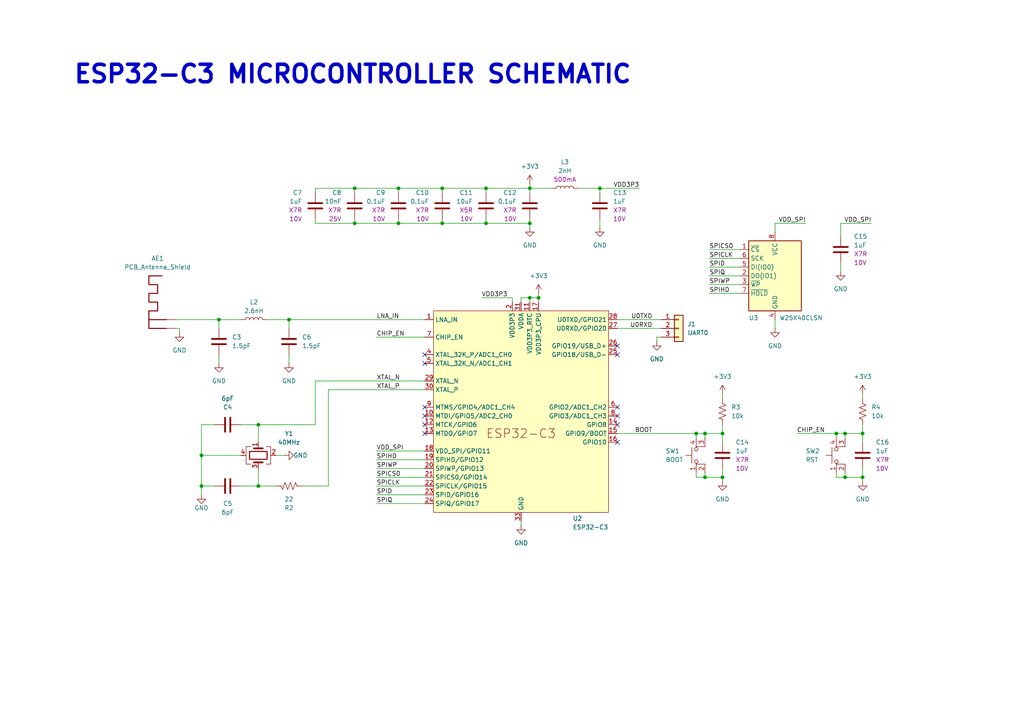
<source format=kicad_sch>
(kicad_sch
	(version 20231120)
	(generator "eeschema")
	(generator_version "8.0")
	(uuid "659d84b9-fcfa-49c6-ba3c-8cada95f7f1c")
	(paper "A4")
	(title_block
		(date "2024-12-11")
		(rev "${VERSION}")
		(company "${COMPANY}")
	)
	(lib_symbols
		(symbol "Connector_Generic:Conn_01x03"
			(pin_names
				(offset 1.016) hide)
			(exclude_from_sim no)
			(in_bom yes)
			(on_board yes)
			(property "Reference" "J"
				(at 0 5.08 0)
				(effects
					(font
						(size 1.27 1.27)
					)
				)
			)
			(property "Value" "Conn_01x03"
				(at 0 -5.08 0)
				(effects
					(font
						(size 1.27 1.27)
					)
				)
			)
			(property "Footprint" ""
				(at 0 0 0)
				(effects
					(font
						(size 1.27 1.27)
					)
					(hide yes)
				)
			)
			(property "Datasheet" "~"
				(at 0 0 0)
				(effects
					(font
						(size 1.27 1.27)
					)
					(hide yes)
				)
			)
			(property "Description" "Generic connector, single row, 01x03, script generated (kicad-library-utils/schlib/autogen/connector/)"
				(at 0 0 0)
				(effects
					(font
						(size 1.27 1.27)
					)
					(hide yes)
				)
			)
			(property "ki_keywords" "connector"
				(at 0 0 0)
				(effects
					(font
						(size 1.27 1.27)
					)
					(hide yes)
				)
			)
			(property "ki_fp_filters" "Connector*:*_1x??_*"
				(at 0 0 0)
				(effects
					(font
						(size 1.27 1.27)
					)
					(hide yes)
				)
			)
			(symbol "Conn_01x03_1_1"
				(rectangle
					(start -1.27 -2.413)
					(end 0 -2.667)
					(stroke
						(width 0.1524)
						(type default)
					)
					(fill
						(type none)
					)
				)
				(rectangle
					(start -1.27 0.127)
					(end 0 -0.127)
					(stroke
						(width 0.1524)
						(type default)
					)
					(fill
						(type none)
					)
				)
				(rectangle
					(start -1.27 2.667)
					(end 0 2.413)
					(stroke
						(width 0.1524)
						(type default)
					)
					(fill
						(type none)
					)
				)
				(rectangle
					(start -1.27 3.81)
					(end 1.27 -3.81)
					(stroke
						(width 0.254)
						(type default)
					)
					(fill
						(type background)
					)
				)
				(pin passive line
					(at -5.08 2.54 0)
					(length 3.81)
					(name "Pin_1"
						(effects
							(font
								(size 1.27 1.27)
							)
						)
					)
					(number "1"
						(effects
							(font
								(size 1.27 1.27)
							)
						)
					)
				)
				(pin passive line
					(at -5.08 0 0)
					(length 3.81)
					(name "Pin_2"
						(effects
							(font
								(size 1.27 1.27)
							)
						)
					)
					(number "2"
						(effects
							(font
								(size 1.27 1.27)
							)
						)
					)
				)
				(pin passive line
					(at -5.08 -2.54 0)
					(length 3.81)
					(name "Pin_3"
						(effects
							(font
								(size 1.27 1.27)
							)
						)
					)
					(number "3"
						(effects
							(font
								(size 1.27 1.27)
							)
						)
					)
				)
			)
		)
		(symbol "Device:C"
			(pin_numbers hide)
			(pin_names
				(offset 0.254)
			)
			(exclude_from_sim no)
			(in_bom yes)
			(on_board yes)
			(property "Reference" "C"
				(at 0.635 2.54 0)
				(effects
					(font
						(size 1.27 1.27)
					)
					(justify left)
				)
			)
			(property "Value" "C"
				(at 0.635 -2.54 0)
				(effects
					(font
						(size 1.27 1.27)
					)
					(justify left)
				)
			)
			(property "Footprint" ""
				(at 0.9652 -3.81 0)
				(effects
					(font
						(size 1.27 1.27)
					)
					(hide yes)
				)
			)
			(property "Datasheet" "~"
				(at 0 0 0)
				(effects
					(font
						(size 1.27 1.27)
					)
					(hide yes)
				)
			)
			(property "Description" "Unpolarized capacitor"
				(at 0 0 0)
				(effects
					(font
						(size 1.27 1.27)
					)
					(hide yes)
				)
			)
			(property "ki_keywords" "cap capacitor"
				(at 0 0 0)
				(effects
					(font
						(size 1.27 1.27)
					)
					(hide yes)
				)
			)
			(property "ki_fp_filters" "C_*"
				(at 0 0 0)
				(effects
					(font
						(size 1.27 1.27)
					)
					(hide yes)
				)
			)
			(symbol "C_0_1"
				(polyline
					(pts
						(xy -2.032 -0.762) (xy 2.032 -0.762)
					)
					(stroke
						(width 0.508)
						(type default)
					)
					(fill
						(type none)
					)
				)
				(polyline
					(pts
						(xy -2.032 0.762) (xy 2.032 0.762)
					)
					(stroke
						(width 0.508)
						(type default)
					)
					(fill
						(type none)
					)
				)
			)
			(symbol "C_1_1"
				(pin passive line
					(at 0 3.81 270)
					(length 2.794)
					(name "~"
						(effects
							(font
								(size 1.27 1.27)
							)
						)
					)
					(number "1"
						(effects
							(font
								(size 1.27 1.27)
							)
						)
					)
				)
				(pin passive line
					(at 0 -3.81 90)
					(length 2.794)
					(name "~"
						(effects
							(font
								(size 1.27 1.27)
							)
						)
					)
					(number "2"
						(effects
							(font
								(size 1.27 1.27)
							)
						)
					)
				)
			)
		)
		(symbol "Device:Crystal_GND24"
			(pin_names
				(offset 1.016) hide)
			(exclude_from_sim no)
			(in_bom yes)
			(on_board yes)
			(property "Reference" "Y"
				(at 3.175 5.08 0)
				(effects
					(font
						(size 1.27 1.27)
					)
					(justify left)
				)
			)
			(property "Value" "Crystal_GND24"
				(at 3.175 3.175 0)
				(effects
					(font
						(size 1.27 1.27)
					)
					(justify left)
				)
			)
			(property "Footprint" ""
				(at 0 0 0)
				(effects
					(font
						(size 1.27 1.27)
					)
					(hide yes)
				)
			)
			(property "Datasheet" "~"
				(at 0 0 0)
				(effects
					(font
						(size 1.27 1.27)
					)
					(hide yes)
				)
			)
			(property "Description" "Four pin crystal, GND on pins 2 and 4"
				(at 0 0 0)
				(effects
					(font
						(size 1.27 1.27)
					)
					(hide yes)
				)
			)
			(property "ki_keywords" "quartz ceramic resonator oscillator"
				(at 0 0 0)
				(effects
					(font
						(size 1.27 1.27)
					)
					(hide yes)
				)
			)
			(property "ki_fp_filters" "Crystal*"
				(at 0 0 0)
				(effects
					(font
						(size 1.27 1.27)
					)
					(hide yes)
				)
			)
			(symbol "Crystal_GND24_0_1"
				(rectangle
					(start -1.143 2.54)
					(end 1.143 -2.54)
					(stroke
						(width 0.3048)
						(type default)
					)
					(fill
						(type none)
					)
				)
				(polyline
					(pts
						(xy -2.54 0) (xy -2.032 0)
					)
					(stroke
						(width 0)
						(type default)
					)
					(fill
						(type none)
					)
				)
				(polyline
					(pts
						(xy -2.032 -1.27) (xy -2.032 1.27)
					)
					(stroke
						(width 0.508)
						(type default)
					)
					(fill
						(type none)
					)
				)
				(polyline
					(pts
						(xy 0 -3.81) (xy 0 -3.556)
					)
					(stroke
						(width 0)
						(type default)
					)
					(fill
						(type none)
					)
				)
				(polyline
					(pts
						(xy 0 3.556) (xy 0 3.81)
					)
					(stroke
						(width 0)
						(type default)
					)
					(fill
						(type none)
					)
				)
				(polyline
					(pts
						(xy 2.032 -1.27) (xy 2.032 1.27)
					)
					(stroke
						(width 0.508)
						(type default)
					)
					(fill
						(type none)
					)
				)
				(polyline
					(pts
						(xy 2.032 0) (xy 2.54 0)
					)
					(stroke
						(width 0)
						(type default)
					)
					(fill
						(type none)
					)
				)
				(polyline
					(pts
						(xy -2.54 -2.286) (xy -2.54 -3.556) (xy 2.54 -3.556) (xy 2.54 -2.286)
					)
					(stroke
						(width 0)
						(type default)
					)
					(fill
						(type none)
					)
				)
				(polyline
					(pts
						(xy -2.54 2.286) (xy -2.54 3.556) (xy 2.54 3.556) (xy 2.54 2.286)
					)
					(stroke
						(width 0)
						(type default)
					)
					(fill
						(type none)
					)
				)
			)
			(symbol "Crystal_GND24_1_1"
				(pin passive line
					(at -3.81 0 0)
					(length 1.27)
					(name "1"
						(effects
							(font
								(size 1.27 1.27)
							)
						)
					)
					(number "1"
						(effects
							(font
								(size 1.27 1.27)
							)
						)
					)
				)
				(pin passive line
					(at 0 5.08 270)
					(length 1.27)
					(name "2"
						(effects
							(font
								(size 1.27 1.27)
							)
						)
					)
					(number "2"
						(effects
							(font
								(size 1.27 1.27)
							)
						)
					)
				)
				(pin passive line
					(at 3.81 0 180)
					(length 1.27)
					(name "3"
						(effects
							(font
								(size 1.27 1.27)
							)
						)
					)
					(number "3"
						(effects
							(font
								(size 1.27 1.27)
							)
						)
					)
				)
				(pin passive line
					(at 0 -5.08 90)
					(length 1.27)
					(name "4"
						(effects
							(font
								(size 1.27 1.27)
							)
						)
					)
					(number "4"
						(effects
							(font
								(size 1.27 1.27)
							)
						)
					)
				)
			)
		)
		(symbol "Device:L"
			(pin_numbers hide)
			(pin_names
				(offset 1.016) hide)
			(exclude_from_sim no)
			(in_bom yes)
			(on_board yes)
			(property "Reference" "L"
				(at -1.27 0 90)
				(effects
					(font
						(size 1.27 1.27)
					)
				)
			)
			(property "Value" "L"
				(at 1.905 0 90)
				(effects
					(font
						(size 1.27 1.27)
					)
				)
			)
			(property "Footprint" ""
				(at 0 0 0)
				(effects
					(font
						(size 1.27 1.27)
					)
					(hide yes)
				)
			)
			(property "Datasheet" "~"
				(at 0 0 0)
				(effects
					(font
						(size 1.27 1.27)
					)
					(hide yes)
				)
			)
			(property "Description" "Inductor"
				(at 0 0 0)
				(effects
					(font
						(size 1.27 1.27)
					)
					(hide yes)
				)
			)
			(property "ki_keywords" "inductor choke coil reactor magnetic"
				(at 0 0 0)
				(effects
					(font
						(size 1.27 1.27)
					)
					(hide yes)
				)
			)
			(property "ki_fp_filters" "Choke_* *Coil* Inductor_* L_*"
				(at 0 0 0)
				(effects
					(font
						(size 1.27 1.27)
					)
					(hide yes)
				)
			)
			(symbol "L_0_1"
				(arc
					(start 0 -2.54)
					(mid 0.6323 -1.905)
					(end 0 -1.27)
					(stroke
						(width 0)
						(type default)
					)
					(fill
						(type none)
					)
				)
				(arc
					(start 0 -1.27)
					(mid 0.6323 -0.635)
					(end 0 0)
					(stroke
						(width 0)
						(type default)
					)
					(fill
						(type none)
					)
				)
				(arc
					(start 0 0)
					(mid 0.6323 0.635)
					(end 0 1.27)
					(stroke
						(width 0)
						(type default)
					)
					(fill
						(type none)
					)
				)
				(arc
					(start 0 1.27)
					(mid 0.6323 1.905)
					(end 0 2.54)
					(stroke
						(width 0)
						(type default)
					)
					(fill
						(type none)
					)
				)
			)
			(symbol "L_1_1"
				(pin passive line
					(at 0 3.81 270)
					(length 1.27)
					(name "1"
						(effects
							(font
								(size 1.27 1.27)
							)
						)
					)
					(number "1"
						(effects
							(font
								(size 1.27 1.27)
							)
						)
					)
				)
				(pin passive line
					(at 0 -3.81 90)
					(length 1.27)
					(name "2"
						(effects
							(font
								(size 1.27 1.27)
							)
						)
					)
					(number "2"
						(effects
							(font
								(size 1.27 1.27)
							)
						)
					)
				)
			)
		)
		(symbol "Device:PCB_Antenna_Shield"
			(pin_numbers hide)
			(pin_names
				(offset 1.016) hide)
			(exclude_from_sim no)
			(in_bom yes)
			(on_board yes)
			(property "Reference" "AE"
				(at -13.462 3.048 0)
				(effects
					(font
						(size 1.27 1.27)
					)
					(justify right)
				)
			)
			(property "Value" "PCB_Antenna_Shield"
				(at 4.572 6.858 0)
				(effects
					(font
						(size 1.27 1.27)
					)
					(justify right)
				)
			)
			(property "Footprint" ""
				(at 0 2.54 0)
				(effects
					(font
						(size 1.27 1.27)
					)
					(hide yes)
				)
			)
			(property "Datasheet" "~"
				(at 0 2.54 0)
				(effects
					(font
						(size 1.27 1.27)
					)
					(hide yes)
				)
			)
			(property "Description" "Antenna with extra pin for shielding"
				(at 0 0 0)
				(effects
					(font
						(size 1.27 1.27)
					)
					(hide yes)
				)
			)
			(property "ki_keywords" "antenna"
				(at 0 0 0)
				(effects
					(font
						(size 1.27 1.27)
					)
					(hide yes)
				)
			)
			(symbol "PCB_Antenna_Shield_1_1"
				(polyline
					(pts
						(xy 0 0) (xy 0 5.08) (xy 2.54 5.08) (xy 2.54 0)
					)
					(stroke
						(width 0.3)
						(type default)
					)
					(fill
						(type none)
					)
				)
				(polyline
					(pts
						(xy 0 5.08) (xy -2.54 5.08) (xy -2.54 2.54) (xy -5.08 2.54) (xy -5.08 5.08) (xy -7.62 5.08) (xy -7.62 2.54)
						(xy -10.16 2.54) (xy -10.16 5.08) (xy -12.7 5.08) (xy -12.7 1.27)
					)
					(stroke
						(width 0.3)
						(type default)
					)
					(fill
						(type none)
					)
				)
				(pin input line
					(at 0 -2.54 90)
					(length 2.54)
					(name "A"
						(effects
							(font
								(size 1.27 1.27)
							)
						)
					)
					(number "1"
						(effects
							(font
								(size 1.27 1.27)
							)
						)
					)
				)
				(pin input line
					(at 2.54 -2.54 90)
					(length 2.54)
					(name "Shield"
						(effects
							(font
								(size 1.27 1.27)
							)
						)
					)
					(number "2"
						(effects
							(font
								(size 1.27 1.27)
							)
						)
					)
				)
			)
		)
		(symbol "Device:R_US"
			(pin_numbers hide)
			(pin_names
				(offset 0)
			)
			(exclude_from_sim no)
			(in_bom yes)
			(on_board yes)
			(property "Reference" "R"
				(at 2.54 0 90)
				(effects
					(font
						(size 1.27 1.27)
					)
				)
			)
			(property "Value" "R_US"
				(at -2.54 0 90)
				(effects
					(font
						(size 1.27 1.27)
					)
				)
			)
			(property "Footprint" ""
				(at 1.016 -0.254 90)
				(effects
					(font
						(size 1.27 1.27)
					)
					(hide yes)
				)
			)
			(property "Datasheet" "~"
				(at 0 0 0)
				(effects
					(font
						(size 1.27 1.27)
					)
					(hide yes)
				)
			)
			(property "Description" "Resistor, US symbol"
				(at 0 0 0)
				(effects
					(font
						(size 1.27 1.27)
					)
					(hide yes)
				)
			)
			(property "ki_keywords" "R res resistor"
				(at 0 0 0)
				(effects
					(font
						(size 1.27 1.27)
					)
					(hide yes)
				)
			)
			(property "ki_fp_filters" "R_*"
				(at 0 0 0)
				(effects
					(font
						(size 1.27 1.27)
					)
					(hide yes)
				)
			)
			(symbol "R_US_0_1"
				(polyline
					(pts
						(xy 0 -2.286) (xy 0 -2.54)
					)
					(stroke
						(width 0)
						(type default)
					)
					(fill
						(type none)
					)
				)
				(polyline
					(pts
						(xy 0 2.286) (xy 0 2.54)
					)
					(stroke
						(width 0)
						(type default)
					)
					(fill
						(type none)
					)
				)
				(polyline
					(pts
						(xy 0 -0.762) (xy 1.016 -1.143) (xy 0 -1.524) (xy -1.016 -1.905) (xy 0 -2.286)
					)
					(stroke
						(width 0)
						(type default)
					)
					(fill
						(type none)
					)
				)
				(polyline
					(pts
						(xy 0 0.762) (xy 1.016 0.381) (xy 0 0) (xy -1.016 -0.381) (xy 0 -0.762)
					)
					(stroke
						(width 0)
						(type default)
					)
					(fill
						(type none)
					)
				)
				(polyline
					(pts
						(xy 0 2.286) (xy 1.016 1.905) (xy 0 1.524) (xy -1.016 1.143) (xy 0 0.762)
					)
					(stroke
						(width 0)
						(type default)
					)
					(fill
						(type none)
					)
				)
			)
			(symbol "R_US_1_1"
				(pin passive line
					(at 0 3.81 270)
					(length 1.27)
					(name "~"
						(effects
							(font
								(size 1.27 1.27)
							)
						)
					)
					(number "1"
						(effects
							(font
								(size 1.27 1.27)
							)
						)
					)
				)
				(pin passive line
					(at 0 -3.81 90)
					(length 1.27)
					(name "~"
						(effects
							(font
								(size 1.27 1.27)
							)
						)
					)
					(number "2"
						(effects
							(font
								(size 1.27 1.27)
							)
						)
					)
				)
			)
		)
		(symbol "Espressif:ESP32-C3"
			(exclude_from_sim no)
			(in_bom yes)
			(on_board yes)
			(property "Reference" "U"
				(at -25.4 35.56 0)
				(effects
					(font
						(size 1.27 1.27)
					)
					(justify left)
				)
			)
			(property "Value" "ESP32-C3"
				(at -25.4 33.02 0)
				(effects
					(font
						(size 1.27 1.27)
					)
					(justify left)
				)
			)
			(property "Footprint" "Package_DFN_QFN:QFN-32-1EP_5x5mm_P0.5mm_EP3.45x3.45mm"
				(at 0 -38.1 0)
				(effects
					(font
						(size 1.27 1.27)
					)
					(hide yes)
				)
			)
			(property "Datasheet" "https://www.espressif.com/sites/default/files/documentation/esp32-c3_datasheet_en.pdf"
				(at 0 -40.64 0)
				(effects
					(font
						(size 1.27 1.27)
					)
					(hide yes)
				)
			)
			(property "Description" "ESP32-C3 family is an ultra-low-power MCU-based SoC solution that supports 2.4 GHz Wi-Fi and Bluetooth®Low Energy (Bluetooth LE)."
				(at 0 0 0)
				(effects
					(font
						(size 1.27 1.27)
					)
					(hide yes)
				)
			)
			(symbol "ESP32-C3_0_0"
				(text "ESP32-C3"
					(at 0 -5.08 0)
					(effects
						(font
							(size 2.54 2.54)
						)
					)
				)
				(pin bidirectional line
					(at -27.94 27.94 0)
					(length 2.54)
					(name "LNA_IN"
						(effects
							(font
								(size 1.27 1.27)
							)
						)
					)
					(number "1"
						(effects
							(font
								(size 1.27 1.27)
							)
						)
					)
				)
				(pin bidirectional line
					(at -27.94 0 0)
					(length 2.54)
					(name "MTDI/GPIO5/ADC2_CH0"
						(effects
							(font
								(size 1.27 1.27)
							)
						)
					)
					(number "10"
						(effects
							(font
								(size 1.27 1.27)
							)
						)
					)
				)
				(pin power_in line
					(at 2.54 33.02 270)
					(length 2.54)
					(name "VDD3P3_RTC"
						(effects
							(font
								(size 1.27 1.27)
							)
						)
					)
					(number "11"
						(effects
							(font
								(size 1.27 1.27)
							)
						)
					)
				)
				(pin bidirectional line
					(at -27.94 -2.54 0)
					(length 2.54)
					(name "MTCK/GPIO6"
						(effects
							(font
								(size 1.27 1.27)
							)
						)
					)
					(number "12"
						(effects
							(font
								(size 1.27 1.27)
							)
						)
					)
				)
				(pin bidirectional line
					(at -27.94 -5.08 0)
					(length 2.54)
					(name "MTDO/GPIO7"
						(effects
							(font
								(size 1.27 1.27)
							)
						)
					)
					(number "13"
						(effects
							(font
								(size 1.27 1.27)
							)
						)
					)
				)
				(pin bidirectional line
					(at 27.94 -2.54 180)
					(length 2.54)
					(name "GPIO8"
						(effects
							(font
								(size 1.27 1.27)
							)
						)
					)
					(number "14"
						(effects
							(font
								(size 1.27 1.27)
							)
						)
					)
				)
				(pin bidirectional line
					(at 27.94 -5.08 180)
					(length 2.54)
					(name "GPIO9/BOOT"
						(effects
							(font
								(size 1.27 1.27)
							)
						)
					)
					(number "15"
						(effects
							(font
								(size 1.27 1.27)
							)
						)
					)
				)
				(pin bidirectional line
					(at 27.94 -7.62 180)
					(length 2.54)
					(name "GPIO10"
						(effects
							(font
								(size 1.27 1.27)
							)
						)
					)
					(number "16"
						(effects
							(font
								(size 1.27 1.27)
							)
						)
					)
				)
				(pin power_in line
					(at 5.08 33.02 270)
					(length 2.54)
					(name "VDD3P3_CPU"
						(effects
							(font
								(size 1.27 1.27)
							)
						)
					)
					(number "17"
						(effects
							(font
								(size 1.27 1.27)
							)
						)
					)
				)
				(pin bidirectional line
					(at -27.94 -10.16 0)
					(length 2.54)
					(name "VDD_SPI/GPIO11"
						(effects
							(font
								(size 1.27 1.27)
							)
						)
					)
					(number "18"
						(effects
							(font
								(size 1.27 1.27)
							)
						)
					)
				)
				(pin bidirectional line
					(at -27.94 -12.7 0)
					(length 2.54)
					(name "SPIHD/GPIO12"
						(effects
							(font
								(size 1.27 1.27)
							)
						)
					)
					(number "19"
						(effects
							(font
								(size 1.27 1.27)
							)
						)
					)
				)
				(pin power_in line
					(at -2.54 33.02 270)
					(length 2.54)
					(name "VDD3P3"
						(effects
							(font
								(size 1.27 1.27)
							)
						)
					)
					(number "2"
						(effects
							(font
								(size 1.27 1.27)
							)
						)
					)
				)
				(pin bidirectional line
					(at -27.94 -15.24 0)
					(length 2.54)
					(name "SPIWP/GPIO13"
						(effects
							(font
								(size 1.27 1.27)
							)
						)
					)
					(number "20"
						(effects
							(font
								(size 1.27 1.27)
							)
						)
					)
				)
				(pin bidirectional line
					(at -27.94 -17.78 0)
					(length 2.54)
					(name "SPICS0/GPIO14"
						(effects
							(font
								(size 1.27 1.27)
							)
						)
					)
					(number "21"
						(effects
							(font
								(size 1.27 1.27)
							)
						)
					)
				)
				(pin bidirectional line
					(at -27.94 -20.32 0)
					(length 2.54)
					(name "SPICLK/GPIO15"
						(effects
							(font
								(size 1.27 1.27)
							)
						)
					)
					(number "22"
						(effects
							(font
								(size 1.27 1.27)
							)
						)
					)
				)
				(pin bidirectional line
					(at -27.94 -22.86 0)
					(length 2.54)
					(name "SPID/GPIO16"
						(effects
							(font
								(size 1.27 1.27)
							)
						)
					)
					(number "23"
						(effects
							(font
								(size 1.27 1.27)
							)
						)
					)
				)
				(pin bidirectional line
					(at -27.94 -25.4 0)
					(length 2.54)
					(name "SPIQ/GPIO17"
						(effects
							(font
								(size 1.27 1.27)
							)
						)
					)
					(number "24"
						(effects
							(font
								(size 1.27 1.27)
							)
						)
					)
				)
				(pin bidirectional line
					(at 27.94 17.78 180)
					(length 2.54)
					(name "GPIO18/USB_D-"
						(effects
							(font
								(size 1.27 1.27)
							)
						)
					)
					(number "25"
						(effects
							(font
								(size 1.27 1.27)
							)
						)
					)
				)
				(pin bidirectional line
					(at 27.94 20.32 180)
					(length 2.54)
					(name "GPIO19/USB_D+"
						(effects
							(font
								(size 1.27 1.27)
							)
						)
					)
					(number "26"
						(effects
							(font
								(size 1.27 1.27)
							)
						)
					)
				)
				(pin bidirectional line
					(at 27.94 25.4 180)
					(length 2.54)
					(name "U0RXD/GPIO20"
						(effects
							(font
								(size 1.27 1.27)
							)
						)
					)
					(number "27"
						(effects
							(font
								(size 1.27 1.27)
							)
						)
					)
				)
				(pin bidirectional line
					(at 27.94 27.94 180)
					(length 2.54)
					(name "U0TXD/GPIO21"
						(effects
							(font
								(size 1.27 1.27)
							)
						)
					)
					(number "28"
						(effects
							(font
								(size 1.27 1.27)
							)
						)
					)
				)
				(pin output line
					(at -27.94 10.16 0)
					(length 2.54)
					(name "XTAL_N"
						(effects
							(font
								(size 1.27 1.27)
							)
						)
					)
					(number "29"
						(effects
							(font
								(size 1.27 1.27)
							)
						)
					)
				)
				(pin input line
					(at -27.94 7.62 0)
					(length 2.54)
					(name "XTAL_P"
						(effects
							(font
								(size 1.27 1.27)
							)
						)
					)
					(number "30"
						(effects
							(font
								(size 1.27 1.27)
							)
						)
					)
				)
				(pin power_in line
					(at 0 33.02 270)
					(length 2.54)
					(name "VDDA"
						(effects
							(font
								(size 1.27 1.27)
							)
						)
					)
					(number "31"
						(effects
							(font
								(size 1.27 1.27)
							)
						)
					)
				)
				(pin power_in line
					(at 0 -30.48 90)
					(length 2.54)
					(name "GND"
						(effects
							(font
								(size 1.27 1.27)
							)
						)
					)
					(number "33"
						(effects
							(font
								(size 1.27 1.27)
							)
						)
					)
				)
				(pin output line
					(at -27.94 17.78 0)
					(length 2.54)
					(name "XTAL_32K_P/ADC1_CH0"
						(effects
							(font
								(size 1.27 1.27)
							)
						)
					)
					(number "4"
						(effects
							(font
								(size 1.27 1.27)
							)
						)
					)
				)
				(pin input line
					(at -27.94 15.24 0)
					(length 2.54)
					(name "XTAL_32K_N/ADC1_CH1"
						(effects
							(font
								(size 1.27 1.27)
							)
						)
					)
					(number "5"
						(effects
							(font
								(size 1.27 1.27)
							)
						)
					)
				)
				(pin bidirectional line
					(at 27.94 2.54 180)
					(length 2.54)
					(name "GPIO2/ADC1_CH2"
						(effects
							(font
								(size 1.27 1.27)
							)
						)
					)
					(number "6"
						(effects
							(font
								(size 1.27 1.27)
							)
						)
					)
				)
				(pin input line
					(at -27.94 22.86 0)
					(length 2.54)
					(name "CHIP_EN"
						(effects
							(font
								(size 1.27 1.27)
							)
						)
					)
					(number "7"
						(effects
							(font
								(size 1.27 1.27)
							)
						)
					)
				)
				(pin bidirectional line
					(at 27.94 0 180)
					(length 2.54)
					(name "GPIO3/ADC1_CH3"
						(effects
							(font
								(size 1.27 1.27)
							)
						)
					)
					(number "8"
						(effects
							(font
								(size 1.27 1.27)
							)
						)
					)
				)
				(pin bidirectional line
					(at -27.94 2.54 0)
					(length 2.54)
					(name "MTMS/GPIO4/ADC1_CH4"
						(effects
							(font
								(size 1.27 1.27)
							)
						)
					)
					(number "9"
						(effects
							(font
								(size 1.27 1.27)
							)
						)
					)
				)
			)
			(symbol "ESP32-C3_0_1"
				(rectangle
					(start -25.4 30.48)
					(end 25.4 -27.94)
					(stroke
						(width 0)
						(type default)
					)
					(fill
						(type background)
					)
				)
				(pin passive line
					(at -2.54 33.02 270)
					(length 2.54) hide
					(name "VDD3P3"
						(effects
							(font
								(size 1.27 1.27)
							)
						)
					)
					(number "3"
						(effects
							(font
								(size 1.27 1.27)
							)
						)
					)
				)
				(pin passive line
					(at 0 33.02 270)
					(length 2.54) hide
					(name "VDDA"
						(effects
							(font
								(size 1.27 1.27)
							)
						)
					)
					(number "32"
						(effects
							(font
								(size 1.27 1.27)
							)
						)
					)
				)
			)
		)
		(symbol "Memory_Flash:W25X40CLSN"
			(exclude_from_sim no)
			(in_bom yes)
			(on_board yes)
			(property "Reference" "U"
				(at -7.62 10.16 0)
				(effects
					(font
						(size 1.27 1.27)
					)
					(justify left bottom)
				)
			)
			(property "Value" "W25X40CLSN"
				(at 2.54 10.16 0)
				(effects
					(font
						(size 1.27 1.27)
					)
					(justify left bottom)
				)
			)
			(property "Footprint" "Package_SO:SOIC-8_3.9x4.9mm_P1.27mm"
				(at 0 22.86 0)
				(effects
					(font
						(size 1.27 1.27)
					)
					(hide yes)
				)
			)
			(property "Datasheet" "https://www.winbond.com/resource-files/W25X40CL_G%2020210505.pdf"
				(at 2.54 25.4 0)
				(effects
					(font
						(size 1.27 1.27)
					)
					(hide yes)
				)
			)
			(property "Description" "4Mbit Serial Flash memory, dual I/O SPI, SOIC-8"
				(at 0 0 0)
				(effects
					(font
						(size 1.27 1.27)
					)
					(hide yes)
				)
			)
			(property "ki_keywords" "Memory Flash SPI"
				(at 0 0 0)
				(effects
					(font
						(size 1.27 1.27)
					)
					(hide yes)
				)
			)
			(property "ki_fp_filters" "SOIC*3.9x4.9mm*P1.27mm*"
				(at 0 0 0)
				(effects
					(font
						(size 1.27 1.27)
					)
					(hide yes)
				)
			)
			(symbol "W25X40CLSN_0_1"
				(rectangle
					(start -7.62 10.16)
					(end 7.62 -10.16)
					(stroke
						(width 0.254)
						(type default)
					)
					(fill
						(type background)
					)
				)
			)
			(symbol "W25X40CLSN_1_1"
				(pin input line
					(at -10.16 7.62 0)
					(length 2.54)
					(name "~{CS}"
						(effects
							(font
								(size 1.27 1.27)
							)
						)
					)
					(number "1"
						(effects
							(font
								(size 1.27 1.27)
							)
						)
					)
				)
				(pin bidirectional line
					(at -10.16 0 0)
					(length 2.54)
					(name "DO(IO1)"
						(effects
							(font
								(size 1.27 1.27)
							)
						)
					)
					(number "2"
						(effects
							(font
								(size 1.27 1.27)
							)
						)
					)
				)
				(pin bidirectional line
					(at -10.16 -2.54 0)
					(length 2.54)
					(name "~{WP}"
						(effects
							(font
								(size 1.27 1.27)
							)
						)
					)
					(number "3"
						(effects
							(font
								(size 1.27 1.27)
							)
						)
					)
				)
				(pin power_in line
					(at 0 -12.7 90)
					(length 2.54)
					(name "GND"
						(effects
							(font
								(size 1.27 1.27)
							)
						)
					)
					(number "4"
						(effects
							(font
								(size 1.27 1.27)
							)
						)
					)
				)
				(pin bidirectional line
					(at -10.16 2.54 0)
					(length 2.54)
					(name "DI(IO0)"
						(effects
							(font
								(size 1.27 1.27)
							)
						)
					)
					(number "5"
						(effects
							(font
								(size 1.27 1.27)
							)
						)
					)
				)
				(pin input line
					(at -10.16 5.08 0)
					(length 2.54)
					(name "SCK"
						(effects
							(font
								(size 1.27 1.27)
							)
						)
					)
					(number "6"
						(effects
							(font
								(size 1.27 1.27)
							)
						)
					)
				)
				(pin bidirectional line
					(at -10.16 -5.08 0)
					(length 2.54)
					(name "~{HOLD}"
						(effects
							(font
								(size 1.27 1.27)
							)
						)
					)
					(number "7"
						(effects
							(font
								(size 1.27 1.27)
							)
						)
					)
				)
				(pin power_in line
					(at 0 12.7 270)
					(length 2.54)
					(name "VCC"
						(effects
							(font
								(size 1.27 1.27)
							)
						)
					)
					(number "8"
						(effects
							(font
								(size 1.27 1.27)
							)
						)
					)
				)
			)
		)
		(symbol "Switch:SW_MEC_5E"
			(pin_names
				(offset 1.016) hide)
			(exclude_from_sim no)
			(in_bom yes)
			(on_board yes)
			(property "Reference" "SW"
				(at 0.635 5.715 0)
				(effects
					(font
						(size 1.27 1.27)
					)
					(justify left)
				)
			)
			(property "Value" "SW_MEC_5E"
				(at 0 -3.175 0)
				(effects
					(font
						(size 1.27 1.27)
					)
				)
			)
			(property "Footprint" ""
				(at 0 7.62 0)
				(effects
					(font
						(size 1.27 1.27)
					)
					(hide yes)
				)
			)
			(property "Datasheet" "http://www.apem.com/int/index.php?controller=attachment&id_attachment=1371"
				(at 0 7.62 0)
				(effects
					(font
						(size 1.27 1.27)
					)
					(hide yes)
				)
			)
			(property "Description" "MEC 5E single pole normally-open tactile switch"
				(at 0 0 0)
				(effects
					(font
						(size 1.27 1.27)
					)
					(hide yes)
				)
			)
			(property "ki_keywords" "switch normally-open pushbutton push-button"
				(at 0 0 0)
				(effects
					(font
						(size 1.27 1.27)
					)
					(hide yes)
				)
			)
			(property "ki_fp_filters" "SW*MEC*5G*"
				(at 0 0 0)
				(effects
					(font
						(size 1.27 1.27)
					)
					(hide yes)
				)
			)
			(symbol "SW_MEC_5E_0_1"
				(circle
					(center -1.778 2.54)
					(radius 0.508)
					(stroke
						(width 0)
						(type default)
					)
					(fill
						(type none)
					)
				)
				(polyline
					(pts
						(xy -2.286 3.81) (xy 2.286 3.81)
					)
					(stroke
						(width 0)
						(type default)
					)
					(fill
						(type none)
					)
				)
				(polyline
					(pts
						(xy 0 3.81) (xy 0 5.588)
					)
					(stroke
						(width 0)
						(type default)
					)
					(fill
						(type none)
					)
				)
				(polyline
					(pts
						(xy -2.54 0) (xy -2.54 2.54) (xy -2.286 2.54)
					)
					(stroke
						(width 0)
						(type default)
					)
					(fill
						(type none)
					)
				)
				(polyline
					(pts
						(xy 2.54 0) (xy 2.54 2.54) (xy 2.286 2.54)
					)
					(stroke
						(width 0)
						(type default)
					)
					(fill
						(type none)
					)
				)
				(circle
					(center 1.778 2.54)
					(radius 0.508)
					(stroke
						(width 0)
						(type default)
					)
					(fill
						(type none)
					)
				)
				(pin passive line
					(at -5.08 2.54 0)
					(length 2.54)
					(name "1"
						(effects
							(font
								(size 1.27 1.27)
							)
						)
					)
					(number "1"
						(effects
							(font
								(size 1.27 1.27)
							)
						)
					)
				)
				(pin passive line
					(at -5.08 0 0)
					(length 2.54)
					(name "2"
						(effects
							(font
								(size 1.27 1.27)
							)
						)
					)
					(number "2"
						(effects
							(font
								(size 1.27 1.27)
							)
						)
					)
				)
				(pin passive line
					(at 5.08 0 180)
					(length 2.54)
					(name "K"
						(effects
							(font
								(size 1.27 1.27)
							)
						)
					)
					(number "3"
						(effects
							(font
								(size 1.27 1.27)
							)
						)
					)
				)
				(pin passive line
					(at 5.08 2.54 180)
					(length 2.54)
					(name "A"
						(effects
							(font
								(size 1.27 1.27)
							)
						)
					)
					(number "4"
						(effects
							(font
								(size 1.27 1.27)
							)
						)
					)
				)
			)
		)
		(symbol "power:+3V3"
			(power)
			(pin_numbers hide)
			(pin_names
				(offset 0) hide)
			(exclude_from_sim no)
			(in_bom yes)
			(on_board yes)
			(property "Reference" "#PWR"
				(at 0 -3.81 0)
				(effects
					(font
						(size 1.27 1.27)
					)
					(hide yes)
				)
			)
			(property "Value" "+3V3"
				(at 0 3.556 0)
				(effects
					(font
						(size 1.27 1.27)
					)
				)
			)
			(property "Footprint" ""
				(at 0 0 0)
				(effects
					(font
						(size 1.27 1.27)
					)
					(hide yes)
				)
			)
			(property "Datasheet" ""
				(at 0 0 0)
				(effects
					(font
						(size 1.27 1.27)
					)
					(hide yes)
				)
			)
			(property "Description" "Power symbol creates a global label with name \"+3V3\""
				(at 0 0 0)
				(effects
					(font
						(size 1.27 1.27)
					)
					(hide yes)
				)
			)
			(property "ki_keywords" "global power"
				(at 0 0 0)
				(effects
					(font
						(size 1.27 1.27)
					)
					(hide yes)
				)
			)
			(symbol "+3V3_0_1"
				(polyline
					(pts
						(xy -0.762 1.27) (xy 0 2.54)
					)
					(stroke
						(width 0)
						(type default)
					)
					(fill
						(type none)
					)
				)
				(polyline
					(pts
						(xy 0 0) (xy 0 2.54)
					)
					(stroke
						(width 0)
						(type default)
					)
					(fill
						(type none)
					)
				)
				(polyline
					(pts
						(xy 0 2.54) (xy 0.762 1.27)
					)
					(stroke
						(width 0)
						(type default)
					)
					(fill
						(type none)
					)
				)
			)
			(symbol "+3V3_1_1"
				(pin power_in line
					(at 0 0 90)
					(length 0)
					(name "~"
						(effects
							(font
								(size 1.27 1.27)
							)
						)
					)
					(number "1"
						(effects
							(font
								(size 1.27 1.27)
							)
						)
					)
				)
			)
		)
		(symbol "power:GND"
			(power)
			(pin_numbers hide)
			(pin_names
				(offset 0) hide)
			(exclude_from_sim no)
			(in_bom yes)
			(on_board yes)
			(property "Reference" "#PWR"
				(at 0 -6.35 0)
				(effects
					(font
						(size 1.27 1.27)
					)
					(hide yes)
				)
			)
			(property "Value" "GND"
				(at 0 -3.81 0)
				(effects
					(font
						(size 1.27 1.27)
					)
				)
			)
			(property "Footprint" ""
				(at 0 0 0)
				(effects
					(font
						(size 1.27 1.27)
					)
					(hide yes)
				)
			)
			(property "Datasheet" ""
				(at 0 0 0)
				(effects
					(font
						(size 1.27 1.27)
					)
					(hide yes)
				)
			)
			(property "Description" "Power symbol creates a global label with name \"GND\" , ground"
				(at 0 0 0)
				(effects
					(font
						(size 1.27 1.27)
					)
					(hide yes)
				)
			)
			(property "ki_keywords" "global power"
				(at 0 0 0)
				(effects
					(font
						(size 1.27 1.27)
					)
					(hide yes)
				)
			)
			(symbol "GND_0_1"
				(polyline
					(pts
						(xy 0 0) (xy 0 -1.27) (xy 1.27 -1.27) (xy 0 -2.54) (xy -1.27 -1.27) (xy 0 -1.27)
					)
					(stroke
						(width 0)
						(type default)
					)
					(fill
						(type none)
					)
				)
			)
			(symbol "GND_1_1"
				(pin power_in line
					(at 0 0 270)
					(length 0)
					(name "~"
						(effects
							(font
								(size 1.27 1.27)
							)
						)
					)
					(number "1"
						(effects
							(font
								(size 1.27 1.27)
							)
						)
					)
				)
			)
		)
	)
	(junction
		(at 115.57 54.61)
		(diameter 0)
		(color 0 0 0 0)
		(uuid "02c39e10-4301-48eb-8170-d639a39edab2")
	)
	(junction
		(at 153.67 86.36)
		(diameter 0)
		(color 0 0 0 0)
		(uuid "09db57e4-dc3d-498e-9523-f6c932628ec4")
	)
	(junction
		(at 102.87 54.61)
		(diameter 0)
		(color 0 0 0 0)
		(uuid "256a504d-dcce-4d1a-ab7e-aef2e3ab4975")
	)
	(junction
		(at 140.97 64.77)
		(diameter 0)
		(color 0 0 0 0)
		(uuid "2b8adb40-207f-4a2b-905e-a166f5945f21")
	)
	(junction
		(at 153.67 54.61)
		(diameter 0)
		(color 0 0 0 0)
		(uuid "35fbd08a-f4e7-4eff-9200-b9c3f468ab06")
	)
	(junction
		(at 209.55 138.43)
		(diameter 0)
		(color 0 0 0 0)
		(uuid "49e14d09-d32e-409f-adaa-625a48376588")
	)
	(junction
		(at 58.42 132.08)
		(diameter 0)
		(color 0 0 0 0)
		(uuid "6324784a-f13c-40bb-89d1-7fbaf46ac8d5")
	)
	(junction
		(at 74.93 123.19)
		(diameter 0)
		(color 0 0 0 0)
		(uuid "63d1871d-01d9-464c-ae4d-f1dc9d3aaceb")
	)
	(junction
		(at 173.99 54.61)
		(diameter 0)
		(color 0 0 0 0)
		(uuid "7579a1a6-fda6-40df-8335-53a0a1c70bdb")
	)
	(junction
		(at 58.42 140.97)
		(diameter 0)
		(color 0 0 0 0)
		(uuid "7b57fe8d-b3b5-4ea2-b918-3d00cd130c44")
	)
	(junction
		(at 128.27 64.77)
		(diameter 0)
		(color 0 0 0 0)
		(uuid "8e6f403a-be32-4b14-8029-0f0e4dd5d013")
	)
	(junction
		(at 83.82 92.71)
		(diameter 0)
		(color 0 0 0 0)
		(uuid "9902cf9d-08a7-4052-8f70-7615e71076c9")
	)
	(junction
		(at 245.11 138.43)
		(diameter 0)
		(color 0 0 0 0)
		(uuid "991b9ac5-ca78-4fda-b9e9-c0eb48881640")
	)
	(junction
		(at 201.93 125.73)
		(diameter 0)
		(color 0 0 0 0)
		(uuid "9a8148c2-e4b9-4f93-8c53-451518cf07eb")
	)
	(junction
		(at 63.5 92.71)
		(diameter 0)
		(color 0 0 0 0)
		(uuid "9e85a028-5ed8-475d-b706-617fc0e7d5af")
	)
	(junction
		(at 140.97 54.61)
		(diameter 0)
		(color 0 0 0 0)
		(uuid "a4af6246-f4da-4374-bb46-94d4fcc968f3")
	)
	(junction
		(at 245.11 125.73)
		(diameter 0)
		(color 0 0 0 0)
		(uuid "a5a4fb3e-f340-4bb5-9e60-a23178f8f7fd")
	)
	(junction
		(at 115.57 64.77)
		(diameter 0)
		(color 0 0 0 0)
		(uuid "be269143-548a-4949-8760-ca450719d569")
	)
	(junction
		(at 209.55 125.73)
		(diameter 0)
		(color 0 0 0 0)
		(uuid "c317822d-741f-4a73-93e4-6db48257f507")
	)
	(junction
		(at 102.87 64.77)
		(diameter 0)
		(color 0 0 0 0)
		(uuid "c6c06410-535f-4b35-a166-564a86aa1277")
	)
	(junction
		(at 156.21 86.36)
		(diameter 0)
		(color 0 0 0 0)
		(uuid "ca5cdc55-7029-4489-86b6-8cd113c1c0a1")
	)
	(junction
		(at 204.47 125.73)
		(diameter 0)
		(color 0 0 0 0)
		(uuid "cd8e298a-e332-47ea-91fc-10cdfc1d0edb")
	)
	(junction
		(at 153.67 64.77)
		(diameter 0)
		(color 0 0 0 0)
		(uuid "cd9ff8e5-34fe-47cc-beee-daa537b9f9dc")
	)
	(junction
		(at 242.57 125.73)
		(diameter 0)
		(color 0 0 0 0)
		(uuid "d7f7e647-8bb9-417c-bce6-194c1a6fe492")
	)
	(junction
		(at 204.47 138.43)
		(diameter 0)
		(color 0 0 0 0)
		(uuid "d8ff40b5-c82f-4e6c-9f9d-c6c6d94a9042")
	)
	(junction
		(at 128.27 54.61)
		(diameter 0)
		(color 0 0 0 0)
		(uuid "e4621ca7-8386-4ab1-97a4-9109713e85fb")
	)
	(junction
		(at 250.19 138.43)
		(diameter 0)
		(color 0 0 0 0)
		(uuid "f2c8e34d-b70f-4ce0-8a19-370bfc6fa4fa")
	)
	(junction
		(at 250.19 125.73)
		(diameter 0)
		(color 0 0 0 0)
		(uuid "f9c2c92f-d2f6-4e5f-868d-f5e7b1aed305")
	)
	(junction
		(at 74.93 140.97)
		(diameter 0)
		(color 0 0 0 0)
		(uuid "ffd0f67c-96e9-4d02-9011-c69ffe90f630")
	)
	(no_connect
		(at 179.07 123.19)
		(uuid "0cde35d2-eb44-405b-b346-47accc26c5fe")
	)
	(no_connect
		(at 123.19 120.65)
		(uuid "13768fb8-8184-4e45-b3dd-f019fb07eb01")
	)
	(no_connect
		(at 123.19 105.41)
		(uuid "560bf06c-2552-40fc-8dd7-740e38488da6")
	)
	(no_connect
		(at 179.07 120.65)
		(uuid "6061a87f-64a0-45f1-873c-f9d0192a4abb")
	)
	(no_connect
		(at 179.07 102.87)
		(uuid "77582066-3bcb-42bf-9034-00fc6811e59f")
	)
	(no_connect
		(at 179.07 118.11)
		(uuid "77631a0d-0f3c-41a7-a2a9-122cc1a9da6e")
	)
	(no_connect
		(at 123.19 125.73)
		(uuid "9fd9a9e6-97ff-4952-aee5-23b0c725220e")
	)
	(no_connect
		(at 179.07 100.33)
		(uuid "ae8d619c-7400-4cde-b753-b2e8e5c0fa00")
	)
	(no_connect
		(at 123.19 102.87)
		(uuid "c568663e-48fe-4af7-9656-064a32911db4")
	)
	(no_connect
		(at 179.07 128.27)
		(uuid "c5e35d80-f250-493d-8d3d-da7b53922b82")
	)
	(no_connect
		(at 123.19 118.11)
		(uuid "db54a863-38ae-42af-88eb-fea3086d0562")
	)
	(no_connect
		(at 123.19 123.19)
		(uuid "ff975227-fd84-4041-aca6-e3d52fb1f422")
	)
	(wire
		(pts
			(xy 148.59 87.63) (xy 148.59 86.36)
		)
		(stroke
			(width 0)
			(type default)
		)
		(uuid "014a95c0-ff58-43e3-9561-91befba886e2")
	)
	(wire
		(pts
			(xy 153.67 87.63) (xy 153.67 86.36)
		)
		(stroke
			(width 0)
			(type default)
		)
		(uuid "03b2f8d8-b206-4569-925a-8ca9d181e96f")
	)
	(wire
		(pts
			(xy 250.19 114.3) (xy 250.19 115.57)
		)
		(stroke
			(width 0)
			(type default)
		)
		(uuid "059dcbbc-4510-4744-9244-b4781e12af0e")
	)
	(wire
		(pts
			(xy 139.7 86.36) (xy 148.59 86.36)
		)
		(stroke
			(width 0)
			(type default)
		)
		(uuid "05e33f31-c0cb-4229-9652-e0661e33f432")
	)
	(wire
		(pts
			(xy 115.57 64.77) (xy 128.27 64.77)
		)
		(stroke
			(width 0)
			(type default)
		)
		(uuid "08ddc0c9-5d21-4195-8128-1879ebd851e7")
	)
	(wire
		(pts
			(xy 74.93 135.89) (xy 74.93 140.97)
		)
		(stroke
			(width 0)
			(type default)
		)
		(uuid "0b7db8f9-2824-450f-b1ef-ffc6e33e13d2")
	)
	(wire
		(pts
			(xy 50.8 95.25) (xy 52.07 95.25)
		)
		(stroke
			(width 0)
			(type default)
		)
		(uuid "0e34b771-d910-4cc9-b7c3-444e84f19770")
	)
	(wire
		(pts
			(xy 153.67 55.88) (xy 153.67 54.61)
		)
		(stroke
			(width 0)
			(type default)
		)
		(uuid "0eb1cede-3f14-486f-bc98-3fa047b0e746")
	)
	(wire
		(pts
			(xy 74.93 128.27) (xy 74.93 123.19)
		)
		(stroke
			(width 0)
			(type default)
		)
		(uuid "0eb8c034-cdcc-4dc2-8f54-bd4e02fcda50")
	)
	(wire
		(pts
			(xy 245.11 125.73) (xy 245.11 127)
		)
		(stroke
			(width 0)
			(type default)
		)
		(uuid "12b4329d-bc44-4925-942c-31e48eb98550")
	)
	(wire
		(pts
			(xy 205.74 82.55) (xy 214.63 82.55)
		)
		(stroke
			(width 0)
			(type default)
		)
		(uuid "142d5087-e64e-4492-b203-e5fdb744cbdd")
	)
	(wire
		(pts
			(xy 58.42 132.08) (xy 58.42 140.97)
		)
		(stroke
			(width 0)
			(type default)
		)
		(uuid "156f6145-6124-404d-a268-bdd4373ebe9a")
	)
	(wire
		(pts
			(xy 233.68 64.77) (xy 224.79 64.77)
		)
		(stroke
			(width 0)
			(type default)
		)
		(uuid "16016cca-d8ee-46db-af25-29e56fec53bf")
	)
	(wire
		(pts
			(xy 63.5 102.87) (xy 63.5 105.41)
		)
		(stroke
			(width 0)
			(type default)
		)
		(uuid "1732c7f2-982d-486d-aff2-9476cee22a67")
	)
	(wire
		(pts
			(xy 151.13 151.13) (xy 151.13 152.4)
		)
		(stroke
			(width 0)
			(type default)
		)
		(uuid "18ecda04-05c6-476e-bf87-f1df28df80a5")
	)
	(wire
		(pts
			(xy 204.47 137.16) (xy 204.47 138.43)
		)
		(stroke
			(width 0)
			(type default)
		)
		(uuid "1d6598cc-725a-434b-9fdc-ff79bba1a958")
	)
	(wire
		(pts
			(xy 91.44 123.19) (xy 91.44 110.49)
		)
		(stroke
			(width 0)
			(type default)
		)
		(uuid "20bea8c7-d639-47c6-95b1-cb23772b36c0")
	)
	(wire
		(pts
			(xy 156.21 87.63) (xy 156.21 86.36)
		)
		(stroke
			(width 0)
			(type default)
		)
		(uuid "2115189d-09a4-476f-91e6-10cea04907ec")
	)
	(wire
		(pts
			(xy 83.82 92.71) (xy 77.47 92.71)
		)
		(stroke
			(width 0)
			(type default)
		)
		(uuid "23872528-ba82-4963-bff2-70a49a5982a2")
	)
	(wire
		(pts
			(xy 140.97 63.5) (xy 140.97 64.77)
		)
		(stroke
			(width 0)
			(type default)
		)
		(uuid "241c37bd-5636-4e22-b61b-296c6bf97ef8")
	)
	(wire
		(pts
			(xy 156.21 86.36) (xy 153.67 86.36)
		)
		(stroke
			(width 0)
			(type default)
		)
		(uuid "25a99f6e-795c-4be7-92de-ff7a14dd54b7")
	)
	(wire
		(pts
			(xy 151.13 86.36) (xy 151.13 87.63)
		)
		(stroke
			(width 0)
			(type default)
		)
		(uuid "2738bd88-8211-4241-87b2-1971f5948892")
	)
	(wire
		(pts
			(xy 69.85 123.19) (xy 74.93 123.19)
		)
		(stroke
			(width 0)
			(type default)
		)
		(uuid "28a89a62-ca80-46e6-83c2-a988341055c8")
	)
	(wire
		(pts
			(xy 69.85 140.97) (xy 74.93 140.97)
		)
		(stroke
			(width 0)
			(type default)
		)
		(uuid "2c365091-4dd7-404f-a365-67b1117365c3")
	)
	(wire
		(pts
			(xy 153.67 64.77) (xy 140.97 64.77)
		)
		(stroke
			(width 0)
			(type default)
		)
		(uuid "2e8889a3-d3f1-4652-9359-6a81ccb4df42")
	)
	(wire
		(pts
			(xy 242.57 137.16) (xy 242.57 138.43)
		)
		(stroke
			(width 0)
			(type default)
		)
		(uuid "2e9022b8-287c-4ee4-96b5-fa638ea73e86")
	)
	(wire
		(pts
			(xy 83.82 95.25) (xy 83.82 92.71)
		)
		(stroke
			(width 0)
			(type default)
		)
		(uuid "2fceb475-a40d-4068-abf7-2ebb7ceeb04a")
	)
	(wire
		(pts
			(xy 201.93 125.73) (xy 204.47 125.73)
		)
		(stroke
			(width 0)
			(type default)
		)
		(uuid "307c66bf-53dd-4a6e-9b27-f71338d4725d")
	)
	(wire
		(pts
			(xy 91.44 110.49) (xy 123.19 110.49)
		)
		(stroke
			(width 0)
			(type default)
		)
		(uuid "30ea673c-eced-4286-9e6f-864bb69223e6")
	)
	(wire
		(pts
			(xy 62.23 123.19) (xy 58.42 123.19)
		)
		(stroke
			(width 0)
			(type default)
		)
		(uuid "348f0853-5187-48e6-8935-eec1668e8947")
	)
	(wire
		(pts
			(xy 102.87 55.88) (xy 102.87 54.61)
		)
		(stroke
			(width 0)
			(type default)
		)
		(uuid "3b908977-d878-46d7-9bb3-4bfbf9709b2a")
	)
	(wire
		(pts
			(xy 58.42 123.19) (xy 58.42 132.08)
		)
		(stroke
			(width 0)
			(type default)
		)
		(uuid "3dfaa674-facd-41b8-ad87-8aa2e20cc61b")
	)
	(wire
		(pts
			(xy 50.8 92.71) (xy 63.5 92.71)
		)
		(stroke
			(width 0)
			(type default)
		)
		(uuid "4221aae9-782d-4cbf-b830-aa21b676a498")
	)
	(wire
		(pts
			(xy 63.5 92.71) (xy 63.5 95.25)
		)
		(stroke
			(width 0)
			(type default)
		)
		(uuid "474d67de-88c3-4465-bcc6-4173c91e3616")
	)
	(wire
		(pts
			(xy 109.22 130.81) (xy 123.19 130.81)
		)
		(stroke
			(width 0)
			(type default)
		)
		(uuid "476f11ba-15f8-47e2-8d96-f8bb363c19ef")
	)
	(wire
		(pts
			(xy 205.74 85.09) (xy 214.63 85.09)
		)
		(stroke
			(width 0)
			(type default)
		)
		(uuid "49d14d19-62c5-47dd-9403-e31d4feb675c")
	)
	(wire
		(pts
			(xy 153.67 64.77) (xy 153.67 63.5)
		)
		(stroke
			(width 0)
			(type default)
		)
		(uuid "514fb965-1daf-4092-b4a7-43fb28abcfc2")
	)
	(wire
		(pts
			(xy 224.79 64.77) (xy 224.79 67.31)
		)
		(stroke
			(width 0)
			(type default)
		)
		(uuid "54ed81f2-8ecf-4b16-80c9-a5f6e67de44c")
	)
	(wire
		(pts
			(xy 231.14 125.73) (xy 242.57 125.73)
		)
		(stroke
			(width 0)
			(type default)
		)
		(uuid "55961065-2f03-4223-a986-38ed26342f68")
	)
	(wire
		(pts
			(xy 204.47 138.43) (xy 209.55 138.43)
		)
		(stroke
			(width 0)
			(type default)
		)
		(uuid "56630550-a9c7-46da-b17f-b278f77b1d57")
	)
	(wire
		(pts
			(xy 115.57 54.61) (xy 128.27 54.61)
		)
		(stroke
			(width 0)
			(type default)
		)
		(uuid "578f34dc-d045-48e7-adba-5eda868b013b")
	)
	(wire
		(pts
			(xy 102.87 63.5) (xy 102.87 64.77)
		)
		(stroke
			(width 0)
			(type default)
		)
		(uuid "59e112ba-60ac-4e23-a5ba-44a30aab1490")
	)
	(wire
		(pts
			(xy 115.57 55.88) (xy 115.57 54.61)
		)
		(stroke
			(width 0)
			(type default)
		)
		(uuid "5af737c0-d0b2-4e22-8acd-7697bcefe657")
	)
	(wire
		(pts
			(xy 201.93 137.16) (xy 201.93 138.43)
		)
		(stroke
			(width 0)
			(type default)
		)
		(uuid "610ce119-7a52-421b-8864-0e4f606bd31d")
	)
	(wire
		(pts
			(xy 250.19 138.43) (xy 250.19 139.7)
		)
		(stroke
			(width 0)
			(type default)
		)
		(uuid "610f2a50-0289-499f-9945-88d9f486b200")
	)
	(wire
		(pts
			(xy 58.42 132.08) (xy 69.85 132.08)
		)
		(stroke
			(width 0)
			(type default)
		)
		(uuid "66c8d436-a762-4ae2-8e6f-facf46c63a31")
	)
	(wire
		(pts
			(xy 128.27 63.5) (xy 128.27 64.77)
		)
		(stroke
			(width 0)
			(type default)
		)
		(uuid "66f335ec-850b-4eb4-b396-4484ae45134e")
	)
	(wire
		(pts
			(xy 205.74 77.47) (xy 214.63 77.47)
		)
		(stroke
			(width 0)
			(type default)
		)
		(uuid "6d1c7c7b-0869-4cef-8902-cdd2b5c22520")
	)
	(wire
		(pts
			(xy 153.67 86.36) (xy 151.13 86.36)
		)
		(stroke
			(width 0)
			(type default)
		)
		(uuid "6e5db6e0-5fe7-4c25-90ce-8a42286d15a5")
	)
	(wire
		(pts
			(xy 63.5 92.71) (xy 69.85 92.71)
		)
		(stroke
			(width 0)
			(type default)
		)
		(uuid "7013355e-14e8-4a7a-9330-348018be8bf4")
	)
	(wire
		(pts
			(xy 205.74 80.01) (xy 214.63 80.01)
		)
		(stroke
			(width 0)
			(type default)
		)
		(uuid "722a9a4e-86a4-4f5d-b4d0-541cc8f033f7")
	)
	(wire
		(pts
			(xy 95.25 140.97) (xy 95.25 113.03)
		)
		(stroke
			(width 0)
			(type default)
		)
		(uuid "736aaf35-cc2b-443f-9e88-987466d2ecd7")
	)
	(wire
		(pts
			(xy 209.55 138.43) (xy 209.55 139.7)
		)
		(stroke
			(width 0)
			(type default)
		)
		(uuid "7473bcaa-699a-4d52-8543-a6c53a39000a")
	)
	(wire
		(pts
			(xy 243.84 76.2) (xy 243.84 78.74)
		)
		(stroke
			(width 0)
			(type default)
		)
		(uuid "76fa8055-3b5b-43d1-9b51-16fbc60259bd")
	)
	(wire
		(pts
			(xy 243.84 64.77) (xy 243.84 68.58)
		)
		(stroke
			(width 0)
			(type default)
		)
		(uuid "774a00b6-22e0-415f-97eb-8cb4115db7f7")
	)
	(wire
		(pts
			(xy 91.44 63.5) (xy 91.44 64.77)
		)
		(stroke
			(width 0)
			(type default)
		)
		(uuid "793d5c9a-8996-4892-9684-759f1cc36ec5")
	)
	(wire
		(pts
			(xy 128.27 54.61) (xy 128.27 55.88)
		)
		(stroke
			(width 0)
			(type default)
		)
		(uuid "7e1673eb-34ad-4cb7-9d6e-e313bc610aa6")
	)
	(wire
		(pts
			(xy 204.47 125.73) (xy 209.55 125.73)
		)
		(stroke
			(width 0)
			(type default)
		)
		(uuid "7f32b136-787a-4f67-a4e8-766f31ba67c5")
	)
	(wire
		(pts
			(xy 128.27 64.77) (xy 140.97 64.77)
		)
		(stroke
			(width 0)
			(type default)
		)
		(uuid "81829936-e8a7-4a2c-a9ee-8b2cd5b238fc")
	)
	(wire
		(pts
			(xy 74.93 123.19) (xy 91.44 123.19)
		)
		(stroke
			(width 0)
			(type default)
		)
		(uuid "84eca9b8-0b38-4b46-b398-224fbd6554ee")
	)
	(wire
		(pts
			(xy 173.99 54.61) (xy 173.99 55.88)
		)
		(stroke
			(width 0)
			(type default)
		)
		(uuid "865bba4e-6d37-4339-9b1b-404d9c5d75d6")
	)
	(wire
		(pts
			(xy 173.99 54.61) (xy 185.42 54.61)
		)
		(stroke
			(width 0)
			(type default)
		)
		(uuid "8c28b1c6-759c-4077-af60-1411cb4492ce")
	)
	(wire
		(pts
			(xy 204.47 125.73) (xy 204.47 127)
		)
		(stroke
			(width 0)
			(type default)
		)
		(uuid "8ee54a86-6cd8-476f-abcb-a2eaf11a92e1")
	)
	(wire
		(pts
			(xy 109.22 133.35) (xy 123.19 133.35)
		)
		(stroke
			(width 0)
			(type default)
		)
		(uuid "8f291f9c-e1bf-4dcd-bca5-2c65ce097d3f")
	)
	(wire
		(pts
			(xy 209.55 125.73) (xy 209.55 123.19)
		)
		(stroke
			(width 0)
			(type default)
		)
		(uuid "907a4630-b6b5-44ce-bcd2-e261544d80c2")
	)
	(wire
		(pts
			(xy 140.97 54.61) (xy 128.27 54.61)
		)
		(stroke
			(width 0)
			(type default)
		)
		(uuid "908ecb0c-3a2b-4f2b-9085-1c9b9b98deae")
	)
	(wire
		(pts
			(xy 109.22 146.05) (xy 123.19 146.05)
		)
		(stroke
			(width 0)
			(type default)
		)
		(uuid "92156d3f-face-4394-9278-de93a12edc32")
	)
	(wire
		(pts
			(xy 91.44 64.77) (xy 102.87 64.77)
		)
		(stroke
			(width 0)
			(type default)
		)
		(uuid "9247113d-252d-46b4-ba04-cd85c1878cdf")
	)
	(wire
		(pts
			(xy 190.5 97.79) (xy 190.5 99.06)
		)
		(stroke
			(width 0)
			(type default)
		)
		(uuid "94a92c61-3042-4324-b181-52f26862f94f")
	)
	(wire
		(pts
			(xy 250.19 125.73) (xy 250.19 123.19)
		)
		(stroke
			(width 0)
			(type default)
		)
		(uuid "9a1ef550-9678-4dd2-8660-c0e5a69cb4ca")
	)
	(wire
		(pts
			(xy 201.93 138.43) (xy 204.47 138.43)
		)
		(stroke
			(width 0)
			(type default)
		)
		(uuid "9b4cf2a2-2399-4f61-9d02-7122835c4cd8")
	)
	(wire
		(pts
			(xy 179.07 95.25) (xy 191.77 95.25)
		)
		(stroke
			(width 0)
			(type default)
		)
		(uuid "9bc2f42f-258f-4fe3-9e43-219816456092")
	)
	(wire
		(pts
			(xy 58.42 140.97) (xy 58.42 143.51)
		)
		(stroke
			(width 0)
			(type default)
		)
		(uuid "9e4abb72-309a-4bea-b459-b50d27c1e85c")
	)
	(wire
		(pts
			(xy 173.99 63.5) (xy 173.99 66.04)
		)
		(stroke
			(width 0)
			(type default)
		)
		(uuid "a0884043-5615-4028-a004-77b11ee4c652")
	)
	(wire
		(pts
			(xy 205.74 72.39) (xy 214.63 72.39)
		)
		(stroke
			(width 0)
			(type default)
		)
		(uuid "a1a69e10-1c4e-4d2f-8bfd-89b0706c0344")
	)
	(wire
		(pts
			(xy 153.67 64.77) (xy 153.67 66.04)
		)
		(stroke
			(width 0)
			(type default)
		)
		(uuid "a2bf3b93-d361-4d67-8f02-633b766680e4")
	)
	(wire
		(pts
			(xy 245.11 138.43) (xy 250.19 138.43)
		)
		(stroke
			(width 0)
			(type default)
		)
		(uuid "a75927a4-ce2e-4695-b6f6-5fa4ed15402d")
	)
	(wire
		(pts
			(xy 52.07 96.52) (xy 52.07 95.25)
		)
		(stroke
			(width 0)
			(type default)
		)
		(uuid "a77a66d6-091f-42af-845f-43d8f50cfb85")
	)
	(wire
		(pts
			(xy 102.87 64.77) (xy 115.57 64.77)
		)
		(stroke
			(width 0)
			(type default)
		)
		(uuid "a80896ad-53e3-47a0-aa4c-e057c3d525c2")
	)
	(wire
		(pts
			(xy 91.44 54.61) (xy 102.87 54.61)
		)
		(stroke
			(width 0)
			(type default)
		)
		(uuid "a92c91a6-6db4-402c-9674-e845fa5c3e9d")
	)
	(wire
		(pts
			(xy 153.67 54.61) (xy 140.97 54.61)
		)
		(stroke
			(width 0)
			(type default)
		)
		(uuid "ab578c98-2b81-4fc8-a4a2-0f2f5648c93e")
	)
	(wire
		(pts
			(xy 250.19 125.73) (xy 250.19 128.27)
		)
		(stroke
			(width 0)
			(type default)
		)
		(uuid "b3fed7a4-ac0d-451c-8046-caec857f951c")
	)
	(wire
		(pts
			(xy 109.22 97.79) (xy 123.19 97.79)
		)
		(stroke
			(width 0)
			(type default)
		)
		(uuid "b6b72a18-3818-4900-9fe8-da5ffa943844")
	)
	(wire
		(pts
			(xy 156.21 85.09) (xy 156.21 86.36)
		)
		(stroke
			(width 0)
			(type default)
		)
		(uuid "b6d70b68-377a-4039-87e3-8ea8f269fbfa")
	)
	(wire
		(pts
			(xy 209.55 135.89) (xy 209.55 138.43)
		)
		(stroke
			(width 0)
			(type default)
		)
		(uuid "b78d5218-a1c0-4c03-becd-8bbc06e3ae36")
	)
	(wire
		(pts
			(xy 80.01 132.08) (xy 82.55 132.08)
		)
		(stroke
			(width 0)
			(type default)
		)
		(uuid "b8c5ab91-7661-4ac7-a1ce-032b069cff16")
	)
	(wire
		(pts
			(xy 209.55 125.73) (xy 209.55 128.27)
		)
		(stroke
			(width 0)
			(type default)
		)
		(uuid "bcb02d3b-66df-4431-8b00-f075052a11a3")
	)
	(wire
		(pts
			(xy 153.67 53.34) (xy 153.67 54.61)
		)
		(stroke
			(width 0)
			(type default)
		)
		(uuid "c07eb9b7-1497-4fb2-9807-39ec194de93e")
	)
	(wire
		(pts
			(xy 191.77 97.79) (xy 190.5 97.79)
		)
		(stroke
			(width 0)
			(type default)
		)
		(uuid "c0c74ca7-2553-42bd-95e3-c583c5807146")
	)
	(wire
		(pts
			(xy 91.44 55.88) (xy 91.44 54.61)
		)
		(stroke
			(width 0)
			(type default)
		)
		(uuid "c1e41cdf-6373-49ea-bbd7-ee38e297ac2e")
	)
	(wire
		(pts
			(xy 95.25 113.03) (xy 123.19 113.03)
		)
		(stroke
			(width 0)
			(type default)
		)
		(uuid "c20b76f3-4902-467d-8c2b-3d3569f7894e")
	)
	(wire
		(pts
			(xy 153.67 54.61) (xy 160.02 54.61)
		)
		(stroke
			(width 0)
			(type default)
		)
		(uuid "c2135e1c-d03f-4a6b-956e-f123499bb40b")
	)
	(wire
		(pts
			(xy 167.64 54.61) (xy 173.99 54.61)
		)
		(stroke
			(width 0)
			(type default)
		)
		(uuid "c2b88d42-7c6e-49d4-97d0-00e4067a7938")
	)
	(wire
		(pts
			(xy 109.22 140.97) (xy 123.19 140.97)
		)
		(stroke
			(width 0)
			(type default)
		)
		(uuid "c59f07ce-377e-432a-a468-abd2e6f27071")
	)
	(wire
		(pts
			(xy 87.63 140.97) (xy 95.25 140.97)
		)
		(stroke
			(width 0)
			(type default)
		)
		(uuid "c5aba632-763f-494c-b473-49de8124597f")
	)
	(wire
		(pts
			(xy 242.57 138.43) (xy 245.11 138.43)
		)
		(stroke
			(width 0)
			(type default)
		)
		(uuid "caaf1526-b068-4c6e-97c0-9ab93f13f7b8")
	)
	(wire
		(pts
			(xy 242.57 125.73) (xy 242.57 127)
		)
		(stroke
			(width 0)
			(type default)
		)
		(uuid "cd8f572c-121c-4127-8ee9-0b1560075d12")
	)
	(wire
		(pts
			(xy 58.42 140.97) (xy 62.23 140.97)
		)
		(stroke
			(width 0)
			(type default)
		)
		(uuid "cea26e29-165b-4481-b403-dff868c7041a")
	)
	(wire
		(pts
			(xy 179.07 92.71) (xy 191.77 92.71)
		)
		(stroke
			(width 0)
			(type default)
		)
		(uuid "ceb3e341-1613-453b-a668-c7898f7da350")
	)
	(wire
		(pts
			(xy 243.84 64.77) (xy 252.73 64.77)
		)
		(stroke
			(width 0)
			(type default)
		)
		(uuid "cfe65687-0d8c-4ccb-bd6e-6307c0785cc9")
	)
	(wire
		(pts
			(xy 83.82 102.87) (xy 83.82 105.41)
		)
		(stroke
			(width 0)
			(type default)
		)
		(uuid "d0ee7824-0b25-4bb8-b262-dc39cfd088ef")
	)
	(wire
		(pts
			(xy 250.19 135.89) (xy 250.19 138.43)
		)
		(stroke
			(width 0)
			(type default)
		)
		(uuid "d1accc9d-4741-4d5a-9ba6-651f52bfa43c")
	)
	(wire
		(pts
			(xy 205.74 74.93) (xy 214.63 74.93)
		)
		(stroke
			(width 0)
			(type default)
		)
		(uuid "d4cb035a-b880-48e7-a595-53cbe5039418")
	)
	(wire
		(pts
			(xy 201.93 125.73) (xy 201.93 127)
		)
		(stroke
			(width 0)
			(type default)
		)
		(uuid "db418c9e-30fc-4df1-b622-ebae7d546b27")
	)
	(wire
		(pts
			(xy 115.57 63.5) (xy 115.57 64.77)
		)
		(stroke
			(width 0)
			(type default)
		)
		(uuid "dbab2b44-f174-4e39-893a-a613d9aabd7e")
	)
	(wire
		(pts
			(xy 209.55 114.3) (xy 209.55 115.57)
		)
		(stroke
			(width 0)
			(type default)
		)
		(uuid "e1c90c50-e61b-47dd-b2dd-b8d9cf7463d8")
	)
	(wire
		(pts
			(xy 179.07 125.73) (xy 201.93 125.73)
		)
		(stroke
			(width 0)
			(type default)
		)
		(uuid "e3c8f255-028f-431d-b833-3e204089da7a")
	)
	(wire
		(pts
			(xy 245.11 137.16) (xy 245.11 138.43)
		)
		(stroke
			(width 0)
			(type default)
		)
		(uuid "e90280df-0afd-4704-b4ff-afe68dd9a96c")
	)
	(wire
		(pts
			(xy 74.93 140.97) (xy 80.01 140.97)
		)
		(stroke
			(width 0)
			(type default)
		)
		(uuid "ec69f682-585a-4aab-af72-bbc9c0460c9c")
	)
	(wire
		(pts
			(xy 245.11 125.73) (xy 250.19 125.73)
		)
		(stroke
			(width 0)
			(type default)
		)
		(uuid "f1537c37-5164-4f0d-858c-8f8c8376fab3")
	)
	(wire
		(pts
			(xy 140.97 55.88) (xy 140.97 54.61)
		)
		(stroke
			(width 0)
			(type default)
		)
		(uuid "f216829d-70cc-4384-81e7-178a5a04b866")
	)
	(wire
		(pts
			(xy 109.22 143.51) (xy 123.19 143.51)
		)
		(stroke
			(width 0)
			(type default)
		)
		(uuid "f3ace718-658f-4f32-bfc9-30511e96bfb5")
	)
	(wire
		(pts
			(xy 242.57 125.73) (xy 245.11 125.73)
		)
		(stroke
			(width 0)
			(type default)
		)
		(uuid "f49362a3-cb9e-4af0-b7f8-20f07012477f")
	)
	(wire
		(pts
			(xy 83.82 92.71) (xy 123.19 92.71)
		)
		(stroke
			(width 0)
			(type default)
		)
		(uuid "f52288b2-eba0-4c78-b72a-d4134e9c3570")
	)
	(wire
		(pts
			(xy 109.22 135.89) (xy 123.19 135.89)
		)
		(stroke
			(width 0)
			(type default)
		)
		(uuid "f5e3ce08-a960-4e88-86b9-f7be1ac75cc4")
	)
	(wire
		(pts
			(xy 224.79 92.71) (xy 224.79 95.25)
		)
		(stroke
			(width 0)
			(type default)
		)
		(uuid "f8c959d9-c234-4dce-ac72-40439b3e2950")
	)
	(wire
		(pts
			(xy 109.22 138.43) (xy 123.19 138.43)
		)
		(stroke
			(width 0)
			(type default)
		)
		(uuid "fb37221a-a708-46f5-93d1-ad32cf9494a9")
	)
	(wire
		(pts
			(xy 102.87 54.61) (xy 115.57 54.61)
		)
		(stroke
			(width 0)
			(type default)
		)
		(uuid "fdcb2502-851b-42cb-a73d-4e85c8148e9d")
	)
	(text "ESP32-C3 MICROCONTROLLER SCHEMATIC"
		(exclude_from_sim no)
		(at 21.082 24.638 0)
		(effects
			(font
				(size 5.08 5.08)
				(thickness 1.016)
				(bold yes)
			)
			(justify left bottom)
		)
		(uuid "d8767066-8178-49ee-bb8c-e3850872258a")
	)
	(label "VDD3P3"
		(at 185.42 54.61 180)
		(fields_autoplaced yes)
		(effects
			(font
				(size 1.27 1.27)
			)
			(justify right bottom)
		)
		(uuid "0c6179d2-b7bb-4ddc-8132-981708e2cd5b")
	)
	(label "SPID"
		(at 109.22 143.51 0)
		(fields_autoplaced yes)
		(effects
			(font
				(size 1.27 1.27)
			)
			(justify left bottom)
		)
		(uuid "2e3f5327-9c2e-4893-a701-2bb4d29c9e5e")
	)
	(label "SPICS0"
		(at 109.22 138.43 0)
		(fields_autoplaced yes)
		(effects
			(font
				(size 1.27 1.27)
			)
			(justify left bottom)
		)
		(uuid "2fde0c9d-cd19-4cde-b0c0-cd207670b960")
	)
	(label "SPICLK"
		(at 109.22 140.97 0)
		(fields_autoplaced yes)
		(effects
			(font
				(size 1.27 1.27)
			)
			(justify left bottom)
		)
		(uuid "35d43100-0181-4bb4-97d3-736c29b87754")
	)
	(label "SPIHD"
		(at 205.74 85.09 0)
		(fields_autoplaced yes)
		(effects
			(font
				(size 1.27 1.27)
			)
			(justify left bottom)
		)
		(uuid "425950a9-44f4-4094-a4a9-11d55e51c9b7")
	)
	(label "XTAL_N"
		(at 109.22 110.49 0)
		(fields_autoplaced yes)
		(effects
			(font
				(size 1.27 1.27)
			)
			(justify left bottom)
		)
		(uuid "49d42544-8d07-4901-9516-f217ab5f246d")
	)
	(label "XTAL_P"
		(at 109.22 113.03 0)
		(fields_autoplaced yes)
		(effects
			(font
				(size 1.27 1.27)
			)
			(justify left bottom)
		)
		(uuid "4cd480f1-be2e-41b0-be86-fbe4937098c5")
	)
	(label "LNA_IN"
		(at 109.22 92.71 0)
		(fields_autoplaced yes)
		(effects
			(font
				(size 1.27 1.27)
			)
			(justify left bottom)
		)
		(uuid "54285427-9097-4d10-97eb-73b8db624b11")
	)
	(label "SPIHD"
		(at 109.22 133.35 0)
		(fields_autoplaced yes)
		(effects
			(font
				(size 1.27 1.27)
			)
			(justify left bottom)
		)
		(uuid "568a578b-0e16-4e02-8800-e39d841273ab")
	)
	(label "SPID"
		(at 205.74 77.47 0)
		(fields_autoplaced yes)
		(effects
			(font
				(size 1.27 1.27)
			)
			(justify left bottom)
		)
		(uuid "58e56493-9a5b-40a6-a3b5-030cca271a9f")
	)
	(label "SPIWP"
		(at 205.74 82.55 0)
		(fields_autoplaced yes)
		(effects
			(font
				(size 1.27 1.27)
			)
			(justify left bottom)
		)
		(uuid "5a003897-2f94-4401-b633-fd97759fe8a3")
	)
	(label "U0RXD"
		(at 189.23 95.25 180)
		(fields_autoplaced yes)
		(effects
			(font
				(size 1.27 1.27)
			)
			(justify right bottom)
		)
		(uuid "5ef885af-3698-46e0-93a9-a0d558feba22")
	)
	(label "SPIWP"
		(at 109.22 135.89 0)
		(fields_autoplaced yes)
		(effects
			(font
				(size 1.27 1.27)
			)
			(justify left bottom)
		)
		(uuid "6757d682-2384-45fe-b90c-cb0a3b98c54e")
	)
	(label "BOOT"
		(at 189.23 125.73 180)
		(fields_autoplaced yes)
		(effects
			(font
				(size 1.27 1.27)
			)
			(justify right bottom)
		)
		(uuid "6c7c0d93-ce74-4e4a-8fa4-cfc90a436175")
	)
	(label "VDD_SPI"
		(at 233.68 64.77 180)
		(fields_autoplaced yes)
		(effects
			(font
				(size 1.27 1.27)
			)
			(justify right bottom)
		)
		(uuid "75623dfb-66b3-4708-9402-5242d0d389ec")
	)
	(label "SPICLK"
		(at 205.74 74.93 0)
		(fields_autoplaced yes)
		(effects
			(font
				(size 1.27 1.27)
			)
			(justify left bottom)
		)
		(uuid "7c33c7ce-bd9a-443b-82cc-c7c1cda38996")
	)
	(label "VDD_SPI"
		(at 252.73 64.77 180)
		(fields_autoplaced yes)
		(effects
			(font
				(size 1.27 1.27)
			)
			(justify right bottom)
		)
		(uuid "7c8ffb13-ef97-4946-b4f1-bdbdab07d56d")
	)
	(label "VDD3P3"
		(at 139.7 86.36 0)
		(fields_autoplaced yes)
		(effects
			(font
				(size 1.27 1.27)
			)
			(justify left bottom)
		)
		(uuid "7de78605-e124-4b44-bd79-95295aab8894")
	)
	(label "CHIP_EN"
		(at 231.14 125.73 0)
		(fields_autoplaced yes)
		(effects
			(font
				(size 1.27 1.27)
			)
			(justify left bottom)
		)
		(uuid "7ff36b30-22f2-49ab-9ad0-236fba62d69b")
	)
	(label "SPIQ"
		(at 109.22 146.05 0)
		(fields_autoplaced yes)
		(effects
			(font
				(size 1.27 1.27)
			)
			(justify left bottom)
		)
		(uuid "84d757cd-02d2-4e11-b5ed-e43013ae96df")
	)
	(label "VDD_SPI"
		(at 109.22 130.81 0)
		(fields_autoplaced yes)
		(effects
			(font
				(size 1.27 1.27)
			)
			(justify left bottom)
		)
		(uuid "ae6e745c-e4b5-4d8a-b027-7d70852aee4e")
	)
	(label "SPIQ"
		(at 205.74 80.01 0)
		(fields_autoplaced yes)
		(effects
			(font
				(size 1.27 1.27)
			)
			(justify left bottom)
		)
		(uuid "d13815a0-64d9-4835-b4f6-6a29ecba817b")
	)
	(label "U0TXD"
		(at 189.23 92.71 180)
		(fields_autoplaced yes)
		(effects
			(font
				(size 1.27 1.27)
			)
			(justify right bottom)
		)
		(uuid "dfe0e91c-7296-4d18-bd0b-eb454bfa6bd1")
	)
	(label "SPICS0"
		(at 205.74 72.39 0)
		(fields_autoplaced yes)
		(effects
			(font
				(size 1.27 1.27)
			)
			(justify left bottom)
		)
		(uuid "e894363c-0ee6-4ad0-97da-d8883ce69033")
	)
	(label "CHIP_EN"
		(at 109.22 97.79 0)
		(fields_autoplaced yes)
		(effects
			(font
				(size 1.27 1.27)
			)
			(justify left bottom)
		)
		(uuid "ed44cbf8-43e4-49d1-8a03-ad51f107a157")
	)
	(symbol
		(lib_id "Device:R_US")
		(at 209.55 119.38 0)
		(unit 1)
		(exclude_from_sim no)
		(in_bom yes)
		(on_board yes)
		(dnp no)
		(uuid "003150b9-2032-4b7f-b83f-b81bbcd4a730")
		(property "Reference" "R3"
			(at 212.09 118.1099 0)
			(effects
				(font
					(size 1.27 1.27)
				)
				(justify left)
			)
		)
		(property "Value" "10k"
			(at 212.09 120.6499 0)
			(effects
				(font
					(size 1.27 1.27)
				)
				(justify left)
			)
		)
		(property "Footprint" "Resistor_SMD:R_0402_1005Metric"
			(at 210.566 119.634 90)
			(effects
				(font
					(size 1.27 1.27)
				)
				(hide yes)
			)
		)
		(property "Datasheet" "https://industrial.panasonic.com/cdbs/www-data/pdf/RDA0000/AOA0000C304.pdf"
			(at 209.55 119.38 0)
			(effects
				(font
					(size 1.27 1.27)
				)
				(hide yes)
			)
		)
		(property "Description" "Resistor, US symbol"
			(at 209.55 119.38 0)
			(effects
				(font
					(size 1.27 1.27)
				)
				(hide yes)
			)
		)
		(property "Descrip" "RES SMD 10K OHM 1% 1/10W 0402"
			(at 209.55 119.38 0)
			(effects
				(font
					(size 1.27 1.27)
				)
				(hide yes)
			)
		)
		(property "Manufacturer" "Panasonic Electronic Components"
			(at 209.55 119.38 0)
			(effects
				(font
					(size 1.27 1.27)
				)
				(hide yes)
			)
		)
		(property "Mfg Part #" "ERJ-2RKF1002X"
			(at 209.55 119.38 0)
			(effects
				(font
					(size 1.27 1.27)
				)
				(hide yes)
			)
		)
		(property "PROVIDER" "Digikey"
			(at 209.55 119.38 0)
			(effects
				(font
					(size 1.27 1.27)
				)
				(hide yes)
			)
		)
		(property "Price" "0,00720"
			(at 209.55 119.38 0)
			(effects
				(font
					(size 1.27 1.27)
				)
				(hide yes)
			)
		)
		(property "Power" "0.1W, 1/10W"
			(at 209.55 119.38 0)
			(effects
				(font
					(size 1.27 1.27)
				)
				(hide yes)
			)
		)
		(property "TC" "±100ppm/°C"
			(at 209.55 119.38 0)
			(effects
				(font
					(size 1.27 1.27)
				)
				(hide yes)
			)
		)
		(property "Tol" "±1%"
			(at 209.55 119.38 0)
			(effects
				(font
					(size 1.27 1.27)
				)
				(hide yes)
			)
		)
		(property "LCSC Part #" ""
			(at 209.55 119.38 0)
			(effects
				(font
					(size 1.27 1.27)
				)
				(hide yes)
			)
		)
		(property "PLACE" ""
			(at 209.55 119.38 0)
			(effects
				(font
					(size 1.27 1.27)
				)
			)
		)
		(property "VOLTAGE" ""
			(at 209.55 119.38 0)
			(effects
				(font
					(size 1.27 1.27)
				)
			)
		)
		(property "CURRENT" ""
			(at 209.55 119.38 0)
			(effects
				(font
					(size 1.27 1.27)
				)
			)
		)
		(pin "1"
			(uuid "1314bda0-2c33-4e88-8679-6b1bf26a1429")
		)
		(pin "2"
			(uuid "e5c5eead-761f-4090-bc50-285fe0c214d7")
		)
		(instances
			(project "secure_clothes_system"
				(path "/62d9e645-71b1-4239-93d4-fd0a8a6c917b/3bd2b001-f63b-4215-89ba-452bd79230e3"
					(reference "R3")
					(unit 1)
				)
			)
		)
	)
	(symbol
		(lib_id "power:+3V3")
		(at 153.67 53.34 0)
		(unit 1)
		(exclude_from_sim no)
		(in_bom yes)
		(on_board yes)
		(dnp no)
		(fields_autoplaced yes)
		(uuid "1506ecfe-5bab-4e6a-8d7d-f2abb33697a7")
		(property "Reference" "#PWR013"
			(at 153.67 57.15 0)
			(effects
				(font
					(size 1.27 1.27)
				)
				(hide yes)
			)
		)
		(property "Value" "+3V3"
			(at 153.67 48.26 0)
			(effects
				(font
					(size 1.27 1.27)
				)
			)
		)
		(property "Footprint" ""
			(at 153.67 53.34 0)
			(effects
				(font
					(size 1.27 1.27)
				)
				(hide yes)
			)
		)
		(property "Datasheet" ""
			(at 153.67 53.34 0)
			(effects
				(font
					(size 1.27 1.27)
				)
				(hide yes)
			)
		)
		(property "Description" "Power symbol creates a global label with name \"+3V3\""
			(at 153.67 53.34 0)
			(effects
				(font
					(size 1.27 1.27)
				)
				(hide yes)
			)
		)
		(pin "1"
			(uuid "06392955-24a3-44e5-ab7a-fd17b3cf115a")
		)
		(instances
			(project "secure_clothes_system"
				(path "/62d9e645-71b1-4239-93d4-fd0a8a6c917b/3bd2b001-f63b-4215-89ba-452bd79230e3"
					(reference "#PWR013")
					(unit 1)
				)
			)
		)
	)
	(symbol
		(lib_id "Espressif:ESP32-C3")
		(at 151.13 120.65 0)
		(unit 1)
		(exclude_from_sim no)
		(in_bom yes)
		(on_board yes)
		(dnp no)
		(uuid "1731c369-3e9c-4ca5-9e25-fda9f6c171ad")
		(property "Reference" "U2"
			(at 166.116 150.368 0)
			(effects
				(font
					(size 1.27 1.27)
				)
				(justify left)
			)
		)
		(property "Value" "ESP32-C3"
			(at 166.116 152.908 0)
			(effects
				(font
					(size 1.27 1.27)
				)
				(justify left)
			)
		)
		(property "Footprint" "Package_DFN_QFN:QFN-32-1EP_5x5mm_P0.5mm_EP3.45x3.45mm"
			(at 151.13 158.75 0)
			(effects
				(font
					(size 1.27 1.27)
				)
				(hide yes)
			)
		)
		(property "Datasheet" "https://www.espressif.com/sites/default/files/documentation/esp32-c3_datasheet_en.pdf"
			(at 151.13 161.29 0)
			(effects
				(font
					(size 1.27 1.27)
				)
				(hide yes)
			)
		)
		(property "Description" "ESP32-C3 family is an ultra-low-power MCU-based SoC solution that supports 2.4 GHz Wi-Fi and Bluetooth®Low Energy (Bluetooth LE)."
			(at 151.13 120.65 0)
			(effects
				(font
					(size 1.27 1.27)
				)
				(hide yes)
			)
		)
		(property "Manufacturer" "Espressif Systems"
			(at 151.13 120.65 0)
			(effects
				(font
					(size 1.27 1.27)
				)
				(hide yes)
			)
		)
		(property "Mfg Part #" "ESP32-C3"
			(at 151.13 120.65 0)
			(effects
				(font
					(size 1.27 1.27)
				)
				(hide yes)
			)
		)
		(property "LCSC Part #" ""
			(at 151.13 120.65 0)
			(effects
				(font
					(size 1.27 1.27)
				)
				(hide yes)
			)
		)
		(property "PROVIDER" "Digikey"
			(at 151.13 120.65 0)
			(effects
				(font
					(size 1.27 1.27)
				)
				(hide yes)
			)
		)
		(property "Price" "1"
			(at 151.13 120.65 0)
			(effects
				(font
					(size 1.27 1.27)
				)
				(hide yes)
			)
		)
		(property "Descrip" "RF TXRX MOD BLUETOOTH WIFISMD"
			(at 151.13 120.65 0)
			(effects
				(font
					(size 1.27 1.27)
				)
				(hide yes)
			)
		)
		(property "PLACE" ""
			(at 151.13 120.65 0)
			(effects
				(font
					(size 1.27 1.27)
				)
			)
		)
		(property "VOLTAGE" ""
			(at 151.13 120.65 0)
			(effects
				(font
					(size 1.27 1.27)
				)
			)
		)
		(property "CURRENT" ""
			(at 151.13 120.65 0)
			(effects
				(font
					(size 1.27 1.27)
				)
			)
		)
		(property "TC" ""
			(at 151.13 120.65 0)
			(effects
				(font
					(size 1.27 1.27)
				)
			)
		)
		(property "Power" ""
			(at 151.13 120.65 0)
			(effects
				(font
					(size 1.27 1.27)
				)
			)
		)
		(property "Tol" ""
			(at 151.13 120.65 0)
			(effects
				(font
					(size 1.27 1.27)
				)
			)
		)
		(pin "13"
			(uuid "e626d9cd-6fc7-4f41-b738-7f43335ba257")
		)
		(pin "15"
			(uuid "08b952a8-3d67-4d08-b7a2-5a3801c19ee3")
		)
		(pin "1"
			(uuid "d27d223c-06a9-4091-8894-e0de2477f4b0")
		)
		(pin "10"
			(uuid "8ec7195a-bad7-4c39-b1b9-e920bb8e5610")
		)
		(pin "11"
			(uuid "cfff2395-ed4a-456b-a1b7-39ce6de8b735")
		)
		(pin "12"
			(uuid "f8338f21-f7d1-40b5-af4c-485a76c29905")
		)
		(pin "14"
			(uuid "6e60e420-183a-4a75-b282-241386f7f18c")
		)
		(pin "16"
			(uuid "9e50f7ce-ff55-4171-a564-cfab730d1537")
		)
		(pin "28"
			(uuid "60d76db5-07bc-470d-9820-e0b2a6c628e3")
		)
		(pin "31"
			(uuid "2f87bb07-0f77-4d80-a4f7-044a0c3fd2b4")
		)
		(pin "17"
			(uuid "818d18c9-f1be-4e43-8805-1579182f5aea")
		)
		(pin "20"
			(uuid "747c4857-62fd-4364-9531-8f999748d649")
		)
		(pin "22"
			(uuid "6d501f34-c3ad-462e-ba24-023cce6526a1")
		)
		(pin "21"
			(uuid "f6fab8df-3dc2-486d-bfe7-d266e6af3810")
		)
		(pin "3"
			(uuid "b098798e-c3ba-43d8-8805-ad02ea4215a3")
		)
		(pin "32"
			(uuid "dcecdc22-d1d2-42dd-adb1-a31e61e7dc9e")
		)
		(pin "7"
			(uuid "7268ab07-c0f8-410c-b77f-88eb06956410")
		)
		(pin "8"
			(uuid "af3655bb-e631-483b-9812-5115bfae4bdc")
		)
		(pin "2"
			(uuid "dc999fbc-9bc3-43ba-9125-2aee2f8db208")
		)
		(pin "33"
			(uuid "c907a967-5622-47e4-88b8-0f10fceb2208")
		)
		(pin "18"
			(uuid "9c5dfcb5-5a76-4fb7-98f8-9bd61361c222")
		)
		(pin "19"
			(uuid "9898f22a-02b5-407c-b9dd-5ace1b5d7baf")
		)
		(pin "24"
			(uuid "34ae6925-f815-493d-bf0d-4077833700b4")
		)
		(pin "25"
			(uuid "97fe64d6-45c3-4238-88b0-fc4e96e542a3")
		)
		(pin "4"
			(uuid "41b2475a-4807-4a3b-8f66-45b928af6ed5")
		)
		(pin "30"
			(uuid "f2415371-12f1-4003-9d60-35526ccd3d2a")
		)
		(pin "26"
			(uuid "dfef7d87-4d09-471c-9fd7-da5f6a77deea")
		)
		(pin "6"
			(uuid "29cbd07a-6b27-45b9-bf05-d30783452e7b")
		)
		(pin "27"
			(uuid "035d84c0-2f16-4cdd-ba4b-c1ece6d2781f")
		)
		(pin "5"
			(uuid "3873ef36-3c35-4b63-8f10-73b6094538b7")
		)
		(pin "23"
			(uuid "e8db618a-3bd6-48b6-a1cd-ee168507aa3e")
		)
		(pin "29"
			(uuid "0ab486dc-8a54-478a-bd23-f403bec11181")
		)
		(pin "9"
			(uuid "15a7e907-8702-48c7-b2d2-5a1d9717de32")
		)
		(instances
			(project ""
				(path "/62d9e645-71b1-4239-93d4-fd0a8a6c917b/3bd2b001-f63b-4215-89ba-452bd79230e3"
					(reference "U2")
					(unit 1)
				)
			)
		)
	)
	(symbol
		(lib_id "Device:C")
		(at 153.67 59.69 0)
		(mirror y)
		(unit 1)
		(exclude_from_sim no)
		(in_bom yes)
		(on_board yes)
		(dnp no)
		(uuid "177448e5-6035-4c9c-bed0-8bd3a0964c88")
		(property "Reference" "C12"
			(at 149.86 55.8799 0)
			(effects
				(font
					(size 1.27 1.27)
				)
				(justify left)
			)
		)
		(property "Value" "0.1uF"
			(at 149.86 58.4199 0)
			(effects
				(font
					(size 1.27 1.27)
				)
				(justify left)
			)
		)
		(property "Footprint" "Capacitor_SMD:C_0402_1005Metric"
			(at 152.7048 63.5 0)
			(effects
				(font
					(size 1.27 1.27)
				)
				(hide yes)
			)
		)
		(property "Datasheet" "https://mm.digikey.com/Volume0/opasdata/d220001/medias/docus/609/CL05B104KP5NNNC_Spec.pdf"
			(at 153.67 59.69 0)
			(effects
				(font
					(size 1.27 1.27)
				)
				(hide yes)
			)
		)
		(property "Description" "Unpolarized capacitor"
			(at 153.67 59.69 0)
			(effects
				(font
					(size 1.27 1.27)
				)
				(hide yes)
			)
		)
		(property "Manufacturer" "Samsung Electro-Mechanics"
			(at 153.67 59.69 0)
			(effects
				(font
					(size 1.27 1.27)
				)
				(hide yes)
			)
		)
		(property "Mfg Part #" "CL05B104KP5NNNC"
			(at 153.67 59.69 0)
			(effects
				(font
					(size 1.27 1.27)
				)
				(hide yes)
			)
		)
		(property "LCSC Part #" ""
			(at 153.67 59.69 0)
			(effects
				(font
					(size 1.27 1.27)
				)
				(hide yes)
			)
		)
		(property "PROVIDER" "Digikey"
			(at 153.67 59.69 0)
			(effects
				(font
					(size 1.27 1.27)
				)
				(hide yes)
			)
		)
		(property "Price" "0,00400"
			(at 153.67 59.69 0)
			(effects
				(font
					(size 1.27 1.27)
				)
				(hide yes)
			)
		)
		(property "Descrip" "CAP CER 0.1UF 10V X7R 0402"
			(at 153.67 59.69 0)
			(effects
				(font
					(size 1.27 1.27)
				)
				(hide yes)
			)
		)
		(property "PLACE" ""
			(at 153.67 59.69 0)
			(effects
				(font
					(size 1.27 1.27)
				)
			)
		)
		(property "CURRENT" ""
			(at 153.67 59.69 0)
			(effects
				(font
					(size 1.27 1.27)
				)
			)
		)
		(property "TC" "X7R"
			(at 149.86 60.9599 0)
			(effects
				(font
					(size 1.27 1.27)
				)
				(justify left)
			)
		)
		(property "Power" ""
			(at 153.67 59.69 0)
			(effects
				(font
					(size 1.27 1.27)
				)
			)
		)
		(property "Tol" ""
			(at 153.67 59.69 0)
			(effects
				(font
					(size 1.27 1.27)
				)
			)
		)
		(property "VOLTAGE" "10V"
			(at 149.86 63.4999 0)
			(effects
				(font
					(size 1.27 1.27)
				)
				(justify left)
			)
		)
		(pin "1"
			(uuid "63797668-06b2-4a78-bc58-37f14c4b84d4")
		)
		(pin "2"
			(uuid "51b4d831-6b6d-4138-847f-1e84c1e30aa1")
		)
		(instances
			(project "secure_clothes_system"
				(path "/62d9e645-71b1-4239-93d4-fd0a8a6c917b/3bd2b001-f63b-4215-89ba-452bd79230e3"
					(reference "C12")
					(unit 1)
				)
			)
		)
	)
	(symbol
		(lib_id "Device:C")
		(at 115.57 59.69 0)
		(mirror y)
		(unit 1)
		(exclude_from_sim no)
		(in_bom yes)
		(on_board yes)
		(dnp no)
		(uuid "24e7a63f-3e20-474f-8303-c035abbf3053")
		(property "Reference" "C9"
			(at 111.76 55.8799 0)
			(effects
				(font
					(size 1.27 1.27)
				)
				(justify left)
			)
		)
		(property "Value" "0.1uF"
			(at 111.76 58.4199 0)
			(effects
				(font
					(size 1.27 1.27)
				)
				(justify left)
			)
		)
		(property "Footprint" "Capacitor_SMD:C_0402_1005Metric"
			(at 114.6048 63.5 0)
			(effects
				(font
					(size 1.27 1.27)
				)
				(hide yes)
			)
		)
		(property "Datasheet" "https://mm.digikey.com/Volume0/opasdata/d220001/medias/docus/609/CL05B104KP5NNNC_Spec.pdf"
			(at 115.57 59.69 0)
			(effects
				(font
					(size 1.27 1.27)
				)
				(hide yes)
			)
		)
		(property "Description" "Unpolarized capacitor"
			(at 115.57 59.69 0)
			(effects
				(font
					(size 1.27 1.27)
				)
				(hide yes)
			)
		)
		(property "Manufacturer" "Samsung Electro-Mechanics"
			(at 115.57 59.69 0)
			(effects
				(font
					(size 1.27 1.27)
				)
				(hide yes)
			)
		)
		(property "Mfg Part #" "CL05B104KP5NNNC"
			(at 115.57 59.69 0)
			(effects
				(font
					(size 1.27 1.27)
				)
				(hide yes)
			)
		)
		(property "LCSC Part #" ""
			(at 115.57 59.69 0)
			(effects
				(font
					(size 1.27 1.27)
				)
				(hide yes)
			)
		)
		(property "PROVIDER" "Digikey"
			(at 115.57 59.69 0)
			(effects
				(font
					(size 1.27 1.27)
				)
				(hide yes)
			)
		)
		(property "Price" "0,00400"
			(at 115.57 59.69 0)
			(effects
				(font
					(size 1.27 1.27)
				)
				(hide yes)
			)
		)
		(property "Descrip" "CAP CER 0.1UF 10V X7R 0402"
			(at 115.57 59.69 0)
			(effects
				(font
					(size 1.27 1.27)
				)
				(hide yes)
			)
		)
		(property "PLACE" ""
			(at 115.57 59.69 0)
			(effects
				(font
					(size 1.27 1.27)
				)
			)
		)
		(property "CURRENT" ""
			(at 115.57 59.69 0)
			(effects
				(font
					(size 1.27 1.27)
				)
			)
		)
		(property "TC" "X7R"
			(at 111.76 60.9599 0)
			(effects
				(font
					(size 1.27 1.27)
				)
				(justify left)
			)
		)
		(property "Power" ""
			(at 115.57 59.69 0)
			(effects
				(font
					(size 1.27 1.27)
				)
			)
		)
		(property "Tol" ""
			(at 115.57 59.69 0)
			(effects
				(font
					(size 1.27 1.27)
				)
			)
		)
		(property "VOLTAGE" "10V"
			(at 111.76 63.4999 0)
			(effects
				(font
					(size 1.27 1.27)
				)
				(justify left)
			)
		)
		(pin "1"
			(uuid "ad41b0f2-3584-4152-8949-15ecf84bac50")
		)
		(pin "2"
			(uuid "4cff2cea-362c-476e-87da-a8fb7ad2c35a")
		)
		(instances
			(project "secure_clothes_system"
				(path "/62d9e645-71b1-4239-93d4-fd0a8a6c917b/3bd2b001-f63b-4215-89ba-452bd79230e3"
					(reference "C9")
					(unit 1)
				)
			)
		)
	)
	(symbol
		(lib_id "power:+3V3")
		(at 250.19 114.3 0)
		(mirror y)
		(unit 1)
		(exclude_from_sim no)
		(in_bom yes)
		(on_board yes)
		(dnp no)
		(fields_autoplaced yes)
		(uuid "3082c0ec-6d7f-457d-bace-aaa0f0ddf532")
		(property "Reference" "#PWR023"
			(at 250.19 118.11 0)
			(effects
				(font
					(size 1.27 1.27)
				)
				(hide yes)
			)
		)
		(property "Value" "+3V3"
			(at 250.19 109.22 0)
			(effects
				(font
					(size 1.27 1.27)
				)
			)
		)
		(property "Footprint" ""
			(at 250.19 114.3 0)
			(effects
				(font
					(size 1.27 1.27)
				)
				(hide yes)
			)
		)
		(property "Datasheet" ""
			(at 250.19 114.3 0)
			(effects
				(font
					(size 1.27 1.27)
				)
				(hide yes)
			)
		)
		(property "Description" "Power symbol creates a global label with name \"+3V3\""
			(at 250.19 114.3 0)
			(effects
				(font
					(size 1.27 1.27)
				)
				(hide yes)
			)
		)
		(pin "1"
			(uuid "7c4feef2-28c9-4cd1-8073-12e917e80846")
		)
		(instances
			(project "secure_clothes_system"
				(path "/62d9e645-71b1-4239-93d4-fd0a8a6c917b/3bd2b001-f63b-4215-89ba-452bd79230e3"
					(reference "#PWR023")
					(unit 1)
				)
			)
		)
	)
	(symbol
		(lib_id "Switch:SW_MEC_5E")
		(at 245.11 132.08 90)
		(unit 1)
		(exclude_from_sim no)
		(in_bom yes)
		(on_board yes)
		(dnp no)
		(uuid "397df0cd-0cc2-458e-b932-c61b7620abea")
		(property "Reference" "SW2"
			(at 233.68 130.81 90)
			(effects
				(font
					(size 1.27 1.27)
				)
				(justify right)
			)
		)
		(property "Value" "RST"
			(at 233.68 133.35 90)
			(effects
				(font
					(size 1.27 1.27)
				)
				(justify right)
			)
		)
		(property "Footprint" "MSS_Devices:SW_SPST_PTS815"
			(at 237.49 132.08 0)
			(effects
				(font
					(size 1.27 1.27)
				)
				(hide yes)
			)
		)
		(property "Datasheet" "https://www.ckswitches.com/media/2728/pts815.pdf"
			(at 237.49 132.08 0)
			(effects
				(font
					(size 1.27 1.27)
				)
				(hide yes)
			)
		)
		(property "Description" "MEC 5E single pole normally-open tactile switch"
			(at 245.11 132.08 0)
			(effects
				(font
					(size 1.27 1.27)
				)
				(hide yes)
			)
		)
		(property "Manufacturer" "C&K"
			(at 245.11 132.08 0)
			(effects
				(font
					(size 1.27 1.27)
				)
				(hide yes)
			)
		)
		(property "Mfg Part #" "PTS815SJG250SMTR LFS"
			(at 245.11 132.08 0)
			(effects
				(font
					(size 1.27 1.27)
				)
				(hide yes)
			)
		)
		(property "LCSC Part #" ""
			(at 245.11 132.08 0)
			(effects
				(font
					(size 1.27 1.27)
				)
				(hide yes)
			)
		)
		(property "PROVIDER" "Digikey"
			(at 245.11 132.08 0)
			(effects
				(font
					(size 1.27 1.27)
				)
				(hide yes)
			)
		)
		(property "Price" "0,11758"
			(at 245.11 132.08 0)
			(effects
				(font
					(size 1.27 1.27)
				)
				(hide yes)
			)
		)
		(property "Descrip" "SWITCH TACTILE SPST-NO 0.05A 12V"
			(at 245.11 132.08 0)
			(effects
				(font
					(size 1.27 1.27)
				)
				(hide yes)
			)
		)
		(property "PLACE" ""
			(at 245.11 132.08 0)
			(effects
				(font
					(size 1.27 1.27)
				)
			)
		)
		(property "VOLTAGE" ""
			(at 245.11 132.08 0)
			(effects
				(font
					(size 1.27 1.27)
				)
			)
		)
		(property "CURRENT" ""
			(at 245.11 132.08 0)
			(effects
				(font
					(size 1.27 1.27)
				)
			)
		)
		(property "TC" ""
			(at 245.11 132.08 0)
			(effects
				(font
					(size 1.27 1.27)
				)
			)
		)
		(property "Power" ""
			(at 245.11 132.08 0)
			(effects
				(font
					(size 1.27 1.27)
				)
			)
		)
		(property "Tol" ""
			(at 245.11 132.08 0)
			(effects
				(font
					(size 1.27 1.27)
				)
			)
		)
		(pin "1"
			(uuid "dd33dd97-ea65-471d-b83e-5fc15b4dfe4d")
		)
		(pin "2"
			(uuid "4764faad-edb6-4524-b7ad-b1bd99b0e851")
		)
		(pin "3"
			(uuid "a015de3c-8bb3-4cbb-ae25-019b8ca93ee2")
		)
		(pin "4"
			(uuid "bf041961-2fb1-4ba3-847c-cfb9d8544d35")
		)
		(instances
			(project "secure_clothes_system"
				(path "/62d9e645-71b1-4239-93d4-fd0a8a6c917b/3bd2b001-f63b-4215-89ba-452bd79230e3"
					(reference "SW2")
					(unit 1)
				)
			)
		)
	)
	(symbol
		(lib_id "Connector_Generic:Conn_01x03")
		(at 196.85 95.25 0)
		(unit 1)
		(exclude_from_sim no)
		(in_bom yes)
		(on_board yes)
		(dnp no)
		(fields_autoplaced yes)
		(uuid "460a130f-818f-41c3-9fae-8e01e0006864")
		(property "Reference" "J1"
			(at 199.39 93.9799 0)
			(effects
				(font
					(size 1.27 1.27)
				)
				(justify left)
			)
		)
		(property "Value" "UART0"
			(at 199.39 96.5199 0)
			(effects
				(font
					(size 1.27 1.27)
				)
				(justify left)
			)
		)
		(property "Footprint" "Connector_PinHeader_2.00mm:PinHeader_1x03_P2.00mm_Vertical"
			(at 196.85 95.25 0)
			(effects
				(font
					(size 1.27 1.27)
				)
				(hide yes)
			)
		)
		(property "Datasheet" "~"
			(at 196.85 95.25 0)
			(effects
				(font
					(size 1.27 1.27)
				)
				(hide yes)
			)
		)
		(property "Description" "Generic connector, single row, 01x03, script generated (kicad-library-utils/schlib/autogen/connector/)"
			(at 196.85 95.25 0)
			(effects
				(font
					(size 1.27 1.27)
				)
				(hide yes)
			)
		)
		(property "Manufacturer" ""
			(at 196.85 95.25 0)
			(effects
				(font
					(size 1.27 1.27)
				)
				(hide yes)
			)
		)
		(property "Mfg Part #" ""
			(at 196.85 95.25 0)
			(effects
				(font
					(size 1.27 1.27)
				)
				(hide yes)
			)
		)
		(property "LCSC Part #" ""
			(at 196.85 95.25 0)
			(effects
				(font
					(size 1.27 1.27)
				)
				(hide yes)
			)
		)
		(property "PROVIDER" ""
			(at 196.85 95.25 0)
			(effects
				(font
					(size 1.27 1.27)
				)
				(hide yes)
			)
		)
		(property "Price" ""
			(at 196.85 95.25 0)
			(effects
				(font
					(size 1.27 1.27)
				)
				(hide yes)
			)
		)
		(property "Descrip" ""
			(at 196.85 95.25 0)
			(effects
				(font
					(size 1.27 1.27)
				)
				(hide yes)
			)
		)
		(property "PLACE" ""
			(at 196.85 95.25 0)
			(effects
				(font
					(size 1.27 1.27)
				)
			)
		)
		(property "VOLTAGE" ""
			(at 196.85 95.25 0)
			(effects
				(font
					(size 1.27 1.27)
				)
			)
		)
		(property "CURRENT" ""
			(at 196.85 95.25 0)
			(effects
				(font
					(size 1.27 1.27)
				)
			)
		)
		(property "TC" ""
			(at 196.85 95.25 0)
			(effects
				(font
					(size 1.27 1.27)
				)
			)
		)
		(property "Power" ""
			(at 196.85 95.25 0)
			(effects
				(font
					(size 1.27 1.27)
				)
			)
		)
		(property "Tol" ""
			(at 196.85 95.25 0)
			(effects
				(font
					(size 1.27 1.27)
				)
			)
		)
		(pin "3"
			(uuid "76bfbe48-3b37-4a28-b747-40337b4dc29e")
		)
		(pin "2"
			(uuid "d7300bd2-5e43-460d-93a7-0aaf747fbc51")
		)
		(pin "1"
			(uuid "f151c98d-0000-4c2d-b02f-17acecf49144")
		)
		(instances
			(project ""
				(path "/62d9e645-71b1-4239-93d4-fd0a8a6c917b/3bd2b001-f63b-4215-89ba-452bd79230e3"
					(reference "J1")
					(unit 1)
				)
			)
		)
	)
	(symbol
		(lib_id "power:GND")
		(at 153.67 66.04 0)
		(unit 1)
		(exclude_from_sim no)
		(in_bom yes)
		(on_board yes)
		(dnp no)
		(fields_autoplaced yes)
		(uuid "4a96ca5e-7697-4243-8df6-aa52a43ceb7d")
		(property "Reference" "#PWR014"
			(at 153.67 72.39 0)
			(effects
				(font
					(size 1.27 1.27)
				)
				(hide yes)
			)
		)
		(property "Value" "GND"
			(at 153.67 71.12 0)
			(effects
				(font
					(size 1.27 1.27)
				)
			)
		)
		(property "Footprint" ""
			(at 153.67 66.04 0)
			(effects
				(font
					(size 1.27 1.27)
				)
				(hide yes)
			)
		)
		(property "Datasheet" ""
			(at 153.67 66.04 0)
			(effects
				(font
					(size 1.27 1.27)
				)
				(hide yes)
			)
		)
		(property "Description" "Power symbol creates a global label with name \"GND\" , ground"
			(at 153.67 66.04 0)
			(effects
				(font
					(size 1.27 1.27)
				)
				(hide yes)
			)
		)
		(pin "1"
			(uuid "83b3a042-e311-41e5-a601-f82574e796ae")
		)
		(instances
			(project "secure_clothes_system"
				(path "/62d9e645-71b1-4239-93d4-fd0a8a6c917b/3bd2b001-f63b-4215-89ba-452bd79230e3"
					(reference "#PWR014")
					(unit 1)
				)
			)
		)
	)
	(symbol
		(lib_id "power:GND")
		(at 63.5 105.41 0)
		(unit 1)
		(exclude_from_sim no)
		(in_bom yes)
		(on_board yes)
		(dnp no)
		(fields_autoplaced yes)
		(uuid "4b64f9d1-c645-4535-ae67-8b83ad5f5f1e")
		(property "Reference" "#PWR08"
			(at 63.5 111.76 0)
			(effects
				(font
					(size 1.27 1.27)
				)
				(hide yes)
			)
		)
		(property "Value" "GND"
			(at 63.5 110.49 0)
			(effects
				(font
					(size 1.27 1.27)
				)
			)
		)
		(property "Footprint" ""
			(at 63.5 105.41 0)
			(effects
				(font
					(size 1.27 1.27)
				)
				(hide yes)
			)
		)
		(property "Datasheet" ""
			(at 63.5 105.41 0)
			(effects
				(font
					(size 1.27 1.27)
				)
				(hide yes)
			)
		)
		(property "Description" "Power symbol creates a global label with name \"GND\" , ground"
			(at 63.5 105.41 0)
			(effects
				(font
					(size 1.27 1.27)
				)
				(hide yes)
			)
		)
		(pin "1"
			(uuid "4bd89c8c-b307-4b27-94b5-f85b709111e0")
		)
		(instances
			(project "secure_clothes_system"
				(path "/62d9e645-71b1-4239-93d4-fd0a8a6c917b/3bd2b001-f63b-4215-89ba-452bd79230e3"
					(reference "#PWR08")
					(unit 1)
				)
			)
		)
	)
	(symbol
		(lib_id "power:+3V3")
		(at 209.55 114.3 0)
		(mirror y)
		(unit 1)
		(exclude_from_sim no)
		(in_bom yes)
		(on_board yes)
		(dnp no)
		(fields_autoplaced yes)
		(uuid "6190e4fa-1d97-4472-8341-473996e1dcc3")
		(property "Reference" "#PWR018"
			(at 209.55 118.11 0)
			(effects
				(font
					(size 1.27 1.27)
				)
				(hide yes)
			)
		)
		(property "Value" "+3V3"
			(at 209.55 109.22 0)
			(effects
				(font
					(size 1.27 1.27)
				)
			)
		)
		(property "Footprint" ""
			(at 209.55 114.3 0)
			(effects
				(font
					(size 1.27 1.27)
				)
				(hide yes)
			)
		)
		(property "Datasheet" ""
			(at 209.55 114.3 0)
			(effects
				(font
					(size 1.27 1.27)
				)
				(hide yes)
			)
		)
		(property "Description" "Power symbol creates a global label with name \"+3V3\""
			(at 209.55 114.3 0)
			(effects
				(font
					(size 1.27 1.27)
				)
				(hide yes)
			)
		)
		(pin "1"
			(uuid "fa93b7b4-cd01-4bfc-ad49-9b0d3186cd4e")
		)
		(instances
			(project "secure_clothes_system"
				(path "/62d9e645-71b1-4239-93d4-fd0a8a6c917b/3bd2b001-f63b-4215-89ba-452bd79230e3"
					(reference "#PWR018")
					(unit 1)
				)
			)
		)
	)
	(symbol
		(lib_id "power:GND")
		(at 58.42 143.51 0)
		(unit 1)
		(exclude_from_sim no)
		(in_bom yes)
		(on_board yes)
		(dnp no)
		(uuid "68b0a872-424a-4ef7-8f4d-3befb9ffd7c6")
		(property "Reference" "#PWR09"
			(at 58.42 149.86 0)
			(effects
				(font
					(size 1.27 1.27)
				)
				(hide yes)
			)
		)
		(property "Value" "GND"
			(at 58.42 147.32 0)
			(effects
				(font
					(size 1.27 1.27)
				)
			)
		)
		(property "Footprint" ""
			(at 58.42 143.51 0)
			(effects
				(font
					(size 1.27 1.27)
				)
				(hide yes)
			)
		)
		(property "Datasheet" ""
			(at 58.42 143.51 0)
			(effects
				(font
					(size 1.27 1.27)
				)
				(hide yes)
			)
		)
		(property "Description" ""
			(at 58.42 143.51 0)
			(effects
				(font
					(size 1.27 1.27)
				)
				(hide yes)
			)
		)
		(pin "1"
			(uuid "99108b51-403b-468d-847d-1504314d8798")
		)
		(instances
			(project "secure_clothes_system"
				(path "/62d9e645-71b1-4239-93d4-fd0a8a6c917b/3bd2b001-f63b-4215-89ba-452bd79230e3"
					(reference "#PWR09")
					(unit 1)
				)
			)
		)
	)
	(symbol
		(lib_id "power:GND")
		(at 173.99 66.04 0)
		(unit 1)
		(exclude_from_sim no)
		(in_bom yes)
		(on_board yes)
		(dnp no)
		(fields_autoplaced yes)
		(uuid "6ab4b9f0-09c9-4c0c-ba97-2a3858deb2d7")
		(property "Reference" "#PWR016"
			(at 173.99 72.39 0)
			(effects
				(font
					(size 1.27 1.27)
				)
				(hide yes)
			)
		)
		(property "Value" "GND"
			(at 173.99 71.12 0)
			(effects
				(font
					(size 1.27 1.27)
				)
			)
		)
		(property "Footprint" ""
			(at 173.99 66.04 0)
			(effects
				(font
					(size 1.27 1.27)
				)
				(hide yes)
			)
		)
		(property "Datasheet" ""
			(at 173.99 66.04 0)
			(effects
				(font
					(size 1.27 1.27)
				)
				(hide yes)
			)
		)
		(property "Description" "Power symbol creates a global label with name \"GND\" , ground"
			(at 173.99 66.04 0)
			(effects
				(font
					(size 1.27 1.27)
				)
				(hide yes)
			)
		)
		(pin "1"
			(uuid "5945b687-91f4-44f7-acf4-678229e9a75a")
		)
		(instances
			(project "secure_clothes_system"
				(path "/62d9e645-71b1-4239-93d4-fd0a8a6c917b/3bd2b001-f63b-4215-89ba-452bd79230e3"
					(reference "#PWR016")
					(unit 1)
				)
			)
		)
	)
	(symbol
		(lib_id "power:GND")
		(at 151.13 152.4 0)
		(unit 1)
		(exclude_from_sim no)
		(in_bom yes)
		(on_board yes)
		(dnp no)
		(fields_autoplaced yes)
		(uuid "70675190-54e1-4dc8-be43-1def6252a2e2")
		(property "Reference" "#PWR012"
			(at 151.13 158.75 0)
			(effects
				(font
					(size 1.27 1.27)
				)
				(hide yes)
			)
		)
		(property "Value" "GND"
			(at 151.13 157.48 0)
			(effects
				(font
					(size 1.27 1.27)
				)
			)
		)
		(property "Footprint" ""
			(at 151.13 152.4 0)
			(effects
				(font
					(size 1.27 1.27)
				)
				(hide yes)
			)
		)
		(property "Datasheet" ""
			(at 151.13 152.4 0)
			(effects
				(font
					(size 1.27 1.27)
				)
				(hide yes)
			)
		)
		(property "Description" "Power symbol creates a global label with name \"GND\" , ground"
			(at 151.13 152.4 0)
			(effects
				(font
					(size 1.27 1.27)
				)
				(hide yes)
			)
		)
		(pin "1"
			(uuid "60737277-8514-416f-ac26-3b92ff4d2e41")
		)
		(instances
			(project ""
				(path "/62d9e645-71b1-4239-93d4-fd0a8a6c917b/3bd2b001-f63b-4215-89ba-452bd79230e3"
					(reference "#PWR012")
					(unit 1)
				)
			)
		)
	)
	(symbol
		(lib_id "Device:C")
		(at 173.99 59.69 0)
		(unit 1)
		(exclude_from_sim no)
		(in_bom yes)
		(on_board yes)
		(dnp no)
		(fields_autoplaced yes)
		(uuid "745d5540-9d65-4184-b415-798d2fb7cc4e")
		(property "Reference" "C13"
			(at 177.8 55.8799 0)
			(effects
				(font
					(size 1.27 1.27)
				)
				(justify left)
			)
		)
		(property "Value" "1uF"
			(at 177.8 58.4199 0)
			(effects
				(font
					(size 1.27 1.27)
				)
				(justify left)
			)
		)
		(property "Footprint" "Capacitor_SMD:C_0402_1005Metric"
			(at 174.9552 63.5 0)
			(effects
				(font
					(size 1.27 1.27)
				)
				(hide yes)
			)
		)
		(property "Datasheet" "https://search.murata.co.jp/Ceramy/image/img/A01X/G101/ENG/GRM155Z71A105KE01-01.pdf"
			(at 173.99 59.69 0)
			(effects
				(font
					(size 1.27 1.27)
				)
				(hide yes)
			)
		)
		(property "Description" "Unpolarized capacitor"
			(at 173.99 59.69 0)
			(effects
				(font
					(size 1.27 1.27)
				)
				(hide yes)
			)
		)
		(property "Manufacturer" "Murata Electronics"
			(at 173.99 59.69 0)
			(effects
				(font
					(size 1.27 1.27)
				)
				(hide yes)
			)
		)
		(property "Mfg Part #" "GRM155Z71A105KE01D"
			(at 173.99 59.69 0)
			(effects
				(font
					(size 1.27 1.27)
				)
				(hide yes)
			)
		)
		(property "LCSC Part #" ""
			(at 173.99 59.69 0)
			(effects
				(font
					(size 1.27 1.27)
				)
				(hide yes)
			)
		)
		(property "PROVIDER" "Digikey"
			(at 173.99 59.69 0)
			(effects
				(font
					(size 1.27 1.27)
				)
				(hide yes)
			)
		)
		(property "Price" "0,01280"
			(at 173.99 59.69 0)
			(effects
				(font
					(size 1.27 1.27)
				)
				(hide yes)
			)
		)
		(property "Descrip" "CAP CER 1UF 10V X7R 0402"
			(at 173.99 59.69 0)
			(effects
				(font
					(size 1.27 1.27)
				)
				(hide yes)
			)
		)
		(property "PLACE" ""
			(at 173.99 59.69 0)
			(effects
				(font
					(size 1.27 1.27)
				)
			)
		)
		(property "CURRENT" ""
			(at 173.99 59.69 0)
			(effects
				(font
					(size 1.27 1.27)
				)
			)
		)
		(property "TC" "X7R"
			(at 177.8 60.9599 0)
			(effects
				(font
					(size 1.27 1.27)
				)
				(justify left)
			)
		)
		(property "Power" ""
			(at 173.99 59.69 0)
			(effects
				(font
					(size 1.27 1.27)
				)
			)
		)
		(property "Tol" ""
			(at 173.99 59.69 0)
			(effects
				(font
					(size 1.27 1.27)
				)
			)
		)
		(property "VOLTAGE" "10V"
			(at 177.8 63.4999 0)
			(effects
				(font
					(size 1.27 1.27)
				)
				(justify left)
			)
		)
		(pin "1"
			(uuid "00af23ec-8a96-4bec-90ab-c3e7da8992ef")
		)
		(pin "2"
			(uuid "e2cae680-f5c4-4137-b152-6fed626182fc")
		)
		(instances
			(project "secure_clothes_system"
				(path "/62d9e645-71b1-4239-93d4-fd0a8a6c917b/3bd2b001-f63b-4215-89ba-452bd79230e3"
					(reference "C13")
					(unit 1)
				)
			)
		)
	)
	(symbol
		(lib_id "Device:L")
		(at 163.83 54.61 90)
		(unit 1)
		(exclude_from_sim no)
		(in_bom yes)
		(on_board yes)
		(dnp no)
		(fields_autoplaced yes)
		(uuid "7538ae2d-bb5e-4a42-8e55-a3d589c175f9")
		(property "Reference" "L3"
			(at 163.83 46.99 90)
			(effects
				(font
					(size 1.27 1.27)
				)
			)
		)
		(property "Value" "2nH"
			(at 163.83 49.53 90)
			(effects
				(font
					(size 1.27 1.27)
				)
			)
		)
		(property "Footprint" "Inductor_SMD:L_0201_0603Metric"
			(at 163.83 54.61 0)
			(effects
				(font
					(size 1.27 1.27)
				)
				(hide yes)
			)
		)
		(property "Datasheet" "https://abracon.com/Magnetics/inductors/ATFC-0201HQ.pdf"
			(at 163.83 54.61 0)
			(effects
				(font
					(size 1.27 1.27)
				)
				(hide yes)
			)
		)
		(property "Description" "Inductor"
			(at 163.83 54.61 0)
			(effects
				(font
					(size 1.27 1.27)
				)
				(hide yes)
			)
		)
		(property "Manufacturer" "Abracon LLC"
			(at 163.83 54.61 0)
			(effects
				(font
					(size 1.27 1.27)
				)
				(hide yes)
			)
		)
		(property "Mfg Part #" "ATFC-0201HQ-2N0B-T"
			(at 163.83 54.61 0)
			(effects
				(font
					(size 1.27 1.27)
				)
				(hide yes)
			)
		)
		(property "LCSC Part #" ""
			(at 163.83 54.61 0)
			(effects
				(font
					(size 1.27 1.27)
				)
				(hide yes)
			)
		)
		(property "PROVIDER" "Digikey"
			(at 163.83 54.61 0)
			(effects
				(font
					(size 1.27 1.27)
				)
				(hide yes)
			)
		)
		(property "Price" "0,03630"
			(at 163.83 54.61 0)
			(effects
				(font
					(size 1.27 1.27)
				)
				(hide yes)
			)
		)
		(property "Descrip" "FIXED IND 2NH 500MA 200 MOHM SMD"
			(at 163.83 54.61 0)
			(effects
				(font
					(size 1.27 1.27)
				)
				(hide yes)
			)
		)
		(property "PLACE" ""
			(at 163.83 54.61 0)
			(effects
				(font
					(size 1.27 1.27)
				)
			)
		)
		(property "VOLTAGE" ""
			(at 163.83 54.61 0)
			(effects
				(font
					(size 1.27 1.27)
				)
			)
		)
		(property "CURRENT" "500mA"
			(at 163.83 52.07 90)
			(effects
				(font
					(size 1.27 1.27)
				)
			)
		)
		(property "TC" ""
			(at 163.83 54.61 0)
			(effects
				(font
					(size 1.27 1.27)
				)
			)
		)
		(property "Power" ""
			(at 163.83 54.61 0)
			(effects
				(font
					(size 1.27 1.27)
				)
			)
		)
		(property "Tol" "±0.1nH"
			(at 163.83 54.61 0)
			(effects
				(font
					(size 1.27 1.27)
				)
				(hide yes)
			)
		)
		(pin "2"
			(uuid "0b589fea-ada2-4198-9113-c971fe3f7b00")
		)
		(pin "1"
			(uuid "ea6aeb3a-32c1-4ec0-86b9-33348b07615e")
		)
		(instances
			(project ""
				(path "/62d9e645-71b1-4239-93d4-fd0a8a6c917b/3bd2b001-f63b-4215-89ba-452bd79230e3"
					(reference "L3")
					(unit 1)
				)
			)
		)
	)
	(symbol
		(lib_id "Memory_Flash:W25X40CLSN")
		(at 224.79 80.01 0)
		(unit 1)
		(exclude_from_sim no)
		(in_bom yes)
		(on_board yes)
		(dnp no)
		(uuid "75cb0316-50e3-4f43-a245-42f90d861d3a")
		(property "Reference" "U3"
			(at 217.17 92.202 0)
			(effects
				(font
					(size 1.27 1.27)
				)
				(justify left)
			)
		)
		(property "Value" "W25X40CLSN"
			(at 226.06 92.202 0)
			(effects
				(font
					(size 1.27 1.27)
				)
				(justify left)
			)
		)
		(property "Footprint" "Package_SO:SOIC-8_3.9x4.9mm_P1.27mm"
			(at 224.79 57.15 0)
			(effects
				(font
					(size 1.27 1.27)
				)
				(hide yes)
			)
		)
		(property "Datasheet" "https://www.winbond.com/resource-files/W25X40CL_G%2020210505.pdf"
			(at 227.33 54.61 0)
			(effects
				(font
					(size 1.27 1.27)
				)
				(hide yes)
			)
		)
		(property "Description" "4Mbit Serial Flash memory, dual I/O SPI, SOIC-8"
			(at 224.79 80.01 0)
			(effects
				(font
					(size 1.27 1.27)
				)
				(hide yes)
			)
		)
		(property "Manufacturer" "Winbond Electronics"
			(at 224.79 80.01 0)
			(effects
				(font
					(size 1.27 1.27)
				)
				(hide yes)
			)
		)
		(property "Mfg Part #" "W25X40CLSNIG"
			(at 224.79 80.01 0)
			(effects
				(font
					(size 1.27 1.27)
				)
				(hide yes)
			)
		)
		(property "LCSC Part #" ""
			(at 224.79 80.01 0)
			(effects
				(font
					(size 1.27 1.27)
				)
				(hide yes)
			)
		)
		(property "PROVIDER" "Digikey"
			(at 224.79 80.01 0)
			(effects
				(font
					(size 1.27 1.27)
				)
				(hide yes)
			)
		)
		(property "Price" "0,24624"
			(at 224.79 80.01 0)
			(effects
				(font
					(size 1.27 1.27)
				)
				(hide yes)
			)
		)
		(property "Descrip" "IC FLASH 4MBIT SPI 104MHZ 8SOIC"
			(at 224.79 80.01 0)
			(effects
				(font
					(size 1.27 1.27)
				)
				(hide yes)
			)
		)
		(property "PLACE" ""
			(at 224.79 80.01 0)
			(effects
				(font
					(size 1.27 1.27)
				)
			)
		)
		(property "VOLTAGE" ""
			(at 224.79 80.01 0)
			(effects
				(font
					(size 1.27 1.27)
				)
			)
		)
		(property "CURRENT" ""
			(at 224.79 80.01 0)
			(effects
				(font
					(size 1.27 1.27)
				)
			)
		)
		(property "TC" ""
			(at 224.79 80.01 0)
			(effects
				(font
					(size 1.27 1.27)
				)
			)
		)
		(property "Power" ""
			(at 224.79 80.01 0)
			(effects
				(font
					(size 1.27 1.27)
				)
			)
		)
		(property "Tol" ""
			(at 224.79 80.01 0)
			(effects
				(font
					(size 1.27 1.27)
				)
			)
		)
		(pin "4"
			(uuid "318d38ed-e436-486f-ba99-e71ff2685d5a")
		)
		(pin "5"
			(uuid "02db0275-f58f-48f6-abea-6afd8565c460")
		)
		(pin "2"
			(uuid "bc111e66-d98b-496e-aa01-b161a37fb931")
		)
		(pin "7"
			(uuid "efa05fb4-f911-4229-a648-a5f444911bb9")
		)
		(pin "1"
			(uuid "cf8d4e80-cb00-415c-9ec4-c9f86f71083b")
		)
		(pin "8"
			(uuid "14402079-f57d-4d82-9e0f-77f87c12489a")
		)
		(pin "3"
			(uuid "c253b516-25d9-4790-bbf5-8978e76bbb71")
		)
		(pin "6"
			(uuid "08cd58c9-2df1-4854-8879-98f9b2d3cb8b")
		)
		(instances
			(project ""
				(path "/62d9e645-71b1-4239-93d4-fd0a8a6c917b/3bd2b001-f63b-4215-89ba-452bd79230e3"
					(reference "U3")
					(unit 1)
				)
			)
		)
	)
	(symbol
		(lib_id "power:GND")
		(at 52.07 96.52 0)
		(unit 1)
		(exclude_from_sim no)
		(in_bom yes)
		(on_board yes)
		(dnp no)
		(fields_autoplaced yes)
		(uuid "815fbe83-081d-4ed6-ab60-6de5817b95f3")
		(property "Reference" "#PWR07"
			(at 52.07 102.87 0)
			(effects
				(font
					(size 1.27 1.27)
				)
				(hide yes)
			)
		)
		(property "Value" "GND"
			(at 52.07 101.6 0)
			(effects
				(font
					(size 1.27 1.27)
				)
			)
		)
		(property "Footprint" ""
			(at 52.07 96.52 0)
			(effects
				(font
					(size 1.27 1.27)
				)
				(hide yes)
			)
		)
		(property "Datasheet" ""
			(at 52.07 96.52 0)
			(effects
				(font
					(size 1.27 1.27)
				)
				(hide yes)
			)
		)
		(property "Description" "Power symbol creates a global label with name \"GND\" , ground"
			(at 52.07 96.52 0)
			(effects
				(font
					(size 1.27 1.27)
				)
				(hide yes)
			)
		)
		(pin "1"
			(uuid "df026bc3-a842-4bac-b9fa-fc3e6d7cddb3")
		)
		(instances
			(project "secure_clothes_system"
				(path "/62d9e645-71b1-4239-93d4-fd0a8a6c917b/3bd2b001-f63b-4215-89ba-452bd79230e3"
					(reference "#PWR07")
					(unit 1)
				)
			)
		)
	)
	(symbol
		(lib_id "Device:C")
		(at 128.27 59.69 0)
		(mirror y)
		(unit 1)
		(exclude_from_sim no)
		(in_bom yes)
		(on_board yes)
		(dnp no)
		(uuid "816b359e-b341-4f9e-a1f0-8584b2bdd273")
		(property "Reference" "C10"
			(at 124.46 55.8799 0)
			(effects
				(font
					(size 1.27 1.27)
				)
				(justify left)
			)
		)
		(property "Value" "0.1uF"
			(at 124.46 58.4199 0)
			(effects
				(font
					(size 1.27 1.27)
				)
				(justify left)
			)
		)
		(property "Footprint" "Capacitor_SMD:C_0402_1005Metric"
			(at 127.3048 63.5 0)
			(effects
				(font
					(size 1.27 1.27)
				)
				(hide yes)
			)
		)
		(property "Datasheet" "https://mm.digikey.com/Volume0/opasdata/d220001/medias/docus/609/CL05B104KP5NNNC_Spec.pdf"
			(at 128.27 59.69 0)
			(effects
				(font
					(size 1.27 1.27)
				)
				(hide yes)
			)
		)
		(property "Description" "Unpolarized capacitor"
			(at 128.27 59.69 0)
			(effects
				(font
					(size 1.27 1.27)
				)
				(hide yes)
			)
		)
		(property "Manufacturer" "Samsung Electro-Mechanics"
			(at 128.27 59.69 0)
			(effects
				(font
					(size 1.27 1.27)
				)
				(hide yes)
			)
		)
		(property "Mfg Part #" "CL05B104KP5NNNC"
			(at 128.27 59.69 0)
			(effects
				(font
					(size 1.27 1.27)
				)
				(hide yes)
			)
		)
		(property "LCSC Part #" ""
			(at 128.27 59.69 0)
			(effects
				(font
					(size 1.27 1.27)
				)
				(hide yes)
			)
		)
		(property "PROVIDER" "Digikey"
			(at 128.27 59.69 0)
			(effects
				(font
					(size 1.27 1.27)
				)
				(hide yes)
			)
		)
		(property "Price" "0,00400"
			(at 128.27 59.69 0)
			(effects
				(font
					(size 1.27 1.27)
				)
				(hide yes)
			)
		)
		(property "Descrip" "CAP CER 0.1UF 10V X7R 0402"
			(at 128.27 59.69 0)
			(effects
				(font
					(size 1.27 1.27)
				)
				(hide yes)
			)
		)
		(property "PLACE" ""
			(at 128.27 59.69 0)
			(effects
				(font
					(size 1.27 1.27)
				)
			)
		)
		(property "CURRENT" ""
			(at 128.27 59.69 0)
			(effects
				(font
					(size 1.27 1.27)
				)
			)
		)
		(property "TC" "X7R"
			(at 124.46 60.9599 0)
			(effects
				(font
					(size 1.27 1.27)
				)
				(justify left)
			)
		)
		(property "Power" ""
			(at 128.27 59.69 0)
			(effects
				(font
					(size 1.27 1.27)
				)
			)
		)
		(property "Tol" ""
			(at 128.27 59.69 0)
			(effects
				(font
					(size 1.27 1.27)
				)
			)
		)
		(property "VOLTAGE" "10V"
			(at 124.46 63.4999 0)
			(effects
				(font
					(size 1.27 1.27)
				)
				(justify left)
			)
		)
		(pin "1"
			(uuid "79a99e23-79e1-484e-a1aa-97a3ca9a97c1")
		)
		(pin "2"
			(uuid "9b08e216-af31-4023-8c77-508f8e9fb980")
		)
		(instances
			(project "secure_clothes_system"
				(path "/62d9e645-71b1-4239-93d4-fd0a8a6c917b/3bd2b001-f63b-4215-89ba-452bd79230e3"
					(reference "C10")
					(unit 1)
				)
			)
		)
	)
	(symbol
		(lib_id "Device:Crystal_GND24")
		(at 74.93 132.08 270)
		(unit 1)
		(exclude_from_sim no)
		(in_bom yes)
		(on_board yes)
		(dnp no)
		(fields_autoplaced yes)
		(uuid "85675aa4-2211-47c6-abd1-6df7b129b5f0")
		(property "Reference" "Y1"
			(at 83.82 125.7614 90)
			(effects
				(font
					(size 1.27 1.27)
				)
			)
		)
		(property "Value" "40MHz"
			(at 83.82 128.3014 90)
			(effects
				(font
					(size 1.27 1.27)
				)
			)
		)
		(property "Footprint" "Crystal:Crystal_SMD_3225-4Pin_3.2x2.5mm"
			(at 74.93 132.08 0)
			(effects
				(font
					(size 1.27 1.27)
				)
				(hide yes)
			)
		)
		(property "Datasheet" "https://www.raltron.com/webproducts/specs/CRYSTAL/RH100-40.000-6-F-1010-TR-NS1.pdf"
			(at 74.93 132.08 0)
			(effects
				(font
					(size 1.27 1.27)
				)
				(hide yes)
			)
		)
		(property "Description" "Four pin crystal, GND on pins 2 and 4"
			(at 74.93 132.08 0)
			(effects
				(font
					(size 1.27 1.27)
				)
				(hide yes)
			)
		)
		(property "Mfg Part #" "RH100-40.000-6-F-1010-TR-NS1"
			(at 74.93 132.08 0)
			(effects
				(font
					(size 1.27 1.27)
				)
				(hide yes)
			)
		)
		(property "PROVIDER" "Digikey"
			(at 74.93 132.08 0)
			(effects
				(font
					(size 1.27 1.27)
				)
				(hide yes)
			)
		)
		(property "Manufacturer" "Raltron Electronics"
			(at 74.93 132.08 0)
			(effects
				(font
					(size 1.27 1.27)
				)
				(hide yes)
			)
		)
		(property "Descrip" "CRYSTAL 40.0000MHZ 6PF SMD"
			(at 74.93 132.08 0)
			(effects
				(font
					(size 1.27 1.27)
				)
				(hide yes)
			)
		)
		(property "Price" "0,12494"
			(at 74.93 132.08 0)
			(effects
				(font
					(size 1.27 1.27)
				)
				(hide yes)
			)
		)
		(property "LCSC Part #" ""
			(at 74.93 132.08 0)
			(effects
				(font
					(size 1.27 1.27)
				)
				(hide yes)
			)
		)
		(property "PLACE" ""
			(at 74.93 132.08 0)
			(effects
				(font
					(size 1.27 1.27)
				)
			)
		)
		(property "VOLTAGE" ""
			(at 74.93 132.08 0)
			(effects
				(font
					(size 1.27 1.27)
				)
			)
		)
		(property "CURRENT" ""
			(at 74.93 132.08 0)
			(effects
				(font
					(size 1.27 1.27)
				)
			)
		)
		(property "TC" ""
			(at 74.93 132.08 0)
			(effects
				(font
					(size 1.27 1.27)
				)
			)
		)
		(property "Power" ""
			(at 74.93 132.08 0)
			(effects
				(font
					(size 1.27 1.27)
				)
			)
		)
		(property "Tol" ""
			(at 74.93 132.08 0)
			(effects
				(font
					(size 1.27 1.27)
				)
			)
		)
		(pin "1"
			(uuid "e9ee1f3a-3035-4a82-8286-418e0e130600")
		)
		(pin "2"
			(uuid "a33b5118-9e5a-4bf3-ba0e-89315de02b8c")
		)
		(pin "3"
			(uuid "681eefd4-1e81-4d4a-b8a4-12f8011da0f4")
		)
		(pin "4"
			(uuid "ef110ebf-059c-4f40-afc8-994add6ab99f")
		)
		(instances
			(project "secure_clothes_system"
				(path "/62d9e645-71b1-4239-93d4-fd0a8a6c917b/3bd2b001-f63b-4215-89ba-452bd79230e3"
					(reference "Y1")
					(unit 1)
				)
			)
		)
	)
	(symbol
		(lib_id "Device:C")
		(at 250.19 132.08 0)
		(unit 1)
		(exclude_from_sim no)
		(in_bom yes)
		(on_board yes)
		(dnp no)
		(uuid "8647d91b-9851-484d-b79c-c5cb51730026")
		(property "Reference" "C16"
			(at 254 128.2699 0)
			(effects
				(font
					(size 1.27 1.27)
				)
				(justify left)
			)
		)
		(property "Value" "1uF"
			(at 254 130.8099 0)
			(effects
				(font
					(size 1.27 1.27)
				)
				(justify left)
			)
		)
		(property "Footprint" "Capacitor_SMD:C_0402_1005Metric"
			(at 251.1552 135.89 0)
			(effects
				(font
					(size 1.27 1.27)
				)
				(hide yes)
			)
		)
		(property "Datasheet" "https://search.murata.co.jp/Ceramy/image/img/A01X/G101/ENG/GRM155Z71A105KE01-01.pdf"
			(at 250.19 132.08 0)
			(effects
				(font
					(size 1.27 1.27)
				)
				(hide yes)
			)
		)
		(property "Description" "Unpolarized capacitor"
			(at 250.19 132.08 0)
			(effects
				(font
					(size 1.27 1.27)
				)
				(hide yes)
			)
		)
		(property "Manufacturer" "Murata Electronics"
			(at 250.19 132.08 0)
			(effects
				(font
					(size 1.27 1.27)
				)
				(hide yes)
			)
		)
		(property "Mfg Part #" "GRM155Z71A105KE01D"
			(at 250.19 132.08 0)
			(effects
				(font
					(size 1.27 1.27)
				)
				(hide yes)
			)
		)
		(property "LCSC Part #" ""
			(at 250.19 132.08 0)
			(effects
				(font
					(size 1.27 1.27)
				)
				(hide yes)
			)
		)
		(property "PROVIDER" "Digikey"
			(at 250.19 132.08 0)
			(effects
				(font
					(size 1.27 1.27)
				)
				(hide yes)
			)
		)
		(property "Price" "0,01280"
			(at 250.19 132.08 0)
			(effects
				(font
					(size 1.27 1.27)
				)
				(hide yes)
			)
		)
		(property "Descrip" "CAP CER 1UF 10V X7R 0402"
			(at 250.19 132.08 0)
			(effects
				(font
					(size 1.27 1.27)
				)
				(hide yes)
			)
		)
		(property "PLACE" ""
			(at 250.19 132.08 0)
			(effects
				(font
					(size 1.27 1.27)
				)
			)
		)
		(property "CURRENT" ""
			(at 250.19 132.08 0)
			(effects
				(font
					(size 1.27 1.27)
				)
			)
		)
		(property "TC" "X7R"
			(at 254 133.3499 0)
			(effects
				(font
					(size 1.27 1.27)
				)
				(justify left)
			)
		)
		(property "Power" ""
			(at 250.19 132.08 0)
			(effects
				(font
					(size 1.27 1.27)
				)
			)
		)
		(property "Tol" ""
			(at 250.19 132.08 0)
			(effects
				(font
					(size 1.27 1.27)
				)
			)
		)
		(property "VOLTAGE" "10V"
			(at 254 135.8899 0)
			(effects
				(font
					(size 1.27 1.27)
				)
				(justify left)
			)
		)
		(pin "1"
			(uuid "feafc8fd-c16c-4f31-9bea-b2ebd76ed279")
		)
		(pin "2"
			(uuid "cd55f43d-95cc-4ad4-9f54-cd399ee112a8")
		)
		(instances
			(project "secure_clothes_system"
				(path "/62d9e645-71b1-4239-93d4-fd0a8a6c917b/3bd2b001-f63b-4215-89ba-452bd79230e3"
					(reference "C16")
					(unit 1)
				)
			)
		)
	)
	(symbol
		(lib_id "Device:PCB_Antenna_Shield")
		(at 48.26 92.71 90)
		(mirror x)
		(unit 1)
		(exclude_from_sim no)
		(in_bom yes)
		(on_board yes)
		(dnp no)
		(fields_autoplaced yes)
		(uuid "91a8072e-b8a7-4224-88ca-aeb84d06cfdf")
		(property "Reference" "AE1"
			(at 45.72 74.93 90)
			(effects
				(font
					(size 1.27 1.27)
				)
			)
		)
		(property "Value" "PCB_Antenna_Shield"
			(at 45.72 77.47 90)
			(effects
				(font
					(size 1.27 1.27)
				)
			)
		)
		(property "Footprint" "RF_Antenna:PCB_ANTENNA_2,4GHz_50Ohm"
			(at 45.72 92.71 0)
			(effects
				(font
					(size 1.27 1.27)
				)
				(hide yes)
			)
		)
		(property "Datasheet" "~"
			(at 45.72 92.71 0)
			(effects
				(font
					(size 1.27 1.27)
				)
				(hide yes)
			)
		)
		(property "Description" "Antenna with extra pin for shielding"
			(at 48.26 92.71 0)
			(effects
				(font
					(size 1.27 1.27)
				)
				(hide yes)
			)
		)
		(property "Manufacturer" ""
			(at 48.26 92.71 0)
			(effects
				(font
					(size 1.27 1.27)
				)
				(hide yes)
			)
		)
		(property "Mfg Part #" ""
			(at 48.26 92.71 0)
			(effects
				(font
					(size 1.27 1.27)
				)
				(hide yes)
			)
		)
		(property "LCSC Part #" ""
			(at 48.26 92.71 0)
			(effects
				(font
					(size 1.27 1.27)
				)
				(hide yes)
			)
		)
		(property "PROVIDER" ""
			(at 48.26 92.71 0)
			(effects
				(font
					(size 1.27 1.27)
				)
				(hide yes)
			)
		)
		(property "Price" ""
			(at 48.26 92.71 0)
			(effects
				(font
					(size 1.27 1.27)
				)
				(hide yes)
			)
		)
		(property "Descrip" ""
			(at 48.26 92.71 0)
			(effects
				(font
					(size 1.27 1.27)
				)
				(hide yes)
			)
		)
		(property "PLACE" ""
			(at 48.26 92.71 0)
			(effects
				(font
					(size 1.27 1.27)
				)
			)
		)
		(property "VOLTAGE" ""
			(at 48.26 92.71 0)
			(effects
				(font
					(size 1.27 1.27)
				)
			)
		)
		(property "CURRENT" ""
			(at 48.26 92.71 0)
			(effects
				(font
					(size 1.27 1.27)
				)
			)
		)
		(property "TC" ""
			(at 48.26 92.71 0)
			(effects
				(font
					(size 1.27 1.27)
				)
			)
		)
		(property "Power" ""
			(at 48.26 92.71 0)
			(effects
				(font
					(size 1.27 1.27)
				)
			)
		)
		(property "Tol" ""
			(at 48.26 92.71 0)
			(effects
				(font
					(size 1.27 1.27)
				)
			)
		)
		(pin "2"
			(uuid "d3b96293-5ea7-4535-be9c-79babd7acb33")
		)
		(pin "1"
			(uuid "2a373546-df38-4e14-b2e4-490747bcb7ce")
		)
		(instances
			(project ""
				(path "/62d9e645-71b1-4239-93d4-fd0a8a6c917b/3bd2b001-f63b-4215-89ba-452bd79230e3"
					(reference "AE1")
					(unit 1)
				)
			)
		)
	)
	(symbol
		(lib_id "power:GND")
		(at 250.19 139.7 0)
		(mirror y)
		(unit 1)
		(exclude_from_sim no)
		(in_bom yes)
		(on_board yes)
		(dnp no)
		(fields_autoplaced yes)
		(uuid "923e7a40-587c-4179-9690-91264b05a818")
		(property "Reference" "#PWR024"
			(at 250.19 146.05 0)
			(effects
				(font
					(size 1.27 1.27)
				)
				(hide yes)
			)
		)
		(property "Value" "GND"
			(at 250.19 144.78 0)
			(effects
				(font
					(size 1.27 1.27)
				)
			)
		)
		(property "Footprint" ""
			(at 250.19 139.7 0)
			(effects
				(font
					(size 1.27 1.27)
				)
				(hide yes)
			)
		)
		(property "Datasheet" ""
			(at 250.19 139.7 0)
			(effects
				(font
					(size 1.27 1.27)
				)
				(hide yes)
			)
		)
		(property "Description" "Power symbol creates a global label with name \"GND\" , ground"
			(at 250.19 139.7 0)
			(effects
				(font
					(size 1.27 1.27)
				)
				(hide yes)
			)
		)
		(pin "1"
			(uuid "ea04f10b-9c1c-4516-bceb-e76d1c6117a2")
		)
		(instances
			(project "secure_clothes_system"
				(path "/62d9e645-71b1-4239-93d4-fd0a8a6c917b/3bd2b001-f63b-4215-89ba-452bd79230e3"
					(reference "#PWR024")
					(unit 1)
				)
			)
		)
	)
	(symbol
		(lib_id "power:GND")
		(at 83.82 105.41 0)
		(unit 1)
		(exclude_from_sim no)
		(in_bom yes)
		(on_board yes)
		(dnp no)
		(fields_autoplaced yes)
		(uuid "95ff81e4-21ec-4a78-aba3-a18a3d972a23")
		(property "Reference" "#PWR010"
			(at 83.82 111.76 0)
			(effects
				(font
					(size 1.27 1.27)
				)
				(hide yes)
			)
		)
		(property "Value" "GND"
			(at 83.82 110.49 0)
			(effects
				(font
					(size 1.27 1.27)
				)
			)
		)
		(property "Footprint" ""
			(at 83.82 105.41 0)
			(effects
				(font
					(size 1.27 1.27)
				)
				(hide yes)
			)
		)
		(property "Datasheet" ""
			(at 83.82 105.41 0)
			(effects
				(font
					(size 1.27 1.27)
				)
				(hide yes)
			)
		)
		(property "Description" "Power symbol creates a global label with name \"GND\" , ground"
			(at 83.82 105.41 0)
			(effects
				(font
					(size 1.27 1.27)
				)
				(hide yes)
			)
		)
		(pin "1"
			(uuid "56a000b2-ed31-48f9-9404-435b60f0f609")
		)
		(instances
			(project "secure_clothes_system"
				(path "/62d9e645-71b1-4239-93d4-fd0a8a6c917b/3bd2b001-f63b-4215-89ba-452bd79230e3"
					(reference "#PWR010")
					(unit 1)
				)
			)
		)
	)
	(symbol
		(lib_id "power:GND")
		(at 243.84 78.74 0)
		(unit 1)
		(exclude_from_sim no)
		(in_bom yes)
		(on_board yes)
		(dnp no)
		(fields_autoplaced yes)
		(uuid "9e561164-9868-4ade-9eaf-930f50deadb9")
		(property "Reference" "#PWR022"
			(at 243.84 85.09 0)
			(effects
				(font
					(size 1.27 1.27)
				)
				(hide yes)
			)
		)
		(property "Value" "GND"
			(at 243.84 83.82 0)
			(effects
				(font
					(size 1.27 1.27)
				)
			)
		)
		(property "Footprint" ""
			(at 243.84 78.74 0)
			(effects
				(font
					(size 1.27 1.27)
				)
				(hide yes)
			)
		)
		(property "Datasheet" ""
			(at 243.84 78.74 0)
			(effects
				(font
					(size 1.27 1.27)
				)
				(hide yes)
			)
		)
		(property "Description" "Power symbol creates a global label with name \"GND\" , ground"
			(at 243.84 78.74 0)
			(effects
				(font
					(size 1.27 1.27)
				)
				(hide yes)
			)
		)
		(pin "1"
			(uuid "6160d65a-5180-47b3-b9d2-ed86c8b477fb")
		)
		(instances
			(project "secure_clothes_system"
				(path "/62d9e645-71b1-4239-93d4-fd0a8a6c917b/3bd2b001-f63b-4215-89ba-452bd79230e3"
					(reference "#PWR022")
					(unit 1)
				)
			)
		)
	)
	(symbol
		(lib_id "Device:R_US")
		(at 250.19 119.38 0)
		(unit 1)
		(exclude_from_sim no)
		(in_bom yes)
		(on_board yes)
		(dnp no)
		(uuid "a0daed4a-cda2-474a-b5f6-177baacfd658")
		(property "Reference" "R4"
			(at 252.73 118.1099 0)
			(effects
				(font
					(size 1.27 1.27)
				)
				(justify left)
			)
		)
		(property "Value" "10k"
			(at 252.73 120.6499 0)
			(effects
				(font
					(size 1.27 1.27)
				)
				(justify left)
			)
		)
		(property "Footprint" "Resistor_SMD:R_0402_1005Metric"
			(at 251.206 119.634 90)
			(effects
				(font
					(size 1.27 1.27)
				)
				(hide yes)
			)
		)
		(property "Datasheet" "https://industrial.panasonic.com/cdbs/www-data/pdf/RDA0000/AOA0000C304.pdf"
			(at 250.19 119.38 0)
			(effects
				(font
					(size 1.27 1.27)
				)
				(hide yes)
			)
		)
		(property "Description" "Resistor, US symbol"
			(at 250.19 119.38 0)
			(effects
				(font
					(size 1.27 1.27)
				)
				(hide yes)
			)
		)
		(property "Descrip" "RES SMD 10K OHM 1% 1/10W 0402"
			(at 250.19 119.38 0)
			(effects
				(font
					(size 1.27 1.27)
				)
				(hide yes)
			)
		)
		(property "Manufacturer" "Panasonic Electronic Components"
			(at 250.19 119.38 0)
			(effects
				(font
					(size 1.27 1.27)
				)
				(hide yes)
			)
		)
		(property "Mfg Part #" "ERJ-2RKF1002X"
			(at 250.19 119.38 0)
			(effects
				(font
					(size 1.27 1.27)
				)
				(hide yes)
			)
		)
		(property "PROVIDER" "Digikey"
			(at 250.19 119.38 0)
			(effects
				(font
					(size 1.27 1.27)
				)
				(hide yes)
			)
		)
		(property "Price" "0,00720"
			(at 250.19 119.38 0)
			(effects
				(font
					(size 1.27 1.27)
				)
				(hide yes)
			)
		)
		(property "Power" "0.1W, 1/10W"
			(at 250.19 119.38 0)
			(effects
				(font
					(size 1.27 1.27)
				)
				(hide yes)
			)
		)
		(property "TC" "±100ppm/°C"
			(at 250.19 119.38 0)
			(effects
				(font
					(size 1.27 1.27)
				)
				(hide yes)
			)
		)
		(property "Tol" "±1%"
			(at 250.19 119.38 0)
			(effects
				(font
					(size 1.27 1.27)
				)
				(hide yes)
			)
		)
		(property "LCSC Part #" ""
			(at 250.19 119.38 0)
			(effects
				(font
					(size 1.27 1.27)
				)
				(hide yes)
			)
		)
		(property "PLACE" ""
			(at 250.19 119.38 0)
			(effects
				(font
					(size 1.27 1.27)
				)
			)
		)
		(property "VOLTAGE" ""
			(at 250.19 119.38 0)
			(effects
				(font
					(size 1.27 1.27)
				)
			)
		)
		(property "CURRENT" ""
			(at 250.19 119.38 0)
			(effects
				(font
					(size 1.27 1.27)
				)
			)
		)
		(pin "1"
			(uuid "8009087f-9b87-49e5-8ca3-3041b38c7020")
		)
		(pin "2"
			(uuid "579b4526-f73d-45fd-bd1d-7e4662103cdb")
		)
		(instances
			(project "secure_clothes_system"
				(path "/62d9e645-71b1-4239-93d4-fd0a8a6c917b/3bd2b001-f63b-4215-89ba-452bd79230e3"
					(reference "R4")
					(unit 1)
				)
			)
		)
	)
	(symbol
		(lib_id "Device:L")
		(at 73.66 92.71 90)
		(unit 1)
		(exclude_from_sim no)
		(in_bom yes)
		(on_board yes)
		(dnp no)
		(fields_autoplaced yes)
		(uuid "a2a24394-e4ef-43da-a94d-4775a517ced5")
		(property "Reference" "L2"
			(at 73.66 87.63 90)
			(effects
				(font
					(size 1.27 1.27)
				)
			)
		)
		(property "Value" "2.6nH"
			(at 73.66 90.17 90)
			(effects
				(font
					(size 1.27 1.27)
				)
			)
		)
		(property "Footprint" "Inductor_SMD:L_0201_0603Metric"
			(at 73.66 92.71 0)
			(effects
				(font
					(size 1.27 1.27)
				)
				(hide yes)
			)
		)
		(property "Datasheet" "https://search.murata.co.jp/Ceramy/image/img/P02/JELF243C-0015.pdf"
			(at 73.66 92.71 0)
			(effects
				(font
					(size 1.27 1.27)
				)
				(hide yes)
			)
		)
		(property "Description" "Inductor"
			(at 73.66 92.71 0)
			(effects
				(font
					(size 1.27 1.27)
				)
				(hide yes)
			)
		)
		(property "Manufacturer" "Murata Electronics"
			(at 73.66 92.71 0)
			(effects
				(font
					(size 1.27 1.27)
				)
				(hide yes)
			)
		)
		(property "Mfg Part #" "LQP03TN2N6B02D"
			(at 73.66 92.71 0)
			(effects
				(font
					(size 1.27 1.27)
				)
				(hide yes)
			)
		)
		(property "LCSC Part #" ""
			(at 73.66 92.71 0)
			(effects
				(font
					(size 1.27 1.27)
				)
				(hide yes)
			)
		)
		(property "PROVIDER" "Digikey"
			(at 73.66 92.71 0)
			(effects
				(font
					(size 1.27 1.27)
				)
				(hide yes)
			)
		)
		(property "Price" "0,02203"
			(at 73.66 92.71 0)
			(effects
				(font
					(size 1.27 1.27)
				)
				(hide yes)
			)
		)
		(property "Descrip" "FIXED IND 2.6NH 500MA 200MOHM SM"
			(at 73.66 92.71 0)
			(effects
				(font
					(size 1.27 1.27)
				)
				(hide yes)
			)
		)
		(property "PLACE" ""
			(at 73.66 92.71 0)
			(effects
				(font
					(size 1.27 1.27)
				)
			)
		)
		(property "VOLTAGE" ""
			(at 73.66 92.71 0)
			(effects
				(font
					(size 1.27 1.27)
				)
			)
		)
		(property "CURRENT" "500mA"
			(at 73.66 92.71 0)
			(effects
				(font
					(size 1.27 1.27)
				)
				(hide yes)
			)
		)
		(property "TC" ""
			(at 73.66 92.71 0)
			(effects
				(font
					(size 1.27 1.27)
				)
			)
		)
		(property "Power" ""
			(at 73.66 92.71 0)
			(effects
				(font
					(size 1.27 1.27)
				)
			)
		)
		(property "Tol" "±0.1nH"
			(at 73.66 92.71 0)
			(effects
				(font
					(size 1.27 1.27)
				)
				(hide yes)
			)
		)
		(pin "2"
			(uuid "34b62d42-6325-411a-ae11-24405d00a4cd")
		)
		(pin "1"
			(uuid "767c7e1e-c767-43b1-b828-e4aa08728ebc")
		)
		(instances
			(project "secure_clothes_system"
				(path "/62d9e645-71b1-4239-93d4-fd0a8a6c917b/3bd2b001-f63b-4215-89ba-452bd79230e3"
					(reference "L2")
					(unit 1)
				)
			)
		)
	)
	(symbol
		(lib_id "Device:R_US")
		(at 83.82 140.97 90)
		(mirror x)
		(unit 1)
		(exclude_from_sim no)
		(in_bom yes)
		(on_board yes)
		(dnp no)
		(uuid "a566e1a7-2a65-40d2-8af5-beb0975c9620")
		(property "Reference" "R2"
			(at 83.82 147.32 90)
			(effects
				(font
					(size 1.27 1.27)
				)
			)
		)
		(property "Value" "22"
			(at 83.82 144.78 90)
			(effects
				(font
					(size 1.27 1.27)
				)
			)
		)
		(property "Footprint" "Resistor_SMD:R_0402_1005Metric"
			(at 84.074 141.986 90)
			(effects
				(font
					(size 1.27 1.27)
				)
				(hide yes)
			)
		)
		(property "Datasheet" "https://industrial.panasonic.com/cdbs/www-data/pdf/RDA0000/AOA0000C304.pdf"
			(at 83.82 140.97 0)
			(effects
				(font
					(size 1.27 1.27)
				)
				(hide yes)
			)
		)
		(property "Description" "Resistor, US symbol"
			(at 83.82 140.97 0)
			(effects
				(font
					(size 1.27 1.27)
				)
				(hide yes)
			)
		)
		(property "Manufacturer" "Panasonic Electronic Components"
			(at 83.82 140.97 0)
			(effects
				(font
					(size 1.27 1.27)
				)
				(hide yes)
			)
		)
		(property "Mfg Part #" "ERJ-2RKF22R0X"
			(at 83.82 140.97 0)
			(effects
				(font
					(size 1.27 1.27)
				)
				(hide yes)
			)
		)
		(property "LCSC Part #" ""
			(at 83.82 140.97 0)
			(effects
				(font
					(size 1.27 1.27)
				)
				(hide yes)
			)
		)
		(property "PROVIDER" "Digikey"
			(at 83.82 140.97 0)
			(effects
				(font
					(size 1.27 1.27)
				)
				(hide yes)
			)
		)
		(property "Price" "0,00720"
			(at 83.82 140.97 0)
			(effects
				(font
					(size 1.27 1.27)
				)
				(hide yes)
			)
		)
		(property "Descrip" "RES SMD 22 OHM 1% 1/10W 0402"
			(at 83.82 140.97 0)
			(effects
				(font
					(size 1.27 1.27)
				)
				(hide yes)
			)
		)
		(property "PLACE" ""
			(at 83.82 140.97 0)
			(effects
				(font
					(size 1.27 1.27)
				)
			)
		)
		(property "VOLTAGE" ""
			(at 83.82 140.97 0)
			(effects
				(font
					(size 1.27 1.27)
				)
			)
		)
		(property "CURRENT" ""
			(at 83.82 140.97 0)
			(effects
				(font
					(size 1.27 1.27)
				)
			)
		)
		(property "TC" ""
			(at 83.82 140.97 0)
			(effects
				(font
					(size 1.27 1.27)
				)
			)
		)
		(property "Power" "0.1W, 1/10W"
			(at 83.82 140.97 0)
			(effects
				(font
					(size 1.27 1.27)
				)
				(hide yes)
			)
		)
		(property "Tol" "±1%"
			(at 83.82 140.97 0)
			(effects
				(font
					(size 1.27 1.27)
				)
				(hide yes)
			)
		)
		(pin "2"
			(uuid "798944dc-7dd5-4391-b680-46b6beaf7b2e")
		)
		(pin "1"
			(uuid "6cdfacfc-75d0-4f82-b675-755e5f7e9730")
		)
		(instances
			(project ""
				(path "/62d9e645-71b1-4239-93d4-fd0a8a6c917b/3bd2b001-f63b-4215-89ba-452bd79230e3"
					(reference "R2")
					(unit 1)
				)
			)
		)
	)
	(symbol
		(lib_id "Device:C")
		(at 63.5 99.06 0)
		(unit 1)
		(exclude_from_sim no)
		(in_bom yes)
		(on_board yes)
		(dnp no)
		(fields_autoplaced yes)
		(uuid "a7939176-34d0-45ef-999b-193a1f617461")
		(property "Reference" "C3"
			(at 67.31 97.7899 0)
			(effects
				(font
					(size 1.27 1.27)
				)
				(justify left)
			)
		)
		(property "Value" "1.5pF"
			(at 67.31 100.3299 0)
			(effects
				(font
					(size 1.27 1.27)
				)
				(justify left)
			)
		)
		(property "Footprint" "Capacitor_SMD:C_0201_0603Metric"
			(at 64.4652 102.87 0)
			(effects
				(font
					(size 1.27 1.27)
				)
				(hide yes)
			)
		)
		(property "Datasheet" "https://search.murata.co.jp/Ceramy/image/img/A01X/G101/ENG/GRM0335C1H1R5BA01-01.pdf"
			(at 63.5 99.06 0)
			(effects
				(font
					(size 1.27 1.27)
				)
				(hide yes)
			)
		)
		(property "Description" "Unpolarized capacitor"
			(at 63.5 99.06 0)
			(effects
				(font
					(size 1.27 1.27)
				)
				(hide yes)
			)
		)
		(property "Manufacturer" "Murata Electronics"
			(at 63.5 99.06 0)
			(effects
				(font
					(size 1.27 1.27)
				)
				(hide yes)
			)
		)
		(property "Mfg Part #" "GRM0335C1H1R5BA01D"
			(at 63.5 99.06 0)
			(effects
				(font
					(size 1.27 1.27)
				)
				(hide yes)
			)
		)
		(property "LCSC Part #" ""
			(at 63.5 99.06 0)
			(effects
				(font
					(size 1.27 1.27)
				)
				(hide yes)
			)
		)
		(property "PROVIDER" "Digikey"
			(at 63.5 99.06 0)
			(effects
				(font
					(size 1.27 1.27)
				)
				(hide yes)
			)
		)
		(property "Price" "0,00398"
			(at 63.5 99.06 0)
			(effects
				(font
					(size 1.27 1.27)
				)
				(hide yes)
			)
		)
		(property "Descrip" "CAP CER 1.5PF 50V C0G/NP0 0201"
			(at 63.5 99.06 0)
			(effects
				(font
					(size 1.27 1.27)
				)
				(hide yes)
			)
		)
		(property "PLACE" ""
			(at 63.5 99.06 0)
			(effects
				(font
					(size 1.27 1.27)
				)
			)
		)
		(property "VOLTAGE" "50V"
			(at 63.5 99.06 0)
			(effects
				(font
					(size 1.27 1.27)
				)
				(hide yes)
			)
		)
		(property "CURRENT" ""
			(at 63.5 99.06 0)
			(effects
				(font
					(size 1.27 1.27)
				)
			)
		)
		(property "TC" "C0G, NP0"
			(at 63.5 99.06 0)
			(effects
				(font
					(size 1.27 1.27)
				)
				(hide yes)
			)
		)
		(property "Power" ""
			(at 63.5 99.06 0)
			(effects
				(font
					(size 1.27 1.27)
				)
			)
		)
		(property "Tol" "±0.1pF"
			(at 63.5 99.06 0)
			(effects
				(font
					(size 1.27 1.27)
				)
				(hide yes)
			)
		)
		(pin "1"
			(uuid "4f39a05b-6a0f-4d7a-bcfc-40e1e478b4da")
		)
		(pin "2"
			(uuid "43cfbe12-52aa-415c-a6e5-bcef80278de2")
		)
		(instances
			(project "secure_clothes_system"
				(path "/62d9e645-71b1-4239-93d4-fd0a8a6c917b/3bd2b001-f63b-4215-89ba-452bd79230e3"
					(reference "C3")
					(unit 1)
				)
			)
		)
	)
	(symbol
		(lib_id "Device:C")
		(at 140.97 59.69 0)
		(unit 1)
		(exclude_from_sim no)
		(in_bom yes)
		(on_board yes)
		(dnp no)
		(uuid "ac84e91d-f54c-4711-a67e-1d1fa7738852")
		(property "Reference" "C11"
			(at 137.16 55.8799 0)
			(effects
				(font
					(size 1.27 1.27)
				)
				(justify right)
			)
		)
		(property "Value" "10uF"
			(at 137.16 58.4199 0)
			(effects
				(font
					(size 1.27 1.27)
				)
				(justify right)
			)
		)
		(property "Footprint" "Capacitor_SMD:C_0402_1005Metric"
			(at 141.9352 63.5 0)
			(effects
				(font
					(size 1.27 1.27)
				)
				(hide yes)
			)
		)
		(property "Datasheet" "https://search.murata.co.jp/Ceramy/image/img/A01X/G101/ENG/GRM155R61A106ME11-01A.pdf"
			(at 140.97 59.69 0)
			(effects
				(font
					(size 1.27 1.27)
				)
				(hide yes)
			)
		)
		(property "Description" "Unpolarized capacitor"
			(at 140.97 59.69 0)
			(effects
				(font
					(size 1.27 1.27)
				)
				(hide yes)
			)
		)
		(property "Manufacturer" "Murata Electronics"
			(at 140.97 59.69 0)
			(effects
				(font
					(size 1.27 1.27)
				)
				(hide yes)
			)
		)
		(property "Price" "0,01680"
			(at 140.97 59.69 0)
			(effects
				(font
					(size 1.27 1.27)
				)
				(hide yes)
			)
		)
		(property "TC" "X5R"
			(at 137.16 60.9599 0)
			(effects
				(font
					(size 1.27 1.27)
				)
				(justify right)
			)
		)
		(property "LCSC Part #" ""
			(at 140.97 59.69 0)
			(effects
				(font
					(size 1.27 1.27)
				)
				(hide yes)
			)
		)
		(property "Mfg Part #" "GRM155R61A106ME11D"
			(at 140.97 59.69 0)
			(effects
				(font
					(size 1.27 1.27)
				)
				(hide yes)
			)
		)
		(property "VOLTAGE" "10V"
			(at 137.16 63.4999 0)
			(effects
				(font
					(size 1.27 1.27)
				)
				(justify right)
			)
		)
		(property "PROVIDER" "Digikey"
			(at 140.97 59.69 0)
			(effects
				(font
					(size 1.27 1.27)
				)
				(hide yes)
			)
		)
		(property "Descrip" "CAP CER 10UF 10V X5R 0402"
			(at 140.97 59.69 0)
			(effects
				(font
					(size 1.27 1.27)
				)
				(hide yes)
			)
		)
		(property "PLACE" ""
			(at 140.97 59.69 0)
			(effects
				(font
					(size 1.27 1.27)
				)
			)
		)
		(property "CURRENT" ""
			(at 140.97 59.69 0)
			(effects
				(font
					(size 1.27 1.27)
				)
			)
		)
		(property "Power" ""
			(at 140.97 59.69 0)
			(effects
				(font
					(size 1.27 1.27)
				)
			)
		)
		(property "Tol" "±20%"
			(at 140.97 59.69 0)
			(effects
				(font
					(size 1.27 1.27)
				)
				(hide yes)
			)
		)
		(pin "1"
			(uuid "dcbca245-27e1-454e-bb5d-80f3984ecd52")
		)
		(pin "2"
			(uuid "511a58b4-da8e-4c44-8e44-782707385f1c")
		)
		(instances
			(project "secure_clothes_system"
				(path "/62d9e645-71b1-4239-93d4-fd0a8a6c917b/3bd2b001-f63b-4215-89ba-452bd79230e3"
					(reference "C11")
					(unit 1)
				)
			)
		)
	)
	(symbol
		(lib_id "Device:C")
		(at 66.04 123.19 90)
		(unit 1)
		(exclude_from_sim no)
		(in_bom yes)
		(on_board yes)
		(dnp no)
		(uuid "b2ae38dd-876f-4a3d-8e04-3a84fa98d3fb")
		(property "Reference" "C4"
			(at 66.04 118.11 90)
			(effects
				(font
					(size 1.27 1.27)
				)
			)
		)
		(property "Value" "6pF"
			(at 66.04 115.57 90)
			(effects
				(font
					(size 1.27 1.27)
				)
			)
		)
		(property "Footprint" "Capacitor_SMD:C_0402_1005Metric"
			(at 69.85 122.2248 0)
			(effects
				(font
					(size 1.27 1.27)
				)
				(hide yes)
			)
		)
		(property "Datasheet" "https://www.yageo.com/upload/media/product/productsearch/datasheet/mlcc/UPY-GP_NP0_16V-to-50V_18.pdf"
			(at 66.04 123.19 0)
			(effects
				(font
					(size 1.27 1.27)
				)
				(hide yes)
			)
		)
		(property "Description" "Unpolarized capacitor"
			(at 66.04 123.19 0)
			(effects
				(font
					(size 1.27 1.27)
				)
				(hide yes)
			)
		)
		(property "Manufacturer" "YAGEO"
			(at 66.04 123.19 0)
			(effects
				(font
					(size 1.27 1.27)
				)
				(hide yes)
			)
		)
		(property "Mfg Part #" "CC0402BRNPO9BN6R0"
			(at 66.04 123.19 0)
			(effects
				(font
					(size 1.27 1.27)
				)
				(hide yes)
			)
		)
		(property "LCSC Part #" ""
			(at 66.04 123.19 0)
			(effects
				(font
					(size 1.27 1.27)
				)
				(hide yes)
			)
		)
		(property "PROVIDER" "Digikey"
			(at 66.04 123.19 0)
			(effects
				(font
					(size 1.27 1.27)
				)
				(hide yes)
			)
		)
		(property "Price" "0,00839"
			(at 66.04 123.19 0)
			(effects
				(font
					(size 1.27 1.27)
				)
				(hide yes)
			)
		)
		(property "Descrip" "CAP CER 6PF 50V C0G/NPO 0402"
			(at 66.04 123.19 0)
			(effects
				(font
					(size 1.27 1.27)
				)
				(hide yes)
			)
		)
		(property "PLACE" ""
			(at 66.04 123.19 0)
			(effects
				(font
					(size 1.27 1.27)
				)
			)
		)
		(property "VOLTAGE" "50V"
			(at 66.04 123.19 0)
			(effects
				(font
					(size 1.27 1.27)
				)
				(hide yes)
			)
		)
		(property "CURRENT" ""
			(at 66.04 123.19 0)
			(effects
				(font
					(size 1.27 1.27)
				)
			)
		)
		(property "TC" "C0G, NP0"
			(at 66.04 123.19 0)
			(effects
				(font
					(size 1.27 1.27)
				)
				(hide yes)
			)
		)
		(property "Power" ""
			(at 66.04 123.19 0)
			(effects
				(font
					(size 1.27 1.27)
				)
			)
		)
		(property "Tol" "±0.1pF"
			(at 66.04 123.19 0)
			(effects
				(font
					(size 1.27 1.27)
				)
				(hide yes)
			)
		)
		(pin "2"
			(uuid "4e1eec4f-284e-4d16-9848-ea926ac84312")
		)
		(pin "1"
			(uuid "c264d8e3-47ab-4896-8b39-b1991724d7a1")
		)
		(instances
			(project "secure_clothes_system"
				(path "/62d9e645-71b1-4239-93d4-fd0a8a6c917b/3bd2b001-f63b-4215-89ba-452bd79230e3"
					(reference "C4")
					(unit 1)
				)
			)
		)
	)
	(symbol
		(lib_id "power:GND")
		(at 190.5 99.06 0)
		(mirror y)
		(unit 1)
		(exclude_from_sim no)
		(in_bom yes)
		(on_board yes)
		(dnp no)
		(fields_autoplaced yes)
		(uuid "bad6d947-e5c4-4fa4-8c38-33fc2c6124c7")
		(property "Reference" "#PWR026"
			(at 190.5 105.41 0)
			(effects
				(font
					(size 1.27 1.27)
				)
				(hide yes)
			)
		)
		(property "Value" "GND"
			(at 190.5 104.14 0)
			(effects
				(font
					(size 1.27 1.27)
				)
			)
		)
		(property "Footprint" ""
			(at 190.5 99.06 0)
			(effects
				(font
					(size 1.27 1.27)
				)
				(hide yes)
			)
		)
		(property "Datasheet" ""
			(at 190.5 99.06 0)
			(effects
				(font
					(size 1.27 1.27)
				)
				(hide yes)
			)
		)
		(property "Description" "Power symbol creates a global label with name \"GND\" , ground"
			(at 190.5 99.06 0)
			(effects
				(font
					(size 1.27 1.27)
				)
				(hide yes)
			)
		)
		(pin "1"
			(uuid "fb9e9218-3218-439b-be2a-2a2ae4f7ba97")
		)
		(instances
			(project "secure_clothes_system"
				(path "/62d9e645-71b1-4239-93d4-fd0a8a6c917b/3bd2b001-f63b-4215-89ba-452bd79230e3"
					(reference "#PWR026")
					(unit 1)
				)
			)
		)
	)
	(symbol
		(lib_id "Device:C")
		(at 243.84 72.39 0)
		(unit 1)
		(exclude_from_sim no)
		(in_bom yes)
		(on_board yes)
		(dnp no)
		(fields_autoplaced yes)
		(uuid "bd2a4709-a229-47c5-ae68-d3f215b9fae6")
		(property "Reference" "C15"
			(at 247.65 68.5799 0)
			(effects
				(font
					(size 1.27 1.27)
				)
				(justify left)
			)
		)
		(property "Value" "1uF"
			(at 247.65 71.1199 0)
			(effects
				(font
					(size 1.27 1.27)
				)
				(justify left)
			)
		)
		(property "Footprint" "Capacitor_SMD:C_0402_1005Metric"
			(at 244.8052 76.2 0)
			(effects
				(font
					(size 1.27 1.27)
				)
				(hide yes)
			)
		)
		(property "Datasheet" "https://search.murata.co.jp/Ceramy/image/img/A01X/G101/ENG/GRM155Z71A105KE01-01.pdf"
			(at 243.84 72.39 0)
			(effects
				(font
					(size 1.27 1.27)
				)
				(hide yes)
			)
		)
		(property "Description" "Unpolarized capacitor"
			(at 243.84 72.39 0)
			(effects
				(font
					(size 1.27 1.27)
				)
				(hide yes)
			)
		)
		(property "Manufacturer" "Murata Electronics"
			(at 243.84 72.39 0)
			(effects
				(font
					(size 1.27 1.27)
				)
				(hide yes)
			)
		)
		(property "Mfg Part #" "GRM155Z71A105KE01D"
			(at 243.84 72.39 0)
			(effects
				(font
					(size 1.27 1.27)
				)
				(hide yes)
			)
		)
		(property "LCSC Part #" ""
			(at 243.84 72.39 0)
			(effects
				(font
					(size 1.27 1.27)
				)
				(hide yes)
			)
		)
		(property "PROVIDER" "Digikey"
			(at 243.84 72.39 0)
			(effects
				(font
					(size 1.27 1.27)
				)
				(hide yes)
			)
		)
		(property "Price" "0,01280"
			(at 243.84 72.39 0)
			(effects
				(font
					(size 1.27 1.27)
				)
				(hide yes)
			)
		)
		(property "Descrip" "CAP CER 1UF 10V X7R 0402"
			(at 243.84 72.39 0)
			(effects
				(font
					(size 1.27 1.27)
				)
				(hide yes)
			)
		)
		(property "PLACE" ""
			(at 243.84 72.39 0)
			(effects
				(font
					(size 1.27 1.27)
				)
			)
		)
		(property "CURRENT" ""
			(at 243.84 72.39 0)
			(effects
				(font
					(size 1.27 1.27)
				)
			)
		)
		(property "TC" "X7R"
			(at 247.65 73.6599 0)
			(effects
				(font
					(size 1.27 1.27)
				)
				(justify left)
			)
		)
		(property "Power" ""
			(at 243.84 72.39 0)
			(effects
				(font
					(size 1.27 1.27)
				)
			)
		)
		(property "Tol" ""
			(at 243.84 72.39 0)
			(effects
				(font
					(size 1.27 1.27)
				)
			)
		)
		(property "VOLTAGE" "10V"
			(at 247.65 76.1999 0)
			(effects
				(font
					(size 1.27 1.27)
				)
				(justify left)
			)
		)
		(pin "1"
			(uuid "d84fd921-1a82-4637-b418-dd9a37ea4ed8")
		)
		(pin "2"
			(uuid "110ed1ab-48c2-4fa5-8f81-b593438a892b")
		)
		(instances
			(project "secure_clothes_system"
				(path "/62d9e645-71b1-4239-93d4-fd0a8a6c917b/3bd2b001-f63b-4215-89ba-452bd79230e3"
					(reference "C15")
					(unit 1)
				)
			)
		)
	)
	(symbol
		(lib_id "Device:C")
		(at 91.44 59.69 0)
		(mirror y)
		(unit 1)
		(exclude_from_sim no)
		(in_bom yes)
		(on_board yes)
		(dnp no)
		(uuid "ca1a1d89-02f0-49b6-ba4a-585f6a32d2a5")
		(property "Reference" "C7"
			(at 87.63 55.8799 0)
			(effects
				(font
					(size 1.27 1.27)
				)
				(justify left)
			)
		)
		(property "Value" "1uF"
			(at 87.63 58.4199 0)
			(effects
				(font
					(size 1.27 1.27)
				)
				(justify left)
			)
		)
		(property "Footprint" "Capacitor_SMD:C_0402_1005Metric"
			(at 90.4748 63.5 0)
			(effects
				(font
					(size 1.27 1.27)
				)
				(hide yes)
			)
		)
		(property "Datasheet" "https://search.murata.co.jp/Ceramy/image/img/A01X/G101/ENG/GRM155Z71A105KE01-01.pdf"
			(at 91.44 59.69 0)
			(effects
				(font
					(size 1.27 1.27)
				)
				(hide yes)
			)
		)
		(property "Description" "Unpolarized capacitor"
			(at 91.44 59.69 0)
			(effects
				(font
					(size 1.27 1.27)
				)
				(hide yes)
			)
		)
		(property "Manufacturer" "Murata Electronics"
			(at 91.44 59.69 0)
			(effects
				(font
					(size 1.27 1.27)
				)
				(hide yes)
			)
		)
		(property "Mfg Part #" "GRM155Z71A105KE01D"
			(at 91.44 59.69 0)
			(effects
				(font
					(size 1.27 1.27)
				)
				(hide yes)
			)
		)
		(property "LCSC Part #" ""
			(at 91.44 59.69 0)
			(effects
				(font
					(size 1.27 1.27)
				)
				(hide yes)
			)
		)
		(property "PROVIDER" "Digikey"
			(at 91.44 59.69 0)
			(effects
				(font
					(size 1.27 1.27)
				)
				(hide yes)
			)
		)
		(property "Price" "0,01280"
			(at 91.44 59.69 0)
			(effects
				(font
					(size 1.27 1.27)
				)
				(hide yes)
			)
		)
		(property "Descrip" "CAP CER 1UF 10V X7R 0402"
			(at 91.44 59.69 0)
			(effects
				(font
					(size 1.27 1.27)
				)
				(hide yes)
			)
		)
		(property "PLACE" ""
			(at 91.44 59.69 0)
			(effects
				(font
					(size 1.27 1.27)
				)
			)
		)
		(property "CURRENT" ""
			(at 91.44 59.69 0)
			(effects
				(font
					(size 1.27 1.27)
				)
			)
		)
		(property "TC" "X7R"
			(at 87.63 60.9599 0)
			(effects
				(font
					(size 1.27 1.27)
				)
				(justify left)
			)
		)
		(property "Power" ""
			(at 91.44 59.69 0)
			(effects
				(font
					(size 1.27 1.27)
				)
			)
		)
		(property "Tol" ""
			(at 91.44 59.69 0)
			(effects
				(font
					(size 1.27 1.27)
				)
			)
		)
		(property "VOLTAGE" "10V"
			(at 87.63 63.4999 0)
			(effects
				(font
					(size 1.27 1.27)
				)
				(justify left)
			)
		)
		(pin "1"
			(uuid "1a6ff69f-2b3e-4318-a13d-f103b04d1666")
		)
		(pin "2"
			(uuid "b1256c83-e878-4203-b3bc-2889f2cad376")
		)
		(instances
			(project "secure_clothes_system"
				(path "/62d9e645-71b1-4239-93d4-fd0a8a6c917b/3bd2b001-f63b-4215-89ba-452bd79230e3"
					(reference "C7")
					(unit 1)
				)
			)
		)
	)
	(symbol
		(lib_id "Device:C")
		(at 83.82 99.06 0)
		(unit 1)
		(exclude_from_sim no)
		(in_bom yes)
		(on_board yes)
		(dnp no)
		(fields_autoplaced yes)
		(uuid "cd0ea554-a593-448a-9947-d25d838282f3")
		(property "Reference" "C6"
			(at 87.63 97.7899 0)
			(effects
				(font
					(size 1.27 1.27)
				)
				(justify left)
			)
		)
		(property "Value" "1.5pF"
			(at 87.63 100.3299 0)
			(effects
				(font
					(size 1.27 1.27)
				)
				(justify left)
			)
		)
		(property "Footprint" "Capacitor_SMD:C_0201_0603Metric"
			(at 84.7852 102.87 0)
			(effects
				(font
					(size 1.27 1.27)
				)
				(hide yes)
			)
		)
		(property "Datasheet" "https://search.murata.co.jp/Ceramy/image/img/A01X/G101/ENG/GRM0335C1H1R5BA01-01.pdf"
			(at 83.82 99.06 0)
			(effects
				(font
					(size 1.27 1.27)
				)
				(hide yes)
			)
		)
		(property "Description" "Unpolarized capacitor"
			(at 83.82 99.06 0)
			(effects
				(font
					(size 1.27 1.27)
				)
				(hide yes)
			)
		)
		(property "Manufacturer" "Murata Electronics"
			(at 83.82 99.06 0)
			(effects
				(font
					(size 1.27 1.27)
				)
				(hide yes)
			)
		)
		(property "Mfg Part #" "GRM0335C1H1R5BA01D"
			(at 83.82 99.06 0)
			(effects
				(font
					(size 1.27 1.27)
				)
				(hide yes)
			)
		)
		(property "LCSC Part #" ""
			(at 83.82 99.06 0)
			(effects
				(font
					(size 1.27 1.27)
				)
				(hide yes)
			)
		)
		(property "PROVIDER" "Digikey"
			(at 83.82 99.06 0)
			(effects
				(font
					(size 1.27 1.27)
				)
				(hide yes)
			)
		)
		(property "Price" "0,00398"
			(at 83.82 99.06 0)
			(effects
				(font
					(size 1.27 1.27)
				)
				(hide yes)
			)
		)
		(property "Descrip" "CAP CER 1.5PF 50V C0G/NP0 0201"
			(at 83.82 99.06 0)
			(effects
				(font
					(size 1.27 1.27)
				)
				(hide yes)
			)
		)
		(property "PLACE" ""
			(at 83.82 99.06 0)
			(effects
				(font
					(size 1.27 1.27)
				)
			)
		)
		(property "VOLTAGE" "50V"
			(at 83.82 99.06 0)
			(effects
				(font
					(size 1.27 1.27)
				)
				(hide yes)
			)
		)
		(property "CURRENT" ""
			(at 83.82 99.06 0)
			(effects
				(font
					(size 1.27 1.27)
				)
			)
		)
		(property "TC" "C0G, NP0"
			(at 83.82 99.06 0)
			(effects
				(font
					(size 1.27 1.27)
				)
				(hide yes)
			)
		)
		(property "Power" ""
			(at 83.82 99.06 0)
			(effects
				(font
					(size 1.27 1.27)
				)
			)
		)
		(property "Tol" "±0.1pF"
			(at 83.82 99.06 0)
			(effects
				(font
					(size 1.27 1.27)
				)
				(hide yes)
			)
		)
		(pin "1"
			(uuid "398969e2-5ebb-4391-96a1-194f71265af5")
		)
		(pin "2"
			(uuid "5629cb0d-1d42-44a2-91c5-bc6e1875ad7f")
		)
		(instances
			(project ""
				(path "/62d9e645-71b1-4239-93d4-fd0a8a6c917b/3bd2b001-f63b-4215-89ba-452bd79230e3"
					(reference "C6")
					(unit 1)
				)
			)
		)
	)
	(symbol
		(lib_id "Device:C")
		(at 102.87 59.69 0)
		(unit 1)
		(exclude_from_sim no)
		(in_bom yes)
		(on_board yes)
		(dnp no)
		(uuid "d3fb5b09-bb29-447c-afe9-6899fb3165c2")
		(property "Reference" "C8"
			(at 99.06 55.8799 0)
			(effects
				(font
					(size 1.27 1.27)
				)
				(justify right)
			)
		)
		(property "Value" "10nF"
			(at 99.06 58.4199 0)
			(effects
				(font
					(size 1.27 1.27)
				)
				(justify right)
			)
		)
		(property "Footprint" "Capacitor_SMD:C_0402_1005Metric"
			(at 103.8352 63.5 0)
			(effects
				(font
					(size 1.27 1.27)
				)
				(hide yes)
			)
		)
		(property "Datasheet" "https://content.kemet.com/datasheets/KEM_C1090_X7R_ESD.pdf"
			(at 102.87 59.69 0)
			(effects
				(font
					(size 1.27 1.27)
				)
				(hide yes)
			)
		)
		(property "Description" "Unpolarized capacitor"
			(at 102.87 59.69 0)
			(effects
				(font
					(size 1.27 1.27)
				)
				(hide yes)
			)
		)
		(property "Manufacturer" "KEMET"
			(at 102.87 59.69 0)
			(effects
				(font
					(size 1.27 1.27)
				)
				(hide yes)
			)
		)
		(property "Mfg Part #" "C0402C103K3REC7411"
			(at 102.87 59.69 0)
			(effects
				(font
					(size 1.27 1.27)
				)
				(hide yes)
			)
		)
		(property "LCSC Part #" ""
			(at 102.87 59.69 0)
			(effects
				(font
					(size 1.27 1.27)
				)
				(hide yes)
			)
		)
		(property "PROVIDER" "Digikey"
			(at 102.87 59.69 0)
			(effects
				(font
					(size 1.27 1.27)
				)
				(hide yes)
			)
		)
		(property "Price" "0,01989"
			(at 102.87 59.69 0)
			(effects
				(font
					(size 1.27 1.27)
				)
				(hide yes)
			)
		)
		(property "Descrip" "CAP CER 0402 10NF 25V X7R 10%"
			(at 102.87 59.69 0)
			(effects
				(font
					(size 1.27 1.27)
				)
				(hide yes)
			)
		)
		(property "PLACE" ""
			(at 102.87 59.69 0)
			(effects
				(font
					(size 1.27 1.27)
				)
			)
		)
		(property "CURRENT" ""
			(at 102.87 59.69 0)
			(effects
				(font
					(size 1.27 1.27)
				)
			)
		)
		(property "TC" "X7R"
			(at 99.06 60.9599 0)
			(effects
				(font
					(size 1.27 1.27)
				)
				(justify right)
			)
		)
		(property "Power" ""
			(at 102.87 59.69 0)
			(effects
				(font
					(size 1.27 1.27)
				)
			)
		)
		(property "Tol" "±10%"
			(at 102.87 59.69 0)
			(effects
				(font
					(size 1.27 1.27)
				)
				(hide yes)
			)
		)
		(property "VOLTAGE" "25V"
			(at 99.06 63.4999 0)
			(effects
				(font
					(size 1.27 1.27)
				)
				(justify right)
			)
		)
		(pin "1"
			(uuid "5e7afda5-232a-4220-9af2-7d51480f53b0")
		)
		(pin "2"
			(uuid "56b396f2-e2d7-4307-80ce-ff682294cd4b")
		)
		(instances
			(project "secure_clothes_system"
				(path "/62d9e645-71b1-4239-93d4-fd0a8a6c917b/3bd2b001-f63b-4215-89ba-452bd79230e3"
					(reference "C8")
					(unit 1)
				)
			)
		)
	)
	(symbol
		(lib_id "power:+3V3")
		(at 156.21 85.09 0)
		(unit 1)
		(exclude_from_sim no)
		(in_bom yes)
		(on_board yes)
		(dnp no)
		(fields_autoplaced yes)
		(uuid "e03526ec-f162-46b8-8702-e1aedb0b2d19")
		(property "Reference" "#PWR015"
			(at 156.21 88.9 0)
			(effects
				(font
					(size 1.27 1.27)
				)
				(hide yes)
			)
		)
		(property "Value" "+3V3"
			(at 156.21 80.01 0)
			(effects
				(font
					(size 1.27 1.27)
				)
			)
		)
		(property "Footprint" ""
			(at 156.21 85.09 0)
			(effects
				(font
					(size 1.27 1.27)
				)
				(hide yes)
			)
		)
		(property "Datasheet" ""
			(at 156.21 85.09 0)
			(effects
				(font
					(size 1.27 1.27)
				)
				(hide yes)
			)
		)
		(property "Description" "Power symbol creates a global label with name \"+3V3\""
			(at 156.21 85.09 0)
			(effects
				(font
					(size 1.27 1.27)
				)
				(hide yes)
			)
		)
		(pin "1"
			(uuid "7d067abc-58c2-4fc0-b9d9-1d26048a8a83")
		)
		(instances
			(project "secure_clothes_system"
				(path "/62d9e645-71b1-4239-93d4-fd0a8a6c917b/3bd2b001-f63b-4215-89ba-452bd79230e3"
					(reference "#PWR015")
					(unit 1)
				)
			)
		)
	)
	(symbol
		(lib_id "Switch:SW_MEC_5E")
		(at 204.47 132.08 90)
		(unit 1)
		(exclude_from_sim no)
		(in_bom yes)
		(on_board yes)
		(dnp no)
		(uuid "e8d36e88-ef68-4bd2-9773-77672fab276b")
		(property "Reference" "SW1"
			(at 193.04 130.81 90)
			(effects
				(font
					(size 1.27 1.27)
				)
				(justify right)
			)
		)
		(property "Value" "BOOT"
			(at 193.04 133.35 90)
			(effects
				(font
					(size 1.27 1.27)
				)
				(justify right)
			)
		)
		(property "Footprint" "MSS_Devices:SW_SPST_PTS815"
			(at 196.85 132.08 0)
			(effects
				(font
					(size 1.27 1.27)
				)
				(hide yes)
			)
		)
		(property "Datasheet" "https://www.ckswitches.com/media/2728/pts815.pdf"
			(at 196.85 132.08 0)
			(effects
				(font
					(size 1.27 1.27)
				)
				(hide yes)
			)
		)
		(property "Description" "MEC 5E single pole normally-open tactile switch"
			(at 204.47 132.08 0)
			(effects
				(font
					(size 1.27 1.27)
				)
				(hide yes)
			)
		)
		(property "Manufacturer" "C&K"
			(at 204.47 132.08 0)
			(effects
				(font
					(size 1.27 1.27)
				)
				(hide yes)
			)
		)
		(property "Mfg Part #" "PTS815SJG250SMTR LFS"
			(at 204.47 132.08 0)
			(effects
				(font
					(size 1.27 1.27)
				)
				(hide yes)
			)
		)
		(property "LCSC Part #" ""
			(at 204.47 132.08 0)
			(effects
				(font
					(size 1.27 1.27)
				)
				(hide yes)
			)
		)
		(property "PROVIDER" "Digikey"
			(at 204.47 132.08 0)
			(effects
				(font
					(size 1.27 1.27)
				)
				(hide yes)
			)
		)
		(property "Price" "0,11758"
			(at 204.47 132.08 0)
			(effects
				(font
					(size 1.27 1.27)
				)
				(hide yes)
			)
		)
		(property "Descrip" "SWITCH TACTILE SPST-NO 0.05A 12V"
			(at 204.47 132.08 0)
			(effects
				(font
					(size 1.27 1.27)
				)
				(hide yes)
			)
		)
		(property "PLACE" ""
			(at 204.47 132.08 0)
			(effects
				(font
					(size 1.27 1.27)
				)
			)
		)
		(property "VOLTAGE" ""
			(at 204.47 132.08 0)
			(effects
				(font
					(size 1.27 1.27)
				)
			)
		)
		(property "CURRENT" ""
			(at 204.47 132.08 0)
			(effects
				(font
					(size 1.27 1.27)
				)
			)
		)
		(property "TC" ""
			(at 204.47 132.08 0)
			(effects
				(font
					(size 1.27 1.27)
				)
			)
		)
		(property "Power" ""
			(at 204.47 132.08 0)
			(effects
				(font
					(size 1.27 1.27)
				)
			)
		)
		(property "Tol" ""
			(at 204.47 132.08 0)
			(effects
				(font
					(size 1.27 1.27)
				)
			)
		)
		(pin "1"
			(uuid "334a3f85-9240-4384-a9a1-b075e351ea1e")
		)
		(pin "2"
			(uuid "7ac0cd99-9b28-4952-b0bc-ee5da7290c93")
		)
		(pin "3"
			(uuid "0b424afe-84c4-426a-88e2-9f8ff48f8af0")
		)
		(pin "4"
			(uuid "1f614783-4c15-4a70-93aa-3ee27adef044")
		)
		(instances
			(project "secure_clothes_system"
				(path "/62d9e645-71b1-4239-93d4-fd0a8a6c917b/3bd2b001-f63b-4215-89ba-452bd79230e3"
					(reference "SW1")
					(unit 1)
				)
			)
		)
	)
	(symbol
		(lib_id "Device:C")
		(at 209.55 132.08 0)
		(unit 1)
		(exclude_from_sim no)
		(in_bom yes)
		(on_board yes)
		(dnp no)
		(uuid "e9151c05-52e1-45a7-9978-1a23389d5fe6")
		(property "Reference" "C14"
			(at 213.36 128.2699 0)
			(effects
				(font
					(size 1.27 1.27)
				)
				(justify left)
			)
		)
		(property "Value" "1uF"
			(at 213.36 130.8099 0)
			(effects
				(font
					(size 1.27 1.27)
				)
				(justify left)
			)
		)
		(property "Footprint" "Capacitor_SMD:C_0402_1005Metric"
			(at 210.5152 135.89 0)
			(effects
				(font
					(size 1.27 1.27)
				)
				(hide yes)
			)
		)
		(property "Datasheet" "https://search.murata.co.jp/Ceramy/image/img/A01X/G101/ENG/GRM155Z71A105KE01-01.pdf"
			(at 209.55 132.08 0)
			(effects
				(font
					(size 1.27 1.27)
				)
				(hide yes)
			)
		)
		(property "Description" "Unpolarized capacitor"
			(at 209.55 132.08 0)
			(effects
				(font
					(size 1.27 1.27)
				)
				(hide yes)
			)
		)
		(property "Manufacturer" "Murata Electronics"
			(at 209.55 132.08 0)
			(effects
				(font
					(size 1.27 1.27)
				)
				(hide yes)
			)
		)
		(property "Mfg Part #" "GRM155Z71A105KE01D"
			(at 209.55 132.08 0)
			(effects
				(font
					(size 1.27 1.27)
				)
				(hide yes)
			)
		)
		(property "LCSC Part #" ""
			(at 209.55 132.08 0)
			(effects
				(font
					(size 1.27 1.27)
				)
				(hide yes)
			)
		)
		(property "PROVIDER" "Digikey"
			(at 209.55 132.08 0)
			(effects
				(font
					(size 1.27 1.27)
				)
				(hide yes)
			)
		)
		(property "Price" "0,01280"
			(at 209.55 132.08 0)
			(effects
				(font
					(size 1.27 1.27)
				)
				(hide yes)
			)
		)
		(property "Descrip" "CAP CER 1UF 10V X7R 0402"
			(at 209.55 132.08 0)
			(effects
				(font
					(size 1.27 1.27)
				)
				(hide yes)
			)
		)
		(property "PLACE" ""
			(at 209.55 132.08 0)
			(effects
				(font
					(size 1.27 1.27)
				)
			)
		)
		(property "CURRENT" ""
			(at 209.55 132.08 0)
			(effects
				(font
					(size 1.27 1.27)
				)
			)
		)
		(property "TC" "X7R"
			(at 213.36 133.3499 0)
			(effects
				(font
					(size 1.27 1.27)
				)
				(justify left)
			)
		)
		(property "Power" ""
			(at 209.55 132.08 0)
			(effects
				(font
					(size 1.27 1.27)
				)
			)
		)
		(property "Tol" ""
			(at 209.55 132.08 0)
			(effects
				(font
					(size 1.27 1.27)
				)
			)
		)
		(property "VOLTAGE" "10V"
			(at 213.36 135.8899 0)
			(effects
				(font
					(size 1.27 1.27)
				)
				(justify left)
			)
		)
		(pin "1"
			(uuid "36b36bf2-27a1-4a7d-b2c9-157fe9ddb7a5")
		)
		(pin "2"
			(uuid "5e9b6c67-f897-41c0-9eb1-7928d5d3bc87")
		)
		(instances
			(project "secure_clothes_system"
				(path "/62d9e645-71b1-4239-93d4-fd0a8a6c917b/3bd2b001-f63b-4215-89ba-452bd79230e3"
					(reference "C14")
					(unit 1)
				)
			)
		)
	)
	(symbol
		(lib_id "power:GND")
		(at 209.55 139.7 0)
		(mirror y)
		(unit 1)
		(exclude_from_sim no)
		(in_bom yes)
		(on_board yes)
		(dnp no)
		(fields_autoplaced yes)
		(uuid "e9cc318d-6e05-484a-bdae-9fc506007220")
		(property "Reference" "#PWR019"
			(at 209.55 146.05 0)
			(effects
				(font
					(size 1.27 1.27)
				)
				(hide yes)
			)
		)
		(property "Value" "GND"
			(at 209.55 144.78 0)
			(effects
				(font
					(size 1.27 1.27)
				)
			)
		)
		(property "Footprint" ""
			(at 209.55 139.7 0)
			(effects
				(font
					(size 1.27 1.27)
				)
				(hide yes)
			)
		)
		(property "Datasheet" ""
			(at 209.55 139.7 0)
			(effects
				(font
					(size 1.27 1.27)
				)
				(hide yes)
			)
		)
		(property "Description" "Power symbol creates a global label with name \"GND\" , ground"
			(at 209.55 139.7 0)
			(effects
				(font
					(size 1.27 1.27)
				)
				(hide yes)
			)
		)
		(pin "1"
			(uuid "a1141695-9588-45c5-965a-7b90f918691b")
		)
		(instances
			(project "secure_clothes_system"
				(path "/62d9e645-71b1-4239-93d4-fd0a8a6c917b/3bd2b001-f63b-4215-89ba-452bd79230e3"
					(reference "#PWR019")
					(unit 1)
				)
			)
		)
	)
	(symbol
		(lib_id "Device:C")
		(at 66.04 140.97 90)
		(mirror x)
		(unit 1)
		(exclude_from_sim no)
		(in_bom yes)
		(on_board yes)
		(dnp no)
		(fields_autoplaced yes)
		(uuid "ec213347-ef7d-4f11-8289-393978c8b822")
		(property "Reference" "C5"
			(at 66.04 146.05 90)
			(effects
				(font
					(size 1.27 1.27)
				)
			)
		)
		(property "Value" "6pF"
			(at 66.04 148.59 90)
			(effects
				(font
					(size 1.27 1.27)
				)
			)
		)
		(property "Footprint" "Capacitor_SMD:C_0402_1005Metric"
			(at 69.85 141.9352 0)
			(effects
				(font
					(size 1.27 1.27)
				)
				(hide yes)
			)
		)
		(property "Datasheet" "https://www.yageo.com/upload/media/product/productsearch/datasheet/mlcc/UPY-GP_NP0_16V-to-50V_18.pdf"
			(at 66.04 140.97 0)
			(effects
				(font
					(size 1.27 1.27)
				)
				(hide yes)
			)
		)
		(property "Description" "Unpolarized capacitor"
			(at 66.04 140.97 0)
			(effects
				(font
					(size 1.27 1.27)
				)
				(hide yes)
			)
		)
		(property "Manufacturer" "YAGEO"
			(at 66.04 140.97 0)
			(effects
				(font
					(size 1.27 1.27)
				)
				(hide yes)
			)
		)
		(property "Mfg Part #" "CC0402BRNPO9BN6R0"
			(at 66.04 140.97 0)
			(effects
				(font
					(size 1.27 1.27)
				)
				(hide yes)
			)
		)
		(property "LCSC Part #" ""
			(at 66.04 140.97 0)
			(effects
				(font
					(size 1.27 1.27)
				)
				(hide yes)
			)
		)
		(property "PROVIDER" "Digikey"
			(at 66.04 140.97 0)
			(effects
				(font
					(size 1.27 1.27)
				)
				(hide yes)
			)
		)
		(property "Price" "0,00839"
			(at 66.04 140.97 0)
			(effects
				(font
					(size 1.27 1.27)
				)
				(hide yes)
			)
		)
		(property "Descrip" "CAP CER 6PF 50V C0G/NPO 0402"
			(at 66.04 140.97 0)
			(effects
				(font
					(size 1.27 1.27)
				)
				(hide yes)
			)
		)
		(property "PLACE" ""
			(at 66.04 140.97 0)
			(effects
				(font
					(size 1.27 1.27)
				)
			)
		)
		(property "VOLTAGE" "50V"
			(at 66.04 140.97 0)
			(effects
				(font
					(size 1.27 1.27)
				)
				(hide yes)
			)
		)
		(property "CURRENT" ""
			(at 66.04 140.97 0)
			(effects
				(font
					(size 1.27 1.27)
				)
			)
		)
		(property "TC" "C0G, NP0"
			(at 66.04 140.97 0)
			(effects
				(font
					(size 1.27 1.27)
				)
				(hide yes)
			)
		)
		(property "Power" ""
			(at 66.04 140.97 0)
			(effects
				(font
					(size 1.27 1.27)
				)
			)
		)
		(property "Tol" "±0.1pF"
			(at 66.04 140.97 0)
			(effects
				(font
					(size 1.27 1.27)
				)
				(hide yes)
			)
		)
		(pin "2"
			(uuid "9b164c81-d1c6-4c25-b4d9-48250abf831c")
		)
		(pin "1"
			(uuid "34d6a06a-787f-423f-86b5-b27ad819d3a9")
		)
		(instances
			(project "secure_clothes_system"
				(path "/62d9e645-71b1-4239-93d4-fd0a8a6c917b/3bd2b001-f63b-4215-89ba-452bd79230e3"
					(reference "C5")
					(unit 1)
				)
			)
		)
	)
	(symbol
		(lib_id "power:GND")
		(at 224.79 95.25 0)
		(unit 1)
		(exclude_from_sim no)
		(in_bom yes)
		(on_board yes)
		(dnp no)
		(fields_autoplaced yes)
		(uuid "f143d1c7-b03e-4f79-b842-01974673ceb4")
		(property "Reference" "#PWR020"
			(at 224.79 101.6 0)
			(effects
				(font
					(size 1.27 1.27)
				)
				(hide yes)
			)
		)
		(property "Value" "GND"
			(at 224.79 100.33 0)
			(effects
				(font
					(size 1.27 1.27)
				)
			)
		)
		(property "Footprint" ""
			(at 224.79 95.25 0)
			(effects
				(font
					(size 1.27 1.27)
				)
				(hide yes)
			)
		)
		(property "Datasheet" ""
			(at 224.79 95.25 0)
			(effects
				(font
					(size 1.27 1.27)
				)
				(hide yes)
			)
		)
		(property "Description" "Power symbol creates a global label with name \"GND\" , ground"
			(at 224.79 95.25 0)
			(effects
				(font
					(size 1.27 1.27)
				)
				(hide yes)
			)
		)
		(pin "1"
			(uuid "2699cd9f-7f82-42d9-b238-9625b4ee5cc1")
		)
		(instances
			(project "secure_clothes_system"
				(path "/62d9e645-71b1-4239-93d4-fd0a8a6c917b/3bd2b001-f63b-4215-89ba-452bd79230e3"
					(reference "#PWR020")
					(unit 1)
				)
			)
		)
	)
	(symbol
		(lib_id "power:GND")
		(at 82.55 132.08 90)
		(unit 1)
		(exclude_from_sim no)
		(in_bom yes)
		(on_board yes)
		(dnp no)
		(uuid "fd580323-df32-4fcc-b312-035144dfdedf")
		(property "Reference" "#PWR011"
			(at 88.9 132.08 0)
			(effects
				(font
					(size 1.27 1.27)
				)
				(hide yes)
			)
		)
		(property "Value" "GND"
			(at 85.09 132.08 90)
			(effects
				(font
					(size 1.27 1.27)
				)
				(justify right)
			)
		)
		(property "Footprint" ""
			(at 82.55 132.08 0)
			(effects
				(font
					(size 1.27 1.27)
				)
				(hide yes)
			)
		)
		(property "Datasheet" ""
			(at 82.55 132.08 0)
			(effects
				(font
					(size 1.27 1.27)
				)
				(hide yes)
			)
		)
		(property "Description" ""
			(at 82.55 132.08 0)
			(effects
				(font
					(size 1.27 1.27)
				)
				(hide yes)
			)
		)
		(pin "1"
			(uuid "803e2136-b65b-4016-b4a6-478422c9e29b")
		)
		(instances
			(project "secure_clothes_system"
				(path "/62d9e645-71b1-4239-93d4-fd0a8a6c917b/3bd2b001-f63b-4215-89ba-452bd79230e3"
					(reference "#PWR011")
					(unit 1)
				)
			)
		)
	)
)

</source>
